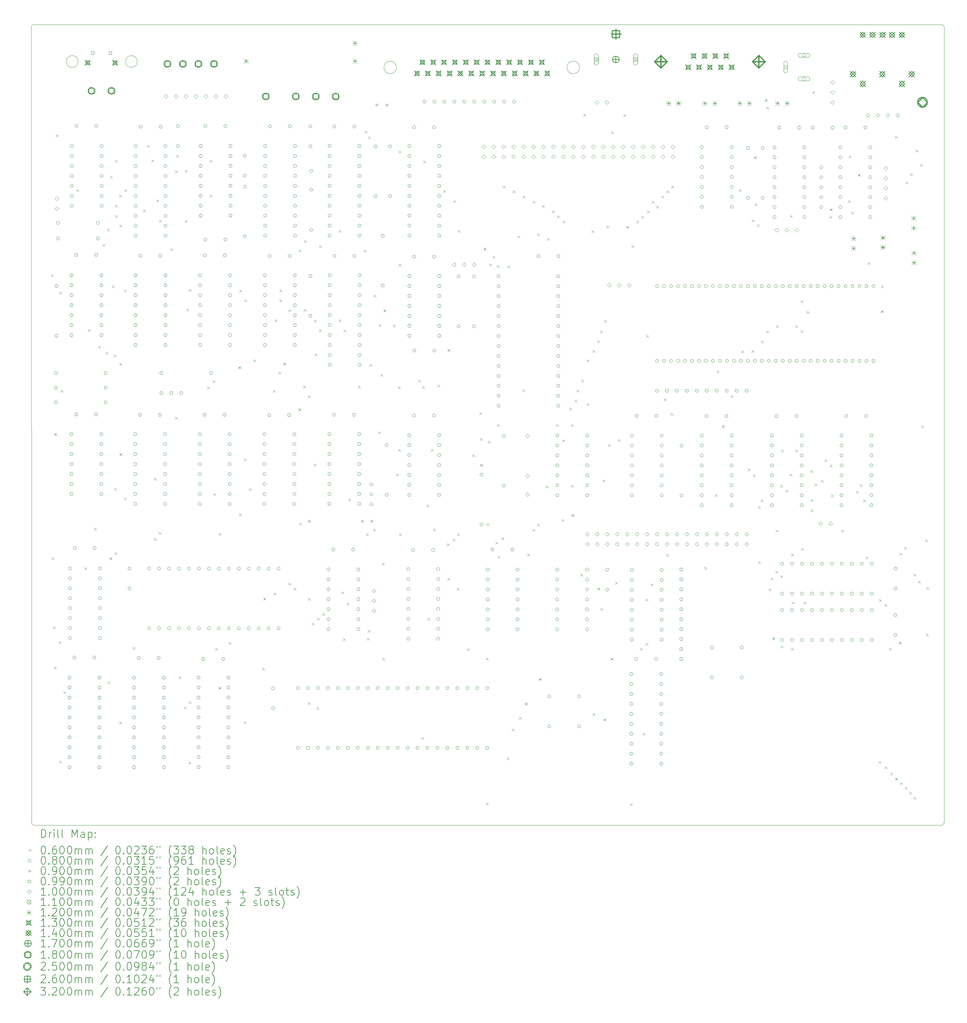
<source format=gbr>
%TF.GenerationSoftware,KiCad,Pcbnew,8.0.5*%
%TF.CreationDate,2024-10-27T21:26:21+00:00*%
%TF.ProjectId,TIM-011B,54494d2d-3031-4314-922e-6b696361645f,rev?*%
%TF.SameCoordinates,Original*%
%TF.FileFunction,Drillmap*%
%TF.FilePolarity,Positive*%
%FSLAX45Y45*%
G04 Gerber Fmt 4.5, Leading zero omitted, Abs format (unit mm)*
G04 Created by KiCad (PCBNEW 8.0.5) date 2024-10-27 21:26:21*
%MOMM*%
%LPD*%
G01*
G04 APERTURE LIST*
%ADD10C,0.050000*%
%ADD11C,0.200000*%
%ADD12C,0.100000*%
%ADD13C,0.110000*%
%ADD14C,0.120000*%
%ADD15C,0.130000*%
%ADD16C,0.140000*%
%ADD17C,0.170000*%
%ADD18C,0.180000*%
%ADD19C,0.250000*%
%ADD20C,0.260000*%
%ADD21C,0.320000*%
G04 APERTURE END LIST*
D10*
X32442000Y-3389000D02*
X32442000Y-23683000D01*
X9163000Y-3389000D02*
G75*
G02*
X9227000Y-3325000I64000J0D01*
G01*
X32378000Y-23747000D02*
X9227255Y-23746745D01*
X9227000Y-3325000D02*
X32378000Y-3325000D01*
X32442000Y-23683000D02*
G75*
G02*
X32378000Y-23747000I-64000J0D01*
G01*
X32378000Y-3325000D02*
G75*
G02*
X32442000Y-3389000I0J-64000D01*
G01*
X23142508Y-4419000D02*
G75*
G02*
X22822508Y-4419000I-160000J0D01*
G01*
X22822508Y-4419000D02*
G75*
G02*
X23142508Y-4419000I160000J0D01*
G01*
X9227255Y-23746745D02*
G75*
G02*
X9163255Y-23682745I-5J63995D01*
G01*
X9163255Y-23682745D02*
X9163000Y-3389000D01*
X18476508Y-4419000D02*
G75*
G02*
X18156508Y-4419000I-160000J0D01*
G01*
X18156508Y-4419000D02*
G75*
G02*
X18476508Y-4419000I160000J0D01*
G01*
X10356500Y-4269000D02*
G75*
G02*
X10056500Y-4269000I-150000J0D01*
G01*
X10056500Y-4269000D02*
G75*
G02*
X10356500Y-4269000I150000J0D01*
G01*
X11863500Y-4269000D02*
G75*
G02*
X11563500Y-4269000I-150000J0D01*
G01*
X11563500Y-4269000D02*
G75*
G02*
X11863500Y-4269000I150000J0D01*
G01*
D11*
D12*
X9666000Y-9692000D02*
X9726000Y-9752000D01*
X9726000Y-9692000D02*
X9666000Y-9752000D01*
X9678000Y-16914000D02*
X9738000Y-16974000D01*
X9738000Y-16914000D02*
X9678000Y-16974000D01*
X9716000Y-18675000D02*
X9776000Y-18735000D01*
X9776000Y-18675000D02*
X9716000Y-18735000D01*
X9744000Y-19711000D02*
X9804000Y-19771000D01*
X9804000Y-19711000D02*
X9744000Y-19771000D01*
X9747000Y-13747000D02*
X9807000Y-13807000D01*
X9807000Y-13747000D02*
X9747000Y-13807000D01*
X9783000Y-6128000D02*
X9843000Y-6188000D01*
X9843000Y-6128000D02*
X9783000Y-6188000D01*
X9859000Y-19061000D02*
X9919000Y-19121000D01*
X9919000Y-19061000D02*
X9859000Y-19121000D01*
X9879000Y-22106000D02*
X9939000Y-22166000D01*
X9939000Y-22106000D02*
X9879000Y-22166000D01*
X9880000Y-10139000D02*
X9940000Y-10199000D01*
X9940000Y-10139000D02*
X9880000Y-10199000D01*
X9910000Y-12652000D02*
X9970000Y-12712000D01*
X9970000Y-12652000D02*
X9910000Y-12712000D01*
X9979000Y-20336000D02*
X10039000Y-20396000D01*
X10039000Y-20336000D02*
X9979000Y-20396000D01*
X10312100Y-7528000D02*
X10372100Y-7588000D01*
X10372100Y-7528000D02*
X10312100Y-7588000D01*
X10512000Y-17169000D02*
X10572000Y-17229000D01*
X10572000Y-17169000D02*
X10512000Y-17229000D01*
X10610000Y-11095000D02*
X10670000Y-11155000D01*
X10670000Y-11095000D02*
X10610000Y-11155000D01*
X10769000Y-16159000D02*
X10829000Y-16219000D01*
X10829000Y-16159000D02*
X10769000Y-16219000D01*
X10870000Y-11520000D02*
X10930000Y-11580000D01*
X10930000Y-11520000D02*
X10870000Y-11580000D01*
X10976000Y-8922000D02*
X11036000Y-8982000D01*
X11036000Y-8922000D02*
X10976000Y-8982000D01*
X11056000Y-11673000D02*
X11116000Y-11733000D01*
X11116000Y-11673000D02*
X11056000Y-11733000D01*
X11095200Y-8529800D02*
X11155200Y-8589800D01*
X11155200Y-8529800D02*
X11095200Y-8589800D01*
X11117000Y-20082000D02*
X11177000Y-20142000D01*
X11177000Y-20082000D02*
X11117000Y-20142000D01*
X11155000Y-16920000D02*
X11215000Y-16980000D01*
X11215000Y-16920000D02*
X11155000Y-16980000D01*
X11171400Y-7183600D02*
X11231400Y-7243600D01*
X11231400Y-7183600D02*
X11171400Y-7243600D01*
X11215850Y-9983950D02*
X11275850Y-10043950D01*
X11275850Y-9983950D02*
X11215850Y-10043950D01*
X11269000Y-11745000D02*
X11329000Y-11805000D01*
X11329000Y-11745000D02*
X11269000Y-11805000D01*
X11277000Y-15145000D02*
X11337000Y-15205000D01*
X11337000Y-15145000D02*
X11277000Y-15205000D01*
X11282000Y-16788000D02*
X11342000Y-16848000D01*
X11342000Y-16788000D02*
X11282000Y-16848000D01*
X11298400Y-8186900D02*
X11358400Y-8246900D01*
X11358400Y-8186900D02*
X11298400Y-8246900D01*
X11299000Y-6781000D02*
X11359000Y-6841000D01*
X11359000Y-6781000D02*
X11299000Y-6841000D01*
X11302700Y-7921200D02*
X11362700Y-7981200D01*
X11362700Y-7921200D02*
X11302700Y-7981200D01*
X11400000Y-7666200D02*
X11460000Y-7726200D01*
X11460000Y-7666200D02*
X11400000Y-7726200D01*
X11406000Y-21105000D02*
X11466000Y-21165000D01*
X11466000Y-21105000D02*
X11406000Y-21165000D01*
X11410000Y-14261000D02*
X11470000Y-14321000D01*
X11470000Y-14261000D02*
X11410000Y-14321000D01*
X11412700Y-8428200D02*
X11472700Y-8488200D01*
X11472700Y-8428200D02*
X11412700Y-8488200D01*
X11413000Y-11965000D02*
X11473000Y-12025000D01*
X11473000Y-11965000D02*
X11413000Y-12025000D01*
X11531000Y-15394000D02*
X11591000Y-15454000D01*
X11591000Y-15394000D02*
X11531000Y-15454000D01*
X11532500Y-10079200D02*
X11592500Y-10139200D01*
X11592500Y-10079200D02*
X11532500Y-10139200D01*
X11539700Y-7528200D02*
X11599700Y-7588200D01*
X11599700Y-7528200D02*
X11539700Y-7588200D01*
X11750000Y-19201000D02*
X11810000Y-19261000D01*
X11810000Y-19201000D02*
X11750000Y-19261000D01*
X12009600Y-8044000D02*
X12069600Y-8104000D01*
X12069600Y-8044000D02*
X12009600Y-8104000D01*
X12111200Y-6397200D02*
X12171200Y-6457200D01*
X12171200Y-6397200D02*
X12111200Y-6457200D01*
X12225500Y-6774000D02*
X12285500Y-6834000D01*
X12285500Y-6774000D02*
X12225500Y-6834000D01*
X12290000Y-16424000D02*
X12350000Y-16484000D01*
X12350000Y-16424000D02*
X12290000Y-16484000D01*
X12291000Y-14894000D02*
X12351000Y-14954000D01*
X12351000Y-14894000D02*
X12291000Y-14954000D01*
X12350000Y-7788000D02*
X12410000Y-7848000D01*
X12410000Y-7788000D02*
X12350000Y-7848000D01*
X12407000Y-16273000D02*
X12467000Y-16333000D01*
X12467000Y-16273000D02*
X12407000Y-16333000D01*
X12416000Y-8301200D02*
X12476000Y-8361200D01*
X12476000Y-8301200D02*
X12416000Y-8361200D01*
X12708100Y-9033500D02*
X12768100Y-9093500D01*
X12768100Y-9033500D02*
X12708100Y-9093500D01*
X12824000Y-7043900D02*
X12884000Y-7103900D01*
X12884000Y-7043900D02*
X12824000Y-7103900D01*
X12826000Y-13337000D02*
X12886000Y-13397000D01*
X12886000Y-13337000D02*
X12826000Y-13397000D01*
X12858568Y-6653132D02*
X12918568Y-6713132D01*
X12918568Y-6653132D02*
X12858568Y-6713132D01*
X12919000Y-19956000D02*
X12979000Y-20016000D01*
X12979000Y-19956000D02*
X12919000Y-20016000D01*
X13053000Y-20724000D02*
X13113000Y-20784000D01*
X13113000Y-20724000D02*
X13053000Y-20784000D01*
X13075000Y-8311000D02*
X13135000Y-8371000D01*
X13135000Y-8311000D02*
X13075000Y-8371000D01*
X13079000Y-7033000D02*
X13139000Y-7093000D01*
X13139000Y-7033000D02*
X13079000Y-7093000D01*
X13110000Y-10576000D02*
X13170000Y-10636000D01*
X13170000Y-10576000D02*
X13110000Y-10636000D01*
X13169000Y-22128000D02*
X13229000Y-22188000D01*
X13229000Y-22128000D02*
X13169000Y-22188000D01*
X13179000Y-20592000D02*
X13239000Y-20652000D01*
X13239000Y-20592000D02*
X13179000Y-20652000D01*
X13183000Y-10076000D02*
X13243000Y-10136000D01*
X13243000Y-10076000D02*
X13183000Y-10136000D01*
X13645000Y-12553000D02*
X13705000Y-12613000D01*
X13705000Y-12553000D02*
X13645000Y-12613000D01*
X13711400Y-6777200D02*
X13771400Y-6837200D01*
X13771400Y-6777200D02*
X13711400Y-6837200D01*
X13711400Y-7666200D02*
X13771400Y-7726200D01*
X13771400Y-7666200D02*
X13711400Y-7726200D01*
X13792000Y-12405000D02*
X13852000Y-12465000D01*
X13852000Y-12405000D02*
X13792000Y-12465000D01*
X13810000Y-15283000D02*
X13870000Y-15343000D01*
X13870000Y-15283000D02*
X13810000Y-15343000D01*
X13850000Y-19224000D02*
X13910000Y-19284000D01*
X13910000Y-19224000D02*
X13850000Y-19284000D01*
X13936000Y-20222000D02*
X13996000Y-20282000D01*
X13996000Y-20222000D02*
X13936000Y-20282000D01*
X13939000Y-16300000D02*
X13999000Y-16360000D01*
X13999000Y-16300000D02*
X13939000Y-16360000D01*
X14193000Y-19074000D02*
X14253000Y-19134000D01*
X14253000Y-19074000D02*
X14193000Y-19134000D01*
X14446000Y-12045000D02*
X14506000Y-12105000D01*
X14506000Y-12045000D02*
X14446000Y-12105000D01*
X14457000Y-15798000D02*
X14517000Y-15858000D01*
X14517000Y-15798000D02*
X14457000Y-15858000D01*
X14465000Y-10091000D02*
X14525000Y-10151000D01*
X14525000Y-10091000D02*
X14465000Y-10151000D01*
X14574000Y-21100000D02*
X14634000Y-21160000D01*
X14634000Y-21100000D02*
X14574000Y-21160000D01*
X14585000Y-14396000D02*
X14645000Y-14456000D01*
X14645000Y-14396000D02*
X14585000Y-14456000D01*
X14598000Y-10338000D02*
X14658000Y-10398000D01*
X14658000Y-10338000D02*
X14598000Y-10398000D01*
X14713000Y-15156000D02*
X14773000Y-15216000D01*
X14773000Y-15156000D02*
X14713000Y-15216000D01*
X14820000Y-11872000D02*
X14880000Y-11932000D01*
X14880000Y-11872000D02*
X14820000Y-11932000D01*
X15052000Y-19732000D02*
X15112000Y-19792000D01*
X15112000Y-19732000D02*
X15052000Y-19792000D01*
X15076000Y-17944218D02*
X15136000Y-18004218D01*
X15136000Y-17944218D02*
X15076000Y-18004218D01*
X15323000Y-12648000D02*
X15383000Y-12708000D01*
X15383000Y-12648000D02*
X15323000Y-12708000D01*
X15338000Y-17815000D02*
X15398000Y-17875000D01*
X15398000Y-17815000D02*
X15338000Y-17875000D01*
X15361000Y-10847000D02*
X15421000Y-10907000D01*
X15421000Y-10847000D02*
X15361000Y-10907000D01*
X15470000Y-12182000D02*
X15530000Y-12242000D01*
X15530000Y-12182000D02*
X15470000Y-12242000D01*
X15489000Y-10339000D02*
X15549000Y-10399000D01*
X15549000Y-10339000D02*
X15489000Y-10399000D01*
X15492000Y-10084000D02*
X15552000Y-10144000D01*
X15552000Y-10084000D02*
X15492000Y-10144000D01*
X15589000Y-11952000D02*
X15649000Y-12012000D01*
X15649000Y-11952000D02*
X15589000Y-12012000D01*
X15722000Y-10589000D02*
X15782000Y-10649000D01*
X15782000Y-10589000D02*
X15722000Y-10649000D01*
X15722000Y-17568000D02*
X15782000Y-17628000D01*
X15782000Y-17568000D02*
X15722000Y-17628000D01*
X15857000Y-17698000D02*
X15917000Y-17758000D01*
X15917000Y-17698000D02*
X15857000Y-17758000D01*
X15971000Y-13118000D02*
X16031000Y-13178000D01*
X16031000Y-13118000D02*
X15971000Y-13178000D01*
X15982000Y-9064000D02*
X16042000Y-9124000D01*
X16042000Y-9064000D02*
X15982000Y-9124000D01*
X15997400Y-16035500D02*
X16057400Y-16095500D01*
X16057400Y-16035500D02*
X15997400Y-16095500D01*
X16090000Y-12537000D02*
X16150000Y-12597000D01*
X16150000Y-12537000D02*
X16090000Y-12597000D01*
X16106000Y-10579000D02*
X16166000Y-10639000D01*
X16166000Y-10579000D02*
X16106000Y-10639000D01*
X16119000Y-8833000D02*
X16179000Y-8893000D01*
X16179000Y-8833000D02*
X16119000Y-8893000D01*
X16218000Y-15963000D02*
X16278000Y-16023000D01*
X16278000Y-15963000D02*
X16218000Y-16023000D01*
X16218000Y-17953200D02*
X16278000Y-18013200D01*
X16278000Y-17953200D02*
X16218000Y-18013200D01*
X16220000Y-12780000D02*
X16280000Y-12840000D01*
X16280000Y-12780000D02*
X16220000Y-12840000D01*
X16222000Y-20613000D02*
X16282000Y-20673000D01*
X16282000Y-20613000D02*
X16222000Y-20673000D01*
X16312000Y-18582000D02*
X16372000Y-18642000D01*
X16372000Y-18582000D02*
X16312000Y-18642000D01*
X16361000Y-14524000D02*
X16421000Y-14584000D01*
X16421000Y-14524000D02*
X16361000Y-14584000D01*
X16373000Y-10850000D02*
X16433000Y-10910000D01*
X16433000Y-10850000D02*
X16373000Y-10910000D01*
X16390000Y-11720000D02*
X16450000Y-11780000D01*
X16450000Y-11720000D02*
X16390000Y-11780000D01*
X16436000Y-20738000D02*
X16496000Y-20798000D01*
X16496000Y-20738000D02*
X16436000Y-20798000D01*
X16447000Y-18457000D02*
X16507000Y-18517000D01*
X16507000Y-18457000D02*
X16447000Y-18517000D01*
X16496000Y-8954000D02*
X16556000Y-9014000D01*
X16556000Y-8954000D02*
X16496000Y-9014000D01*
X16496000Y-11101000D02*
X16556000Y-11161000D01*
X16556000Y-11101000D02*
X16496000Y-11161000D01*
X16584000Y-18334000D02*
X16644000Y-18394000D01*
X16644000Y-18334000D02*
X16584000Y-18394000D01*
X17000000Y-8564000D02*
X17060000Y-8624000D01*
X17060000Y-8564000D02*
X17000000Y-8624000D01*
X17003000Y-10849000D02*
X17063000Y-10909000D01*
X17063000Y-10849000D02*
X17003000Y-10909000D01*
X17075000Y-17784000D02*
X17135000Y-17844000D01*
X17135000Y-17784000D02*
X17075000Y-17844000D01*
X17107000Y-18980000D02*
X17167000Y-19040000D01*
X17167000Y-18980000D02*
X17107000Y-19040000D01*
X17122000Y-11107000D02*
X17182000Y-11167000D01*
X17182000Y-11107000D02*
X17122000Y-11167000D01*
X17214000Y-18076000D02*
X17274000Y-18136000D01*
X17274000Y-18076000D02*
X17214000Y-18136000D01*
X17247000Y-15416000D02*
X17307000Y-15476000D01*
X17307000Y-15416000D02*
X17247000Y-15476000D01*
X17496000Y-12537000D02*
X17556000Y-12597000D01*
X17556000Y-12537000D02*
X17496000Y-12597000D01*
X17572200Y-15963000D02*
X17632200Y-16023000D01*
X17632200Y-15963000D02*
X17572200Y-16023000D01*
X17643000Y-9076000D02*
X17703000Y-9136000D01*
X17703000Y-9076000D02*
X17643000Y-9136000D01*
X17666000Y-6033000D02*
X17726000Y-6093000D01*
X17726000Y-6033000D02*
X17666000Y-6093000D01*
X17700000Y-16307000D02*
X17760000Y-16367000D01*
X17760000Y-16307000D02*
X17700000Y-16367000D01*
X17717000Y-18973000D02*
X17777000Y-19033000D01*
X17777000Y-18973000D02*
X17717000Y-19033000D01*
X17745000Y-18770000D02*
X17805000Y-18830000D01*
X17805000Y-18770000D02*
X17745000Y-18830000D01*
X17751097Y-6180168D02*
X17811097Y-6240168D01*
X17811097Y-6180168D02*
X17751097Y-6240168D01*
X17787000Y-11988000D02*
X17847000Y-12048000D01*
X17847000Y-11988000D02*
X17787000Y-12048000D01*
X17813500Y-15963000D02*
X17873500Y-16023000D01*
X17873500Y-15963000D02*
X17813500Y-16023000D01*
X17883000Y-16186000D02*
X17943000Y-16246000D01*
X17943000Y-16186000D02*
X17883000Y-16246000D01*
X17893000Y-10218000D02*
X17953000Y-10278000D01*
X17953000Y-10218000D02*
X17893000Y-10278000D01*
X18010000Y-13708000D02*
X18070000Y-13768000D01*
X18070000Y-13708000D02*
X18010000Y-13768000D01*
X18025000Y-10972000D02*
X18085000Y-11032000D01*
X18085000Y-10972000D02*
X18025000Y-11032000D01*
X18062000Y-12243000D02*
X18122000Y-12303000D01*
X18122000Y-12243000D02*
X18062000Y-12303000D01*
X18111000Y-17057000D02*
X18171000Y-17117000D01*
X18171000Y-17057000D02*
X18111000Y-17117000D01*
X18113000Y-19483000D02*
X18173000Y-19543000D01*
X18173000Y-19483000D02*
X18113000Y-19543000D01*
X18141000Y-10595000D02*
X18201000Y-10655000D01*
X18201000Y-10595000D02*
X18141000Y-10655000D01*
X18385000Y-10984000D02*
X18445000Y-11044000D01*
X18445000Y-10984000D02*
X18385000Y-11044000D01*
X18473900Y-14778200D02*
X18533900Y-14838200D01*
X18533900Y-14778200D02*
X18473900Y-14838200D01*
X18515000Y-12555000D02*
X18575000Y-12615000D01*
X18575000Y-12555000D02*
X18515000Y-12615000D01*
X18524000Y-14155900D02*
X18584000Y-14215900D01*
X18584000Y-14155900D02*
X18524000Y-14215900D01*
X18527827Y-9432827D02*
X18587827Y-9492827D01*
X18587827Y-9432827D02*
X18527827Y-9492827D01*
X18533000Y-6546000D02*
X18593000Y-6606000D01*
X18593000Y-6546000D02*
X18533000Y-6606000D01*
X18537400Y-16307000D02*
X18597400Y-16367000D01*
X18597400Y-16307000D02*
X18537400Y-16367000D01*
X19029000Y-12383000D02*
X19089000Y-12443000D01*
X19089000Y-12383000D02*
X19029000Y-12443000D01*
X19112000Y-21504000D02*
X19172000Y-21564000D01*
X19172000Y-21504000D02*
X19112000Y-21564000D01*
X19135000Y-12550000D02*
X19195000Y-12610000D01*
X19195000Y-12550000D02*
X19135000Y-12610000D01*
X19159000Y-6796000D02*
X19219000Y-6856000D01*
X19219000Y-6796000D02*
X19159000Y-6856000D01*
X19245000Y-15565600D02*
X19305000Y-15625600D01*
X19305000Y-15565600D02*
X19245000Y-15625600D01*
X19266000Y-18466000D02*
X19326000Y-18526000D01*
X19326000Y-18466000D02*
X19266000Y-18526000D01*
X19355000Y-14155900D02*
X19415000Y-14215900D01*
X19415000Y-14155900D02*
X19355000Y-14215900D01*
X19408000Y-16175200D02*
X19468000Y-16235200D01*
X19468000Y-16175200D02*
X19408000Y-16235200D01*
X19519000Y-12511000D02*
X19579000Y-12571000D01*
X19579000Y-12511000D02*
X19519000Y-12571000D01*
X19668513Y-7548695D02*
X19728513Y-7608695D01*
X19728513Y-7548695D02*
X19668513Y-7608695D01*
X19758000Y-16562000D02*
X19818000Y-16622000D01*
X19818000Y-16562000D02*
X19758000Y-16622000D01*
X19776000Y-17444000D02*
X19836000Y-17504000D01*
X19836000Y-17444000D02*
X19776000Y-17504000D01*
X19780000Y-11607500D02*
X19840000Y-11667500D01*
X19840000Y-11607500D02*
X19780000Y-11667500D01*
X19910000Y-16444000D02*
X19970000Y-16504000D01*
X19970000Y-16444000D02*
X19910000Y-16504000D01*
X19927000Y-7805000D02*
X19987000Y-7865000D01*
X19987000Y-7805000D02*
X19927000Y-7865000D01*
X20016000Y-17697000D02*
X20076000Y-17757000D01*
X20076000Y-17697000D02*
X20016000Y-17757000D01*
X20021000Y-16307000D02*
X20081000Y-16367000D01*
X20081000Y-16307000D02*
X20021000Y-16367000D01*
X20042000Y-8569000D02*
X20102000Y-8629000D01*
X20102000Y-8569000D02*
X20042000Y-8629000D01*
X20279000Y-19237000D02*
X20339000Y-19297000D01*
X20339000Y-19237000D02*
X20279000Y-19297000D01*
X20412500Y-14290000D02*
X20472500Y-14350000D01*
X20472500Y-14290000D02*
X20412500Y-14350000D01*
X20591000Y-13219000D02*
X20651000Y-13279000D01*
X20651000Y-13219000D02*
X20591000Y-13279000D01*
X20604000Y-13875000D02*
X20664000Y-13935000D01*
X20664000Y-13875000D02*
X20604000Y-13935000D01*
X20610000Y-14540000D02*
X20670000Y-14600000D01*
X20670000Y-14540000D02*
X20610000Y-14600000D01*
X20695000Y-9020000D02*
X20755000Y-9080000D01*
X20755000Y-9020000D02*
X20695000Y-9080000D01*
X20759000Y-19484000D02*
X20819000Y-19544000D01*
X20819000Y-19484000D02*
X20759000Y-19544000D01*
X20761000Y-23174000D02*
X20821000Y-23234000D01*
X20821000Y-23174000D02*
X20761000Y-23234000D01*
X20774000Y-16045000D02*
X20834000Y-16105000D01*
X20834000Y-16045000D02*
X20774000Y-16105000D01*
X20810000Y-13940000D02*
X20870000Y-14000000D01*
X20870000Y-13940000D02*
X20810000Y-14000000D01*
X20845000Y-9420000D02*
X20905000Y-9480000D01*
X20905000Y-9420000D02*
X20845000Y-9480000D01*
X20924000Y-9226000D02*
X20984000Y-9286000D01*
X20984000Y-9226000D02*
X20924000Y-9286000D01*
X21000000Y-16520000D02*
X21060000Y-16580000D01*
X21060000Y-16520000D02*
X21000000Y-16580000D01*
X21041000Y-9466000D02*
X21101000Y-9526000D01*
X21101000Y-9466000D02*
X21041000Y-9526000D01*
X21049000Y-13524000D02*
X21109000Y-13584000D01*
X21109000Y-13524000D02*
X21049000Y-13584000D01*
X21055073Y-16880491D02*
X21115073Y-16940491D01*
X21115073Y-16880491D02*
X21055073Y-16940491D01*
X21156000Y-16410595D02*
X21216000Y-16470595D01*
X21216000Y-16410595D02*
X21156000Y-16470595D01*
X21189000Y-7439000D02*
X21249000Y-7499000D01*
X21249000Y-7439000D02*
X21189000Y-7499000D01*
X21290000Y-22023000D02*
X21350000Y-22083000D01*
X21350000Y-22023000D02*
X21290000Y-22083000D01*
X21305000Y-9474000D02*
X21365000Y-9534000D01*
X21365000Y-9474000D02*
X21305000Y-9534000D01*
X21422000Y-21288000D02*
X21482000Y-21348000D01*
X21482000Y-21288000D02*
X21422000Y-21348000D01*
X21447000Y-7563000D02*
X21507000Y-7623000D01*
X21507000Y-7563000D02*
X21447000Y-7623000D01*
X21565000Y-8710000D02*
X21625000Y-8770000D01*
X21625000Y-8710000D02*
X21565000Y-8770000D01*
X21595000Y-20990000D02*
X21655000Y-21050000D01*
X21655000Y-20990000D02*
X21595000Y-21050000D01*
X21677000Y-12632000D02*
X21737000Y-12692000D01*
X21737000Y-12632000D02*
X21677000Y-12692000D01*
X21696000Y-7692000D02*
X21756000Y-7752000D01*
X21756000Y-7692000D02*
X21696000Y-7752000D01*
X21753000Y-20625000D02*
X21813000Y-20685000D01*
X21813000Y-20625000D02*
X21753000Y-20685000D01*
X21811000Y-16821000D02*
X21871000Y-16881000D01*
X21871000Y-16821000D02*
X21811000Y-16881000D01*
X21940000Y-16192000D02*
X22000000Y-16252000D01*
X22000000Y-16192000D02*
X21940000Y-16252000D01*
X21955000Y-7821000D02*
X22015000Y-7881000D01*
X22015000Y-7821000D02*
X21955000Y-7881000D01*
X22064000Y-16060000D02*
X22124000Y-16120000D01*
X22124000Y-16060000D02*
X22064000Y-16120000D01*
X22065000Y-8655000D02*
X22125000Y-8715000D01*
X22125000Y-8655000D02*
X22065000Y-8715000D01*
X22108000Y-19994000D02*
X22168000Y-20054000D01*
X22168000Y-19994000D02*
X22108000Y-20054000D01*
X22190000Y-7935000D02*
X22250000Y-7995000D01*
X22250000Y-7935000D02*
X22190000Y-7995000D01*
X22283900Y-15083000D02*
X22343900Y-15143000D01*
X22343900Y-15083000D02*
X22283900Y-15143000D01*
X22313000Y-8770000D02*
X22373000Y-8830000D01*
X22373000Y-8770000D02*
X22313000Y-8830000D01*
X22439000Y-8070000D02*
X22499000Y-8130000D01*
X22499000Y-8070000D02*
X22439000Y-8130000D01*
X22547500Y-13524000D02*
X22607500Y-13584000D01*
X22607500Y-13524000D02*
X22547500Y-13584000D01*
X22569000Y-8192000D02*
X22629000Y-8252000D01*
X22629000Y-8192000D02*
X22569000Y-8252000D01*
X22690000Y-15939000D02*
X22750000Y-15999000D01*
X22750000Y-15939000D02*
X22690000Y-15999000D01*
X22705349Y-13912725D02*
X22765349Y-13972725D01*
X22765349Y-13912725D02*
X22705349Y-13972725D01*
X22711000Y-8329000D02*
X22771000Y-8389000D01*
X22771000Y-8329000D02*
X22711000Y-8389000D01*
X22880000Y-13098000D02*
X22940000Y-13158000D01*
X22940000Y-13098000D02*
X22880000Y-13158000D01*
X22936000Y-13524000D02*
X22996000Y-13584000D01*
X22996000Y-13524000D02*
X22936000Y-13584000D01*
X22936000Y-15068000D02*
X22996000Y-15128000D01*
X22996000Y-15068000D02*
X22936000Y-15128000D01*
X22938000Y-15816000D02*
X22998000Y-15876000D01*
X22998000Y-15816000D02*
X22938000Y-15876000D01*
X23020000Y-12893000D02*
X23080000Y-12953000D01*
X23080000Y-12893000D02*
X23020000Y-12953000D01*
X23068000Y-12637000D02*
X23128000Y-12697000D01*
X23128000Y-12637000D02*
X23068000Y-12697000D01*
X23174366Y-17336685D02*
X23234366Y-17396685D01*
X23234366Y-17336685D02*
X23174366Y-17396685D01*
X23189000Y-12388000D02*
X23249000Y-12448000D01*
X23249000Y-12388000D02*
X23189000Y-12448000D01*
X23241000Y-5606000D02*
X23301000Y-5666000D01*
X23301000Y-5606000D02*
X23241000Y-5666000D01*
X23323000Y-11869900D02*
X23383000Y-11929900D01*
X23383000Y-11869900D02*
X23323000Y-11929900D01*
X23325000Y-12986000D02*
X23385000Y-13046000D01*
X23385000Y-12986000D02*
X23325000Y-13046000D01*
X23450000Y-8576000D02*
X23510000Y-8636000D01*
X23510000Y-8576000D02*
X23450000Y-8636000D01*
X23472000Y-11634000D02*
X23532000Y-11694000D01*
X23532000Y-11634000D02*
X23472000Y-11694000D01*
X23479000Y-20892000D02*
X23539000Y-20952000D01*
X23539000Y-20892000D02*
X23479000Y-20952000D01*
X23592000Y-11376000D02*
X23652000Y-11436000D01*
X23652000Y-11376000D02*
X23592000Y-11436000D01*
X23600000Y-17690000D02*
X23660000Y-17750000D01*
X23660000Y-17690000D02*
X23600000Y-17750000D01*
X23670000Y-11129000D02*
X23730000Y-11189000D01*
X23730000Y-11129000D02*
X23670000Y-11189000D01*
X23676000Y-18211000D02*
X23736000Y-18271000D01*
X23736000Y-18211000D02*
X23676000Y-18271000D01*
X23730000Y-14934000D02*
X23790000Y-14994000D01*
X23790000Y-14934000D02*
X23730000Y-14994000D01*
X23759000Y-21032000D02*
X23819000Y-21092000D01*
X23819000Y-21032000D02*
X23759000Y-21092000D01*
X23770000Y-10860000D02*
X23830000Y-10920000D01*
X23830000Y-10860000D02*
X23770000Y-10920000D01*
X23830000Y-8455000D02*
X23890000Y-8515000D01*
X23890000Y-8455000D02*
X23830000Y-8515000D01*
X23870000Y-14028000D02*
X23930000Y-14088000D01*
X23930000Y-14028000D02*
X23870000Y-14088000D01*
X23937000Y-19479000D02*
X23997000Y-19539000D01*
X23997000Y-19479000D02*
X23937000Y-19539000D01*
X23952500Y-6052500D02*
X24012500Y-6112500D01*
X24012500Y-6052500D02*
X23952500Y-6112500D01*
X24051471Y-17545000D02*
X24111471Y-17605000D01*
X24111471Y-17545000D02*
X24051471Y-17605000D01*
X24120000Y-13899000D02*
X24180000Y-13959000D01*
X24180000Y-13899000D02*
X24120000Y-13959000D01*
X24262000Y-5616000D02*
X24322000Y-5676000D01*
X24322000Y-5616000D02*
X24262000Y-5676000D01*
X24335000Y-8464000D02*
X24395000Y-8524000D01*
X24395000Y-8464000D02*
X24335000Y-8524000D01*
X24435000Y-23186000D02*
X24495000Y-23246000D01*
X24495000Y-23186000D02*
X24435000Y-23246000D01*
X24468000Y-8957000D02*
X24528000Y-9017000D01*
X24528000Y-8957000D02*
X24468000Y-9017000D01*
X24596000Y-8332000D02*
X24656000Y-8392000D01*
X24656000Y-8332000D02*
X24596000Y-8392000D01*
X24687000Y-19224000D02*
X24747000Y-19284000D01*
X24747000Y-19224000D02*
X24687000Y-19284000D01*
X24723000Y-8203000D02*
X24783000Y-8263000D01*
X24783000Y-8203000D02*
X24723000Y-8263000D01*
X24753000Y-21398000D02*
X24813000Y-21458000D01*
X24813000Y-21398000D02*
X24753000Y-21458000D01*
X24833000Y-17977000D02*
X24893000Y-18037000D01*
X24893000Y-17977000D02*
X24833000Y-18037000D01*
X24834000Y-19100000D02*
X24894000Y-19160000D01*
X24894000Y-19100000D02*
X24834000Y-19160000D01*
X24847000Y-11240000D02*
X24907000Y-11300000D01*
X24907000Y-11240000D02*
X24847000Y-11300000D01*
X24867000Y-8078000D02*
X24927000Y-8138000D01*
X24927000Y-8078000D02*
X24867000Y-8138000D01*
X24959000Y-17585000D02*
X25019000Y-17645000D01*
X25019000Y-17585000D02*
X24959000Y-17645000D01*
X24990000Y-7821000D02*
X25050000Y-7881000D01*
X25050000Y-7821000D02*
X24990000Y-7881000D01*
X25102000Y-7951000D02*
X25162000Y-8011000D01*
X25162000Y-7951000D02*
X25102000Y-8011000D01*
X25238000Y-7699000D02*
X25298000Y-7759000D01*
X25298000Y-7699000D02*
X25238000Y-7759000D01*
X25293000Y-12863000D02*
X25353000Y-12923000D01*
X25353000Y-12863000D02*
X25293000Y-12923000D01*
X25356000Y-16832000D02*
X25416000Y-16892000D01*
X25416000Y-16832000D02*
X25356000Y-16892000D01*
X25365000Y-7562000D02*
X25425000Y-7622000D01*
X25425000Y-7562000D02*
X25365000Y-7622000D01*
X25469000Y-13232000D02*
X25529000Y-13292000D01*
X25529000Y-13232000D02*
X25469000Y-13292000D01*
X25485000Y-7436000D02*
X25545000Y-7496000D01*
X25545000Y-7436000D02*
X25485000Y-7496000D01*
X26330000Y-17164000D02*
X26390000Y-17224000D01*
X26390000Y-17164000D02*
X26330000Y-17224000D01*
X26600000Y-15304000D02*
X26660000Y-15364000D01*
X26660000Y-15304000D02*
X26600000Y-15364000D01*
X26641000Y-12150000D02*
X26701000Y-12210000D01*
X26701000Y-12150000D02*
X26641000Y-12210000D01*
X26780000Y-13550000D02*
X26840000Y-13610000D01*
X26840000Y-13550000D02*
X26780000Y-13610000D01*
X26996000Y-12787000D02*
X27056000Y-12847000D01*
X27056000Y-12787000D02*
X26996000Y-12847000D01*
X27206000Y-7525000D02*
X27266000Y-7585000D01*
X27266000Y-7525000D02*
X27206000Y-7585000D01*
X27266000Y-11640000D02*
X27326000Y-11700000D01*
X27326000Y-11640000D02*
X27266000Y-11700000D01*
X27440000Y-14656000D02*
X27500000Y-14716000D01*
X27500000Y-14656000D02*
X27440000Y-14716000D01*
X27529000Y-11636000D02*
X27589000Y-11696000D01*
X27589000Y-11636000D02*
X27529000Y-11696000D01*
X27540000Y-8295000D02*
X27600000Y-8355000D01*
X27600000Y-8295000D02*
X27540000Y-8355000D01*
X27570000Y-14795000D02*
X27630000Y-14855000D01*
X27630000Y-14795000D02*
X27570000Y-14855000D01*
X27595000Y-6685000D02*
X27655000Y-6745000D01*
X27655000Y-6685000D02*
X27595000Y-6745000D01*
X27615000Y-7890000D02*
X27675000Y-7950000D01*
X27675000Y-7890000D02*
X27615000Y-7950000D01*
X27676000Y-8420000D02*
X27736000Y-8480000D01*
X27736000Y-8420000D02*
X27676000Y-8480000D01*
X27699327Y-15609327D02*
X27759327Y-15669327D01*
X27759327Y-15609327D02*
X27699327Y-15669327D01*
X27700000Y-17015000D02*
X27760000Y-17075000D01*
X27760000Y-17015000D02*
X27700000Y-17075000D01*
X27765000Y-15440000D02*
X27825000Y-15500000D01*
X27825000Y-15440000D02*
X27765000Y-15500000D01*
X27774000Y-11389000D02*
X27834000Y-11449000D01*
X27834000Y-11389000D02*
X27774000Y-11449000D01*
X27872818Y-5227254D02*
X27932818Y-5287254D01*
X27932818Y-5227254D02*
X27872818Y-5287254D01*
X27910000Y-11131000D02*
X27970000Y-11191000D01*
X27970000Y-11131000D02*
X27910000Y-11191000D01*
X27915000Y-5425000D02*
X27975000Y-5485000D01*
X27975000Y-5425000D02*
X27915000Y-5485000D01*
X27974718Y-17714718D02*
X28034718Y-17774718D01*
X28034718Y-17714718D02*
X27974718Y-17774718D01*
X28020000Y-17435000D02*
X28080000Y-17495000D01*
X28080000Y-17435000D02*
X28020000Y-17495000D01*
X28065000Y-18960000D02*
X28125000Y-19020000D01*
X28125000Y-18960000D02*
X28065000Y-19020000D01*
X28141280Y-17264093D02*
X28201280Y-17324093D01*
X28201280Y-17264093D02*
X28141280Y-17324093D01*
X28149000Y-16213000D02*
X28209000Y-16273000D01*
X28209000Y-16213000D02*
X28149000Y-16273000D01*
X28155000Y-11001000D02*
X28215000Y-11061000D01*
X28215000Y-11001000D02*
X28155000Y-11061000D01*
X28262000Y-15067000D02*
X28322000Y-15127000D01*
X28322000Y-15067000D02*
X28262000Y-15127000D01*
X28270827Y-17374173D02*
X28330827Y-17434173D01*
X28330827Y-17374173D02*
X28270827Y-17434173D01*
X28280000Y-19165000D02*
X28340000Y-19225000D01*
X28340000Y-19165000D02*
X28280000Y-19225000D01*
X28281000Y-14174000D02*
X28341000Y-14234000D01*
X28341000Y-14174000D02*
X28281000Y-14234000D01*
X28404000Y-15194000D02*
X28464000Y-15254000D01*
X28464000Y-15194000D02*
X28404000Y-15254000D01*
X28505000Y-14780000D02*
X28565000Y-14840000D01*
X28565000Y-14780000D02*
X28505000Y-14840000D01*
X28515000Y-8190000D02*
X28575000Y-8250000D01*
X28575000Y-8190000D02*
X28515000Y-8250000D01*
X28535000Y-16820000D02*
X28595000Y-16880000D01*
X28595000Y-16820000D02*
X28535000Y-16880000D01*
X28536250Y-19230000D02*
X28596250Y-19290000D01*
X28596250Y-19230000D02*
X28536250Y-19290000D01*
X28555000Y-18045000D02*
X28615000Y-18105000D01*
X28615000Y-18045000D02*
X28555000Y-18105000D01*
X28645981Y-14174465D02*
X28705981Y-14234465D01*
X28705981Y-14174465D02*
X28645981Y-14234465D01*
X28647000Y-11000000D02*
X28707000Y-11060000D01*
X28707000Y-11000000D02*
X28647000Y-11060000D01*
X28782000Y-11126000D02*
X28842000Y-11186000D01*
X28842000Y-11126000D02*
X28782000Y-11186000D01*
X28787000Y-10366000D02*
X28847000Y-10426000D01*
X28847000Y-10366000D02*
X28787000Y-10426000D01*
X28795000Y-16675000D02*
X28855000Y-16735000D01*
X28855000Y-16675000D02*
X28795000Y-16735000D01*
X28862782Y-18050000D02*
X28922782Y-18110000D01*
X28922782Y-18050000D02*
X28862782Y-18110000D01*
X28933000Y-10635000D02*
X28993000Y-10695000D01*
X28993000Y-10635000D02*
X28933000Y-10695000D01*
X29030000Y-14694000D02*
X29090000Y-14754000D01*
X29090000Y-14694000D02*
X29030000Y-14754000D01*
X29035000Y-15435000D02*
X29095000Y-15495000D01*
X29095000Y-15435000D02*
X29035000Y-15495000D01*
X29035000Y-15700000D02*
X29095000Y-15760000D01*
X29095000Y-15700000D02*
X29035000Y-15760000D01*
X29080000Y-5025000D02*
X29140000Y-5085000D01*
X29140000Y-5025000D02*
X29080000Y-5085000D01*
X29140000Y-15036000D02*
X29200000Y-15096000D01*
X29200000Y-15036000D02*
X29140000Y-15096000D01*
X29304000Y-14941000D02*
X29364000Y-15001000D01*
X29364000Y-14941000D02*
X29304000Y-15001000D01*
X29391000Y-14421000D02*
X29451000Y-14481000D01*
X29451000Y-14421000D02*
X29391000Y-14481000D01*
X29520000Y-8210000D02*
X29580000Y-8270000D01*
X29580000Y-8210000D02*
X29520000Y-8270000D01*
X29525000Y-8015000D02*
X29585000Y-8075000D01*
X29585000Y-8015000D02*
X29525000Y-8075000D01*
X29532000Y-14550000D02*
X29592000Y-14610000D01*
X29592000Y-14550000D02*
X29532000Y-14610000D01*
X29552000Y-15312000D02*
X29612000Y-15372000D01*
X29612000Y-15312000D02*
X29552000Y-15372000D01*
X29816000Y-16211000D02*
X29876000Y-16271000D01*
X29876000Y-16211000D02*
X29816000Y-16271000D01*
X29995000Y-7805000D02*
X30055000Y-7865000D01*
X30055000Y-7805000D02*
X29995000Y-7865000D01*
X30015000Y-6670000D02*
X30075000Y-6730000D01*
X30075000Y-6670000D02*
X30015000Y-6730000D01*
X30075000Y-8102218D02*
X30135000Y-8162218D01*
X30135000Y-8102218D02*
X30075000Y-8162218D01*
X30195000Y-15220000D02*
X30255000Y-15280000D01*
X30255000Y-15220000D02*
X30195000Y-15280000D01*
X30245000Y-7140000D02*
X30305000Y-7200000D01*
X30305000Y-7140000D02*
X30245000Y-7200000D01*
X30289000Y-15055000D02*
X30349000Y-15115000D01*
X30349000Y-15055000D02*
X30289000Y-15115000D01*
X30375000Y-15440000D02*
X30435000Y-15500000D01*
X30435000Y-15440000D02*
X30375000Y-15500000D01*
X30445000Y-16900000D02*
X30505000Y-16960000D01*
X30505000Y-16900000D02*
X30445000Y-16960000D01*
X30495000Y-9385000D02*
X30555000Y-9445000D01*
X30555000Y-9385000D02*
X30495000Y-9445000D01*
X30775000Y-22115000D02*
X30835000Y-22175000D01*
X30835000Y-22115000D02*
X30775000Y-22175000D01*
X30780000Y-17980000D02*
X30840000Y-18040000D01*
X30840000Y-17980000D02*
X30780000Y-18040000D01*
X30829000Y-10616000D02*
X30889000Y-10676000D01*
X30889000Y-10616000D02*
X30829000Y-10676000D01*
X30831000Y-9985000D02*
X30891000Y-10045000D01*
X30891000Y-9985000D02*
X30831000Y-10045000D01*
X30925000Y-18110000D02*
X30985000Y-18170000D01*
X30985000Y-18110000D02*
X30925000Y-18170000D01*
X30925000Y-22250000D02*
X30985000Y-22310000D01*
X30985000Y-22250000D02*
X30925000Y-22310000D01*
X31040000Y-19230000D02*
X31100000Y-19290000D01*
X31100000Y-19230000D02*
X31040000Y-19290000D01*
X31069945Y-22412000D02*
X31129945Y-22472000D01*
X31129945Y-22412000D02*
X31069945Y-22472000D01*
X31191000Y-6171000D02*
X31251000Y-6231000D01*
X31251000Y-6171000D02*
X31191000Y-6231000D01*
X31193047Y-22538000D02*
X31253047Y-22598000D01*
X31253047Y-22538000D02*
X31193047Y-22598000D01*
X31291000Y-19070000D02*
X31351000Y-19130000D01*
X31351000Y-19070000D02*
X31291000Y-19130000D01*
X31304000Y-16795000D02*
X31364000Y-16855000D01*
X31364000Y-16795000D02*
X31304000Y-16855000D01*
X31319699Y-22657278D02*
X31379699Y-22717278D01*
X31379699Y-22657278D02*
X31319699Y-22717278D01*
X31429000Y-16655000D02*
X31489000Y-16715000D01*
X31489000Y-16655000D02*
X31429000Y-16715000D01*
X31442062Y-22775293D02*
X31502062Y-22835293D01*
X31502062Y-22775293D02*
X31442062Y-22835293D01*
X31460000Y-7335000D02*
X31520000Y-7395000D01*
X31520000Y-7335000D02*
X31460000Y-7395000D01*
X31553712Y-22903489D02*
X31613712Y-22963489D01*
X31613712Y-22903489D02*
X31553712Y-22963489D01*
X31575000Y-7120000D02*
X31635000Y-7180000D01*
X31635000Y-7120000D02*
X31575000Y-7180000D01*
X31664000Y-17338000D02*
X31724000Y-17398000D01*
X31724000Y-17338000D02*
X31664000Y-17398000D01*
X31665000Y-23032000D02*
X31725000Y-23092000D01*
X31725000Y-23032000D02*
X31665000Y-23092000D01*
X31715000Y-6517000D02*
X31775000Y-6577000D01*
X31775000Y-6517000D02*
X31715000Y-6577000D01*
X31783500Y-17516000D02*
X31843500Y-17576000D01*
X31843500Y-17516000D02*
X31783500Y-17576000D01*
X31830000Y-6880000D02*
X31890000Y-6940000D01*
X31890000Y-6880000D02*
X31830000Y-6940000D01*
X31860000Y-13555000D02*
X31920000Y-13615000D01*
X31920000Y-13555000D02*
X31860000Y-13615000D01*
X31960000Y-16459000D02*
X32020000Y-16519000D01*
X32020000Y-16459000D02*
X31960000Y-16519000D01*
X31985000Y-18860000D02*
X32045000Y-18920000D01*
X32045000Y-18860000D02*
X31985000Y-18920000D01*
X31995000Y-17675000D02*
X32055000Y-17735000D01*
X32055000Y-17675000D02*
X31995000Y-17735000D01*
X9827000Y-12216000D02*
G75*
G02*
X9747000Y-12216000I-40000J0D01*
G01*
X9747000Y-12216000D02*
G75*
G02*
X9827000Y-12216000I40000J0D01*
G01*
X9827000Y-12590000D02*
G75*
G02*
X9747000Y-12590000I-40000J0D01*
G01*
X9747000Y-12590000D02*
G75*
G02*
X9827000Y-12590000I40000J0D01*
G01*
X9827000Y-12963000D02*
G75*
G02*
X9747000Y-12963000I-40000J0D01*
G01*
X9747000Y-12963000D02*
G75*
G02*
X9827000Y-12963000I40000J0D01*
G01*
X9844000Y-9994000D02*
G75*
G02*
X9764000Y-9994000I-40000J0D01*
G01*
X9764000Y-9994000D02*
G75*
G02*
X9844000Y-9994000I40000J0D01*
G01*
X9844000Y-11264000D02*
G75*
G02*
X9764000Y-11264000I-40000J0D01*
G01*
X9764000Y-11264000D02*
G75*
G02*
X9844000Y-11264000I40000J0D01*
G01*
X9883000Y-8384000D02*
G75*
G02*
X9803000Y-8384000I-40000J0D01*
G01*
X9803000Y-8384000D02*
G75*
G02*
X9883000Y-8384000I40000J0D01*
G01*
X9883000Y-8783000D02*
G75*
G02*
X9803000Y-8783000I-40000J0D01*
G01*
X9803000Y-8783000D02*
G75*
G02*
X9883000Y-8783000I40000J0D01*
G01*
X10178000Y-19985000D02*
G75*
G02*
X10098000Y-19985000I-40000J0D01*
G01*
X10098000Y-19985000D02*
G75*
G02*
X10178000Y-19985000I40000J0D01*
G01*
X10178000Y-20239000D02*
G75*
G02*
X10098000Y-20239000I-40000J0D01*
G01*
X10098000Y-20239000D02*
G75*
G02*
X10178000Y-20239000I40000J0D01*
G01*
X10178000Y-20493000D02*
G75*
G02*
X10098000Y-20493000I-40000J0D01*
G01*
X10098000Y-20493000D02*
G75*
G02*
X10178000Y-20493000I40000J0D01*
G01*
X10178000Y-20747000D02*
G75*
G02*
X10098000Y-20747000I-40000J0D01*
G01*
X10098000Y-20747000D02*
G75*
G02*
X10178000Y-20747000I40000J0D01*
G01*
X10178000Y-21001000D02*
G75*
G02*
X10098000Y-21001000I-40000J0D01*
G01*
X10098000Y-21001000D02*
G75*
G02*
X10178000Y-21001000I40000J0D01*
G01*
X10178000Y-21255000D02*
G75*
G02*
X10098000Y-21255000I-40000J0D01*
G01*
X10098000Y-21255000D02*
G75*
G02*
X10178000Y-21255000I40000J0D01*
G01*
X10178000Y-21509000D02*
G75*
G02*
X10098000Y-21509000I-40000J0D01*
G01*
X10098000Y-21509000D02*
G75*
G02*
X10178000Y-21509000I40000J0D01*
G01*
X10178000Y-21763000D02*
G75*
G02*
X10098000Y-21763000I-40000J0D01*
G01*
X10098000Y-21763000D02*
G75*
G02*
X10178000Y-21763000I40000J0D01*
G01*
X10178000Y-22017000D02*
G75*
G02*
X10098000Y-22017000I-40000J0D01*
G01*
X10098000Y-22017000D02*
G75*
G02*
X10178000Y-22017000I40000J0D01*
G01*
X10178000Y-22271000D02*
G75*
G02*
X10098000Y-22271000I-40000J0D01*
G01*
X10098000Y-22271000D02*
G75*
G02*
X10178000Y-22271000I40000J0D01*
G01*
X10188000Y-17197000D02*
G75*
G02*
X10108000Y-17197000I-40000J0D01*
G01*
X10108000Y-17197000D02*
G75*
G02*
X10188000Y-17197000I40000J0D01*
G01*
X10188000Y-17451000D02*
G75*
G02*
X10108000Y-17451000I-40000J0D01*
G01*
X10108000Y-17451000D02*
G75*
G02*
X10188000Y-17451000I40000J0D01*
G01*
X10188000Y-17705000D02*
G75*
G02*
X10108000Y-17705000I-40000J0D01*
G01*
X10108000Y-17705000D02*
G75*
G02*
X10188000Y-17705000I40000J0D01*
G01*
X10188000Y-17959000D02*
G75*
G02*
X10108000Y-17959000I-40000J0D01*
G01*
X10108000Y-17959000D02*
G75*
G02*
X10188000Y-17959000I40000J0D01*
G01*
X10188000Y-18213000D02*
G75*
G02*
X10108000Y-18213000I-40000J0D01*
G01*
X10108000Y-18213000D02*
G75*
G02*
X10188000Y-18213000I40000J0D01*
G01*
X10188000Y-18467000D02*
G75*
G02*
X10108000Y-18467000I-40000J0D01*
G01*
X10108000Y-18467000D02*
G75*
G02*
X10188000Y-18467000I40000J0D01*
G01*
X10188000Y-18721000D02*
G75*
G02*
X10108000Y-18721000I-40000J0D01*
G01*
X10108000Y-18721000D02*
G75*
G02*
X10188000Y-18721000I40000J0D01*
G01*
X10188000Y-18975000D02*
G75*
G02*
X10108000Y-18975000I-40000J0D01*
G01*
X10108000Y-18975000D02*
G75*
G02*
X10188000Y-18975000I40000J0D01*
G01*
X10225000Y-13776000D02*
G75*
G02*
X10145000Y-13776000I-40000J0D01*
G01*
X10145000Y-13776000D02*
G75*
G02*
X10225000Y-13776000I40000J0D01*
G01*
X10225000Y-14030000D02*
G75*
G02*
X10145000Y-14030000I-40000J0D01*
G01*
X10145000Y-14030000D02*
G75*
G02*
X10225000Y-14030000I40000J0D01*
G01*
X10225000Y-14284000D02*
G75*
G02*
X10145000Y-14284000I-40000J0D01*
G01*
X10145000Y-14284000D02*
G75*
G02*
X10225000Y-14284000I40000J0D01*
G01*
X10225000Y-14538000D02*
G75*
G02*
X10145000Y-14538000I-40000J0D01*
G01*
X10145000Y-14538000D02*
G75*
G02*
X10225000Y-14538000I40000J0D01*
G01*
X10225000Y-14792000D02*
G75*
G02*
X10145000Y-14792000I-40000J0D01*
G01*
X10145000Y-14792000D02*
G75*
G02*
X10225000Y-14792000I40000J0D01*
G01*
X10225000Y-15046000D02*
G75*
G02*
X10145000Y-15046000I-40000J0D01*
G01*
X10145000Y-15046000D02*
G75*
G02*
X10225000Y-15046000I40000J0D01*
G01*
X10225000Y-15300000D02*
G75*
G02*
X10145000Y-15300000I-40000J0D01*
G01*
X10145000Y-15300000D02*
G75*
G02*
X10225000Y-15300000I40000J0D01*
G01*
X10227000Y-9724000D02*
G75*
G02*
X10147000Y-9724000I-40000J0D01*
G01*
X10147000Y-9724000D02*
G75*
G02*
X10227000Y-9724000I40000J0D01*
G01*
X10227000Y-9978000D02*
G75*
G02*
X10147000Y-9978000I-40000J0D01*
G01*
X10147000Y-9978000D02*
G75*
G02*
X10227000Y-9978000I40000J0D01*
G01*
X10227000Y-10232000D02*
G75*
G02*
X10147000Y-10232000I-40000J0D01*
G01*
X10147000Y-10232000D02*
G75*
G02*
X10227000Y-10232000I40000J0D01*
G01*
X10227000Y-10486000D02*
G75*
G02*
X10147000Y-10486000I-40000J0D01*
G01*
X10147000Y-10486000D02*
G75*
G02*
X10227000Y-10486000I40000J0D01*
G01*
X10227000Y-10740000D02*
G75*
G02*
X10147000Y-10740000I-40000J0D01*
G01*
X10147000Y-10740000D02*
G75*
G02*
X10227000Y-10740000I40000J0D01*
G01*
X10227000Y-10994000D02*
G75*
G02*
X10147000Y-10994000I-40000J0D01*
G01*
X10147000Y-10994000D02*
G75*
G02*
X10227000Y-10994000I40000J0D01*
G01*
X10227000Y-11248000D02*
G75*
G02*
X10147000Y-11248000I-40000J0D01*
G01*
X10147000Y-11248000D02*
G75*
G02*
X10227000Y-11248000I40000J0D01*
G01*
X10232000Y-6424000D02*
G75*
G02*
X10152000Y-6424000I-40000J0D01*
G01*
X10152000Y-6424000D02*
G75*
G02*
X10232000Y-6424000I40000J0D01*
G01*
X10232000Y-6678000D02*
G75*
G02*
X10152000Y-6678000I-40000J0D01*
G01*
X10152000Y-6678000D02*
G75*
G02*
X10232000Y-6678000I40000J0D01*
G01*
X10232000Y-6932000D02*
G75*
G02*
X10152000Y-6932000I-40000J0D01*
G01*
X10152000Y-6932000D02*
G75*
G02*
X10232000Y-6932000I40000J0D01*
G01*
X10232000Y-7186000D02*
G75*
G02*
X10152000Y-7186000I-40000J0D01*
G01*
X10152000Y-7186000D02*
G75*
G02*
X10232000Y-7186000I40000J0D01*
G01*
X10232000Y-7440000D02*
G75*
G02*
X10152000Y-7440000I-40000J0D01*
G01*
X10152000Y-7440000D02*
G75*
G02*
X10232000Y-7440000I40000J0D01*
G01*
X10232000Y-7694000D02*
G75*
G02*
X10152000Y-7694000I-40000J0D01*
G01*
X10152000Y-7694000D02*
G75*
G02*
X10232000Y-7694000I40000J0D01*
G01*
X10232000Y-7948000D02*
G75*
G02*
X10152000Y-7948000I-40000J0D01*
G01*
X10152000Y-7948000D02*
G75*
G02*
X10232000Y-7948000I40000J0D01*
G01*
X10300000Y-19469000D02*
G75*
G02*
X10220000Y-19469000I-40000J0D01*
G01*
X10220000Y-19469000D02*
G75*
G02*
X10300000Y-19469000I40000J0D01*
G01*
X10310000Y-16680000D02*
G75*
G02*
X10230000Y-16680000I-40000J0D01*
G01*
X10230000Y-16680000D02*
G75*
G02*
X10310000Y-16680000I40000J0D01*
G01*
X10347000Y-13271000D02*
G75*
G02*
X10267000Y-13271000I-40000J0D01*
G01*
X10267000Y-13271000D02*
G75*
G02*
X10347000Y-13271000I40000J0D01*
G01*
X10349000Y-9202000D02*
G75*
G02*
X10269000Y-9202000I-40000J0D01*
G01*
X10269000Y-9202000D02*
G75*
G02*
X10349000Y-9202000I40000J0D01*
G01*
X10354000Y-5909000D02*
G75*
G02*
X10274000Y-5909000I-40000J0D01*
G01*
X10274000Y-5909000D02*
G75*
G02*
X10354000Y-5909000I40000J0D01*
G01*
X10808000Y-19469000D02*
G75*
G02*
X10728000Y-19469000I-40000J0D01*
G01*
X10728000Y-19469000D02*
G75*
G02*
X10808000Y-19469000I40000J0D01*
G01*
X10818000Y-16680000D02*
G75*
G02*
X10738000Y-16680000I-40000J0D01*
G01*
X10738000Y-16680000D02*
G75*
G02*
X10818000Y-16680000I40000J0D01*
G01*
X10855000Y-13271000D02*
G75*
G02*
X10775000Y-13271000I-40000J0D01*
G01*
X10775000Y-13271000D02*
G75*
G02*
X10855000Y-13271000I40000J0D01*
G01*
X10857000Y-9202000D02*
G75*
G02*
X10777000Y-9202000I-40000J0D01*
G01*
X10777000Y-9202000D02*
G75*
G02*
X10857000Y-9202000I40000J0D01*
G01*
X10862000Y-5909000D02*
G75*
G02*
X10782000Y-5909000I-40000J0D01*
G01*
X10782000Y-5909000D02*
G75*
G02*
X10862000Y-5909000I40000J0D01*
G01*
X10899000Y-8384000D02*
G75*
G02*
X10819000Y-8384000I-40000J0D01*
G01*
X10819000Y-8384000D02*
G75*
G02*
X10899000Y-8384000I40000J0D01*
G01*
X10899000Y-8783000D02*
G75*
G02*
X10819000Y-8783000I-40000J0D01*
G01*
X10819000Y-8783000D02*
G75*
G02*
X10899000Y-8783000I40000J0D01*
G01*
X10940000Y-19985000D02*
G75*
G02*
X10860000Y-19985000I-40000J0D01*
G01*
X10860000Y-19985000D02*
G75*
G02*
X10940000Y-19985000I40000J0D01*
G01*
X10940000Y-20239000D02*
G75*
G02*
X10860000Y-20239000I-40000J0D01*
G01*
X10860000Y-20239000D02*
G75*
G02*
X10940000Y-20239000I40000J0D01*
G01*
X10940000Y-20493000D02*
G75*
G02*
X10860000Y-20493000I-40000J0D01*
G01*
X10860000Y-20493000D02*
G75*
G02*
X10940000Y-20493000I40000J0D01*
G01*
X10940000Y-20747000D02*
G75*
G02*
X10860000Y-20747000I-40000J0D01*
G01*
X10860000Y-20747000D02*
G75*
G02*
X10940000Y-20747000I40000J0D01*
G01*
X10940000Y-21001000D02*
G75*
G02*
X10860000Y-21001000I-40000J0D01*
G01*
X10860000Y-21001000D02*
G75*
G02*
X10940000Y-21001000I40000J0D01*
G01*
X10940000Y-21255000D02*
G75*
G02*
X10860000Y-21255000I-40000J0D01*
G01*
X10860000Y-21255000D02*
G75*
G02*
X10940000Y-21255000I40000J0D01*
G01*
X10940000Y-21509000D02*
G75*
G02*
X10860000Y-21509000I-40000J0D01*
G01*
X10860000Y-21509000D02*
G75*
G02*
X10940000Y-21509000I40000J0D01*
G01*
X10940000Y-21763000D02*
G75*
G02*
X10860000Y-21763000I-40000J0D01*
G01*
X10860000Y-21763000D02*
G75*
G02*
X10940000Y-21763000I40000J0D01*
G01*
X10940000Y-22017000D02*
G75*
G02*
X10860000Y-22017000I-40000J0D01*
G01*
X10860000Y-22017000D02*
G75*
G02*
X10940000Y-22017000I40000J0D01*
G01*
X10940000Y-22271000D02*
G75*
G02*
X10860000Y-22271000I-40000J0D01*
G01*
X10860000Y-22271000D02*
G75*
G02*
X10940000Y-22271000I40000J0D01*
G01*
X10950000Y-17197000D02*
G75*
G02*
X10870000Y-17197000I-40000J0D01*
G01*
X10870000Y-17197000D02*
G75*
G02*
X10950000Y-17197000I40000J0D01*
G01*
X10950000Y-17451000D02*
G75*
G02*
X10870000Y-17451000I-40000J0D01*
G01*
X10870000Y-17451000D02*
G75*
G02*
X10950000Y-17451000I40000J0D01*
G01*
X10950000Y-17705000D02*
G75*
G02*
X10870000Y-17705000I-40000J0D01*
G01*
X10870000Y-17705000D02*
G75*
G02*
X10950000Y-17705000I40000J0D01*
G01*
X10950000Y-17959000D02*
G75*
G02*
X10870000Y-17959000I-40000J0D01*
G01*
X10870000Y-17959000D02*
G75*
G02*
X10950000Y-17959000I40000J0D01*
G01*
X10950000Y-18213000D02*
G75*
G02*
X10870000Y-18213000I-40000J0D01*
G01*
X10870000Y-18213000D02*
G75*
G02*
X10950000Y-18213000I40000J0D01*
G01*
X10950000Y-18467000D02*
G75*
G02*
X10870000Y-18467000I-40000J0D01*
G01*
X10870000Y-18467000D02*
G75*
G02*
X10950000Y-18467000I40000J0D01*
G01*
X10950000Y-18721000D02*
G75*
G02*
X10870000Y-18721000I-40000J0D01*
G01*
X10870000Y-18721000D02*
G75*
G02*
X10950000Y-18721000I40000J0D01*
G01*
X10950000Y-18975000D02*
G75*
G02*
X10870000Y-18975000I-40000J0D01*
G01*
X10870000Y-18975000D02*
G75*
G02*
X10950000Y-18975000I40000J0D01*
G01*
X10987000Y-13776000D02*
G75*
G02*
X10907000Y-13776000I-40000J0D01*
G01*
X10907000Y-13776000D02*
G75*
G02*
X10987000Y-13776000I40000J0D01*
G01*
X10987000Y-14030000D02*
G75*
G02*
X10907000Y-14030000I-40000J0D01*
G01*
X10907000Y-14030000D02*
G75*
G02*
X10987000Y-14030000I40000J0D01*
G01*
X10987000Y-14284000D02*
G75*
G02*
X10907000Y-14284000I-40000J0D01*
G01*
X10907000Y-14284000D02*
G75*
G02*
X10987000Y-14284000I40000J0D01*
G01*
X10987000Y-14538000D02*
G75*
G02*
X10907000Y-14538000I-40000J0D01*
G01*
X10907000Y-14538000D02*
G75*
G02*
X10987000Y-14538000I40000J0D01*
G01*
X10987000Y-14792000D02*
G75*
G02*
X10907000Y-14792000I-40000J0D01*
G01*
X10907000Y-14792000D02*
G75*
G02*
X10987000Y-14792000I40000J0D01*
G01*
X10987000Y-15046000D02*
G75*
G02*
X10907000Y-15046000I-40000J0D01*
G01*
X10907000Y-15046000D02*
G75*
G02*
X10987000Y-15046000I40000J0D01*
G01*
X10987000Y-15300000D02*
G75*
G02*
X10907000Y-15300000I-40000J0D01*
G01*
X10907000Y-15300000D02*
G75*
G02*
X10987000Y-15300000I40000J0D01*
G01*
X10989000Y-9724000D02*
G75*
G02*
X10909000Y-9724000I-40000J0D01*
G01*
X10909000Y-9724000D02*
G75*
G02*
X10989000Y-9724000I40000J0D01*
G01*
X10989000Y-9978000D02*
G75*
G02*
X10909000Y-9978000I-40000J0D01*
G01*
X10909000Y-9978000D02*
G75*
G02*
X10989000Y-9978000I40000J0D01*
G01*
X10989000Y-10232000D02*
G75*
G02*
X10909000Y-10232000I-40000J0D01*
G01*
X10909000Y-10232000D02*
G75*
G02*
X10989000Y-10232000I40000J0D01*
G01*
X10989000Y-10486000D02*
G75*
G02*
X10909000Y-10486000I-40000J0D01*
G01*
X10909000Y-10486000D02*
G75*
G02*
X10989000Y-10486000I40000J0D01*
G01*
X10989000Y-10740000D02*
G75*
G02*
X10909000Y-10740000I-40000J0D01*
G01*
X10909000Y-10740000D02*
G75*
G02*
X10989000Y-10740000I40000J0D01*
G01*
X10989000Y-10994000D02*
G75*
G02*
X10909000Y-10994000I-40000J0D01*
G01*
X10909000Y-10994000D02*
G75*
G02*
X10989000Y-10994000I40000J0D01*
G01*
X10989000Y-11248000D02*
G75*
G02*
X10909000Y-11248000I-40000J0D01*
G01*
X10909000Y-11248000D02*
G75*
G02*
X10989000Y-11248000I40000J0D01*
G01*
X10994000Y-6424000D02*
G75*
G02*
X10914000Y-6424000I-40000J0D01*
G01*
X10914000Y-6424000D02*
G75*
G02*
X10994000Y-6424000I40000J0D01*
G01*
X10994000Y-6678000D02*
G75*
G02*
X10914000Y-6678000I-40000J0D01*
G01*
X10914000Y-6678000D02*
G75*
G02*
X10994000Y-6678000I40000J0D01*
G01*
X10994000Y-6932000D02*
G75*
G02*
X10914000Y-6932000I-40000J0D01*
G01*
X10914000Y-6932000D02*
G75*
G02*
X10994000Y-6932000I40000J0D01*
G01*
X10994000Y-7186000D02*
G75*
G02*
X10914000Y-7186000I-40000J0D01*
G01*
X10914000Y-7186000D02*
G75*
G02*
X10994000Y-7186000I40000J0D01*
G01*
X10994000Y-7440000D02*
G75*
G02*
X10914000Y-7440000I-40000J0D01*
G01*
X10914000Y-7440000D02*
G75*
G02*
X10994000Y-7440000I40000J0D01*
G01*
X10994000Y-7694000D02*
G75*
G02*
X10914000Y-7694000I-40000J0D01*
G01*
X10914000Y-7694000D02*
G75*
G02*
X10994000Y-7694000I40000J0D01*
G01*
X10994000Y-7948000D02*
G75*
G02*
X10914000Y-7948000I-40000J0D01*
G01*
X10914000Y-7948000D02*
G75*
G02*
X10994000Y-7948000I40000J0D01*
G01*
X11097000Y-12216000D02*
G75*
G02*
X11017000Y-12216000I-40000J0D01*
G01*
X11017000Y-12216000D02*
G75*
G02*
X11097000Y-12216000I40000J0D01*
G01*
X11097000Y-12590000D02*
G75*
G02*
X11017000Y-12590000I-40000J0D01*
G01*
X11017000Y-12590000D02*
G75*
G02*
X11097000Y-12590000I40000J0D01*
G01*
X11097000Y-12963000D02*
G75*
G02*
X11017000Y-12963000I-40000J0D01*
G01*
X11017000Y-12963000D02*
G75*
G02*
X11097000Y-12963000I40000J0D01*
G01*
X11707000Y-17202000D02*
G75*
G02*
X11627000Y-17202000I-40000J0D01*
G01*
X11627000Y-17202000D02*
G75*
G02*
X11707000Y-17202000I40000J0D01*
G01*
X11707000Y-17710000D02*
G75*
G02*
X11627000Y-17710000I-40000J0D01*
G01*
X11627000Y-17710000D02*
G75*
G02*
X11707000Y-17710000I40000J0D01*
G01*
X11821000Y-19985000D02*
G75*
G02*
X11741000Y-19985000I-40000J0D01*
G01*
X11741000Y-19985000D02*
G75*
G02*
X11821000Y-19985000I40000J0D01*
G01*
X11821000Y-20239000D02*
G75*
G02*
X11741000Y-20239000I-40000J0D01*
G01*
X11741000Y-20239000D02*
G75*
G02*
X11821000Y-20239000I40000J0D01*
G01*
X11821000Y-20493000D02*
G75*
G02*
X11741000Y-20493000I-40000J0D01*
G01*
X11741000Y-20493000D02*
G75*
G02*
X11821000Y-20493000I40000J0D01*
G01*
X11821000Y-20747000D02*
G75*
G02*
X11741000Y-20747000I-40000J0D01*
G01*
X11741000Y-20747000D02*
G75*
G02*
X11821000Y-20747000I40000J0D01*
G01*
X11821000Y-21001000D02*
G75*
G02*
X11741000Y-21001000I-40000J0D01*
G01*
X11741000Y-21001000D02*
G75*
G02*
X11821000Y-21001000I40000J0D01*
G01*
X11821000Y-21255000D02*
G75*
G02*
X11741000Y-21255000I-40000J0D01*
G01*
X11741000Y-21255000D02*
G75*
G02*
X11821000Y-21255000I40000J0D01*
G01*
X11821000Y-21509000D02*
G75*
G02*
X11741000Y-21509000I-40000J0D01*
G01*
X11741000Y-21509000D02*
G75*
G02*
X11821000Y-21509000I40000J0D01*
G01*
X11821000Y-21763000D02*
G75*
G02*
X11741000Y-21763000I-40000J0D01*
G01*
X11741000Y-21763000D02*
G75*
G02*
X11821000Y-21763000I40000J0D01*
G01*
X11821000Y-22017000D02*
G75*
G02*
X11741000Y-22017000I-40000J0D01*
G01*
X11741000Y-22017000D02*
G75*
G02*
X11821000Y-22017000I40000J0D01*
G01*
X11821000Y-22271000D02*
G75*
G02*
X11741000Y-22271000I-40000J0D01*
G01*
X11741000Y-22271000D02*
G75*
G02*
X11821000Y-22271000I40000J0D01*
G01*
X11850000Y-13775000D02*
G75*
G02*
X11770000Y-13775000I-40000J0D01*
G01*
X11770000Y-13775000D02*
G75*
G02*
X11850000Y-13775000I40000J0D01*
G01*
X11850000Y-14029000D02*
G75*
G02*
X11770000Y-14029000I-40000J0D01*
G01*
X11770000Y-14029000D02*
G75*
G02*
X11850000Y-14029000I40000J0D01*
G01*
X11850000Y-14283000D02*
G75*
G02*
X11770000Y-14283000I-40000J0D01*
G01*
X11770000Y-14283000D02*
G75*
G02*
X11850000Y-14283000I40000J0D01*
G01*
X11850000Y-14537000D02*
G75*
G02*
X11770000Y-14537000I-40000J0D01*
G01*
X11770000Y-14537000D02*
G75*
G02*
X11850000Y-14537000I40000J0D01*
G01*
X11850000Y-14791000D02*
G75*
G02*
X11770000Y-14791000I-40000J0D01*
G01*
X11770000Y-14791000D02*
G75*
G02*
X11850000Y-14791000I40000J0D01*
G01*
X11850000Y-15045000D02*
G75*
G02*
X11770000Y-15045000I-40000J0D01*
G01*
X11770000Y-15045000D02*
G75*
G02*
X11850000Y-15045000I40000J0D01*
G01*
X11850000Y-15299000D02*
G75*
G02*
X11770000Y-15299000I-40000J0D01*
G01*
X11770000Y-15299000D02*
G75*
G02*
X11850000Y-15299000I40000J0D01*
G01*
X11850000Y-15553000D02*
G75*
G02*
X11770000Y-15553000I-40000J0D01*
G01*
X11770000Y-15553000D02*
G75*
G02*
X11850000Y-15553000I40000J0D01*
G01*
X11861000Y-9723000D02*
G75*
G02*
X11781000Y-9723000I-40000J0D01*
G01*
X11781000Y-9723000D02*
G75*
G02*
X11861000Y-9723000I40000J0D01*
G01*
X11861000Y-9977000D02*
G75*
G02*
X11781000Y-9977000I-40000J0D01*
G01*
X11781000Y-9977000D02*
G75*
G02*
X11861000Y-9977000I40000J0D01*
G01*
X11861000Y-10231000D02*
G75*
G02*
X11781000Y-10231000I-40000J0D01*
G01*
X11781000Y-10231000D02*
G75*
G02*
X11861000Y-10231000I40000J0D01*
G01*
X11861000Y-10485000D02*
G75*
G02*
X11781000Y-10485000I-40000J0D01*
G01*
X11781000Y-10485000D02*
G75*
G02*
X11861000Y-10485000I40000J0D01*
G01*
X11861000Y-10739000D02*
G75*
G02*
X11781000Y-10739000I-40000J0D01*
G01*
X11781000Y-10739000D02*
G75*
G02*
X11861000Y-10739000I40000J0D01*
G01*
X11861000Y-10993000D02*
G75*
G02*
X11781000Y-10993000I-40000J0D01*
G01*
X11781000Y-10993000D02*
G75*
G02*
X11861000Y-10993000I40000J0D01*
G01*
X11861000Y-11247000D02*
G75*
G02*
X11781000Y-11247000I-40000J0D01*
G01*
X11781000Y-11247000D02*
G75*
G02*
X11861000Y-11247000I40000J0D01*
G01*
X11861000Y-11501000D02*
G75*
G02*
X11781000Y-11501000I-40000J0D01*
G01*
X11781000Y-11501000D02*
G75*
G02*
X11861000Y-11501000I40000J0D01*
G01*
X11861700Y-6427200D02*
G75*
G02*
X11781700Y-6427200I-40000J0D01*
G01*
X11781700Y-6427200D02*
G75*
G02*
X11861700Y-6427200I40000J0D01*
G01*
X11861700Y-6681200D02*
G75*
G02*
X11781700Y-6681200I-40000J0D01*
G01*
X11781700Y-6681200D02*
G75*
G02*
X11861700Y-6681200I40000J0D01*
G01*
X11861700Y-6935200D02*
G75*
G02*
X11781700Y-6935200I-40000J0D01*
G01*
X11781700Y-6935200D02*
G75*
G02*
X11861700Y-6935200I40000J0D01*
G01*
X11861700Y-7189200D02*
G75*
G02*
X11781700Y-7189200I-40000J0D01*
G01*
X11781700Y-7189200D02*
G75*
G02*
X11861700Y-7189200I40000J0D01*
G01*
X11861700Y-7443200D02*
G75*
G02*
X11781700Y-7443200I-40000J0D01*
G01*
X11781700Y-7443200D02*
G75*
G02*
X11861700Y-7443200I40000J0D01*
G01*
X11861700Y-7697200D02*
G75*
G02*
X11781700Y-7697200I-40000J0D01*
G01*
X11781700Y-7697200D02*
G75*
G02*
X11861700Y-7697200I40000J0D01*
G01*
X11861700Y-7951200D02*
G75*
G02*
X11781700Y-7951200I-40000J0D01*
G01*
X11781700Y-7951200D02*
G75*
G02*
X11861700Y-7951200I40000J0D01*
G01*
X11861700Y-8205200D02*
G75*
G02*
X11781700Y-8205200I-40000J0D01*
G01*
X11781700Y-8205200D02*
G75*
G02*
X11861700Y-8205200I40000J0D01*
G01*
X11861700Y-8459200D02*
G75*
G02*
X11781700Y-8459200I-40000J0D01*
G01*
X11781700Y-8459200D02*
G75*
G02*
X11861700Y-8459200I40000J0D01*
G01*
X11861700Y-8713200D02*
G75*
G02*
X11781700Y-8713200I-40000J0D01*
G01*
X11781700Y-8713200D02*
G75*
G02*
X11861700Y-8713200I40000J0D01*
G01*
X11943000Y-19478000D02*
G75*
G02*
X11863000Y-19478000I-40000J0D01*
G01*
X11863000Y-19478000D02*
G75*
G02*
X11943000Y-19478000I40000J0D01*
G01*
X11972000Y-13279000D02*
G75*
G02*
X11892000Y-13279000I-40000J0D01*
G01*
X11892000Y-13279000D02*
G75*
G02*
X11972000Y-13279000I40000J0D01*
G01*
X11983000Y-9223000D02*
G75*
G02*
X11903000Y-9223000I-40000J0D01*
G01*
X11903000Y-9223000D02*
G75*
G02*
X11983000Y-9223000I40000J0D01*
G01*
X11993000Y-5931000D02*
G75*
G02*
X11913000Y-5931000I-40000J0D01*
G01*
X11913000Y-5931000D02*
G75*
G02*
X11993000Y-5931000I40000J0D01*
G01*
X12208000Y-17202000D02*
G75*
G02*
X12128000Y-17202000I-40000J0D01*
G01*
X12128000Y-17202000D02*
G75*
G02*
X12208000Y-17202000I40000J0D01*
G01*
X12208000Y-18726000D02*
G75*
G02*
X12128000Y-18726000I-40000J0D01*
G01*
X12128000Y-18726000D02*
G75*
G02*
X12208000Y-18726000I40000J0D01*
G01*
X12451000Y-19478000D02*
G75*
G02*
X12371000Y-19478000I-40000J0D01*
G01*
X12371000Y-19478000D02*
G75*
G02*
X12451000Y-19478000I40000J0D01*
G01*
X12462000Y-17202000D02*
G75*
G02*
X12382000Y-17202000I-40000J0D01*
G01*
X12382000Y-17202000D02*
G75*
G02*
X12462000Y-17202000I40000J0D01*
G01*
X12462000Y-18726000D02*
G75*
G02*
X12382000Y-18726000I-40000J0D01*
G01*
X12382000Y-18726000D02*
G75*
G02*
X12462000Y-18726000I40000J0D01*
G01*
X12480000Y-13279000D02*
G75*
G02*
X12400000Y-13279000I-40000J0D01*
G01*
X12400000Y-13279000D02*
G75*
G02*
X12480000Y-13279000I40000J0D01*
G01*
X12491000Y-9223000D02*
G75*
G02*
X12411000Y-9223000I-40000J0D01*
G01*
X12411000Y-9223000D02*
G75*
G02*
X12491000Y-9223000I40000J0D01*
G01*
X12501000Y-5931000D02*
G75*
G02*
X12421000Y-5931000I-40000J0D01*
G01*
X12421000Y-5931000D02*
G75*
G02*
X12501000Y-5931000I40000J0D01*
G01*
X12517000Y-12216000D02*
G75*
G02*
X12437000Y-12216000I-40000J0D01*
G01*
X12437000Y-12216000D02*
G75*
G02*
X12517000Y-12216000I40000J0D01*
G01*
X12519000Y-12726000D02*
G75*
G02*
X12439000Y-12726000I-40000J0D01*
G01*
X12439000Y-12726000D02*
G75*
G02*
X12519000Y-12726000I40000J0D01*
G01*
X12583000Y-19985000D02*
G75*
G02*
X12503000Y-19985000I-40000J0D01*
G01*
X12503000Y-19985000D02*
G75*
G02*
X12583000Y-19985000I40000J0D01*
G01*
X12583000Y-20239000D02*
G75*
G02*
X12503000Y-20239000I-40000J0D01*
G01*
X12503000Y-20239000D02*
G75*
G02*
X12583000Y-20239000I40000J0D01*
G01*
X12583000Y-20493000D02*
G75*
G02*
X12503000Y-20493000I-40000J0D01*
G01*
X12503000Y-20493000D02*
G75*
G02*
X12583000Y-20493000I40000J0D01*
G01*
X12583000Y-20747000D02*
G75*
G02*
X12503000Y-20747000I-40000J0D01*
G01*
X12503000Y-20747000D02*
G75*
G02*
X12583000Y-20747000I40000J0D01*
G01*
X12583000Y-21001000D02*
G75*
G02*
X12503000Y-21001000I-40000J0D01*
G01*
X12503000Y-21001000D02*
G75*
G02*
X12583000Y-21001000I40000J0D01*
G01*
X12583000Y-21255000D02*
G75*
G02*
X12503000Y-21255000I-40000J0D01*
G01*
X12503000Y-21255000D02*
G75*
G02*
X12583000Y-21255000I40000J0D01*
G01*
X12583000Y-21509000D02*
G75*
G02*
X12503000Y-21509000I-40000J0D01*
G01*
X12503000Y-21509000D02*
G75*
G02*
X12583000Y-21509000I40000J0D01*
G01*
X12583000Y-21763000D02*
G75*
G02*
X12503000Y-21763000I-40000J0D01*
G01*
X12503000Y-21763000D02*
G75*
G02*
X12583000Y-21763000I40000J0D01*
G01*
X12583000Y-22017000D02*
G75*
G02*
X12503000Y-22017000I-40000J0D01*
G01*
X12503000Y-22017000D02*
G75*
G02*
X12583000Y-22017000I40000J0D01*
G01*
X12583000Y-22271000D02*
G75*
G02*
X12503000Y-22271000I-40000J0D01*
G01*
X12503000Y-22271000D02*
G75*
G02*
X12583000Y-22271000I40000J0D01*
G01*
X12612000Y-13775000D02*
G75*
G02*
X12532000Y-13775000I-40000J0D01*
G01*
X12532000Y-13775000D02*
G75*
G02*
X12612000Y-13775000I40000J0D01*
G01*
X12612000Y-14029000D02*
G75*
G02*
X12532000Y-14029000I-40000J0D01*
G01*
X12532000Y-14029000D02*
G75*
G02*
X12612000Y-14029000I40000J0D01*
G01*
X12612000Y-14283000D02*
G75*
G02*
X12532000Y-14283000I-40000J0D01*
G01*
X12532000Y-14283000D02*
G75*
G02*
X12612000Y-14283000I40000J0D01*
G01*
X12612000Y-14537000D02*
G75*
G02*
X12532000Y-14537000I-40000J0D01*
G01*
X12532000Y-14537000D02*
G75*
G02*
X12612000Y-14537000I40000J0D01*
G01*
X12612000Y-14791000D02*
G75*
G02*
X12532000Y-14791000I-40000J0D01*
G01*
X12532000Y-14791000D02*
G75*
G02*
X12612000Y-14791000I40000J0D01*
G01*
X12612000Y-15045000D02*
G75*
G02*
X12532000Y-15045000I-40000J0D01*
G01*
X12532000Y-15045000D02*
G75*
G02*
X12612000Y-15045000I40000J0D01*
G01*
X12612000Y-15299000D02*
G75*
G02*
X12532000Y-15299000I-40000J0D01*
G01*
X12532000Y-15299000D02*
G75*
G02*
X12612000Y-15299000I40000J0D01*
G01*
X12612000Y-15553000D02*
G75*
G02*
X12532000Y-15553000I-40000J0D01*
G01*
X12532000Y-15553000D02*
G75*
G02*
X12612000Y-15553000I40000J0D01*
G01*
X12623000Y-9723000D02*
G75*
G02*
X12543000Y-9723000I-40000J0D01*
G01*
X12543000Y-9723000D02*
G75*
G02*
X12623000Y-9723000I40000J0D01*
G01*
X12623000Y-9977000D02*
G75*
G02*
X12543000Y-9977000I-40000J0D01*
G01*
X12543000Y-9977000D02*
G75*
G02*
X12623000Y-9977000I40000J0D01*
G01*
X12623000Y-10231000D02*
G75*
G02*
X12543000Y-10231000I-40000J0D01*
G01*
X12543000Y-10231000D02*
G75*
G02*
X12623000Y-10231000I40000J0D01*
G01*
X12623000Y-10485000D02*
G75*
G02*
X12543000Y-10485000I-40000J0D01*
G01*
X12543000Y-10485000D02*
G75*
G02*
X12623000Y-10485000I40000J0D01*
G01*
X12623000Y-10739000D02*
G75*
G02*
X12543000Y-10739000I-40000J0D01*
G01*
X12543000Y-10739000D02*
G75*
G02*
X12623000Y-10739000I40000J0D01*
G01*
X12623000Y-10993000D02*
G75*
G02*
X12543000Y-10993000I-40000J0D01*
G01*
X12543000Y-10993000D02*
G75*
G02*
X12623000Y-10993000I40000J0D01*
G01*
X12623000Y-11247000D02*
G75*
G02*
X12543000Y-11247000I-40000J0D01*
G01*
X12543000Y-11247000D02*
G75*
G02*
X12623000Y-11247000I40000J0D01*
G01*
X12623000Y-11501000D02*
G75*
G02*
X12543000Y-11501000I-40000J0D01*
G01*
X12543000Y-11501000D02*
G75*
G02*
X12623000Y-11501000I40000J0D01*
G01*
X12623700Y-6427200D02*
G75*
G02*
X12543700Y-6427200I-40000J0D01*
G01*
X12543700Y-6427200D02*
G75*
G02*
X12623700Y-6427200I40000J0D01*
G01*
X12623700Y-6681200D02*
G75*
G02*
X12543700Y-6681200I-40000J0D01*
G01*
X12543700Y-6681200D02*
G75*
G02*
X12623700Y-6681200I40000J0D01*
G01*
X12623700Y-6935200D02*
G75*
G02*
X12543700Y-6935200I-40000J0D01*
G01*
X12543700Y-6935200D02*
G75*
G02*
X12623700Y-6935200I40000J0D01*
G01*
X12623700Y-7189200D02*
G75*
G02*
X12543700Y-7189200I-40000J0D01*
G01*
X12543700Y-7189200D02*
G75*
G02*
X12623700Y-7189200I40000J0D01*
G01*
X12623700Y-7443200D02*
G75*
G02*
X12543700Y-7443200I-40000J0D01*
G01*
X12543700Y-7443200D02*
G75*
G02*
X12623700Y-7443200I40000J0D01*
G01*
X12623700Y-7697200D02*
G75*
G02*
X12543700Y-7697200I-40000J0D01*
G01*
X12543700Y-7697200D02*
G75*
G02*
X12623700Y-7697200I40000J0D01*
G01*
X12623700Y-7951200D02*
G75*
G02*
X12543700Y-7951200I-40000J0D01*
G01*
X12543700Y-7951200D02*
G75*
G02*
X12623700Y-7951200I40000J0D01*
G01*
X12623700Y-8205200D02*
G75*
G02*
X12543700Y-8205200I-40000J0D01*
G01*
X12543700Y-8205200D02*
G75*
G02*
X12623700Y-8205200I40000J0D01*
G01*
X12623700Y-8459200D02*
G75*
G02*
X12543700Y-8459200I-40000J0D01*
G01*
X12543700Y-8459200D02*
G75*
G02*
X12623700Y-8459200I40000J0D01*
G01*
X12623700Y-8713200D02*
G75*
G02*
X12543700Y-8713200I-40000J0D01*
G01*
X12543700Y-8713200D02*
G75*
G02*
X12623700Y-8713200I40000J0D01*
G01*
X12716000Y-17202000D02*
G75*
G02*
X12636000Y-17202000I-40000J0D01*
G01*
X12636000Y-17202000D02*
G75*
G02*
X12716000Y-17202000I40000J0D01*
G01*
X12716000Y-18726000D02*
G75*
G02*
X12636000Y-18726000I-40000J0D01*
G01*
X12636000Y-18726000D02*
G75*
G02*
X12716000Y-18726000I40000J0D01*
G01*
X12773000Y-12726000D02*
G75*
G02*
X12693000Y-12726000I-40000J0D01*
G01*
X12693000Y-12726000D02*
G75*
G02*
X12773000Y-12726000I40000J0D01*
G01*
X12943200Y-5918200D02*
G75*
G02*
X12863200Y-5918200I-40000J0D01*
G01*
X12863200Y-5918200D02*
G75*
G02*
X12943200Y-5918200I40000J0D01*
G01*
X12943200Y-6426200D02*
G75*
G02*
X12863200Y-6426200I-40000J0D01*
G01*
X12863200Y-6426200D02*
G75*
G02*
X12943200Y-6426200I40000J0D01*
G01*
X12970000Y-17202000D02*
G75*
G02*
X12890000Y-17202000I-40000J0D01*
G01*
X12890000Y-17202000D02*
G75*
G02*
X12970000Y-17202000I40000J0D01*
G01*
X12970000Y-18726000D02*
G75*
G02*
X12890000Y-18726000I-40000J0D01*
G01*
X12890000Y-18726000D02*
G75*
G02*
X12970000Y-18726000I40000J0D01*
G01*
X13027000Y-12726000D02*
G75*
G02*
X12947000Y-12726000I-40000J0D01*
G01*
X12947000Y-12726000D02*
G75*
G02*
X13027000Y-12726000I40000J0D01*
G01*
X13224000Y-17202000D02*
G75*
G02*
X13144000Y-17202000I-40000J0D01*
G01*
X13144000Y-17202000D02*
G75*
G02*
X13224000Y-17202000I40000J0D01*
G01*
X13224000Y-18726000D02*
G75*
G02*
X13144000Y-18726000I-40000J0D01*
G01*
X13144000Y-18726000D02*
G75*
G02*
X13224000Y-18726000I40000J0D01*
G01*
X13467000Y-19984000D02*
G75*
G02*
X13387000Y-19984000I-40000J0D01*
G01*
X13387000Y-19984000D02*
G75*
G02*
X13467000Y-19984000I40000J0D01*
G01*
X13467000Y-20238000D02*
G75*
G02*
X13387000Y-20238000I-40000J0D01*
G01*
X13387000Y-20238000D02*
G75*
G02*
X13467000Y-20238000I40000J0D01*
G01*
X13467000Y-20492000D02*
G75*
G02*
X13387000Y-20492000I-40000J0D01*
G01*
X13387000Y-20492000D02*
G75*
G02*
X13467000Y-20492000I40000J0D01*
G01*
X13467000Y-20746000D02*
G75*
G02*
X13387000Y-20746000I-40000J0D01*
G01*
X13387000Y-20746000D02*
G75*
G02*
X13467000Y-20746000I40000J0D01*
G01*
X13467000Y-21000000D02*
G75*
G02*
X13387000Y-21000000I-40000J0D01*
G01*
X13387000Y-21000000D02*
G75*
G02*
X13467000Y-21000000I40000J0D01*
G01*
X13467000Y-21254000D02*
G75*
G02*
X13387000Y-21254000I-40000J0D01*
G01*
X13387000Y-21254000D02*
G75*
G02*
X13467000Y-21254000I40000J0D01*
G01*
X13467000Y-21508000D02*
G75*
G02*
X13387000Y-21508000I-40000J0D01*
G01*
X13387000Y-21508000D02*
G75*
G02*
X13467000Y-21508000I40000J0D01*
G01*
X13467000Y-21762000D02*
G75*
G02*
X13387000Y-21762000I-40000J0D01*
G01*
X13387000Y-21762000D02*
G75*
G02*
X13467000Y-21762000I40000J0D01*
G01*
X13467000Y-22016000D02*
G75*
G02*
X13387000Y-22016000I-40000J0D01*
G01*
X13387000Y-22016000D02*
G75*
G02*
X13467000Y-22016000I40000J0D01*
G01*
X13467000Y-22270000D02*
G75*
G02*
X13387000Y-22270000I-40000J0D01*
G01*
X13387000Y-22270000D02*
G75*
G02*
X13467000Y-22270000I40000J0D01*
G01*
X13478000Y-17202000D02*
G75*
G02*
X13398000Y-17202000I-40000J0D01*
G01*
X13398000Y-17202000D02*
G75*
G02*
X13478000Y-17202000I40000J0D01*
G01*
X13478000Y-18726000D02*
G75*
G02*
X13398000Y-18726000I-40000J0D01*
G01*
X13398000Y-18726000D02*
G75*
G02*
X13478000Y-18726000I40000J0D01*
G01*
X13498000Y-13775000D02*
G75*
G02*
X13418000Y-13775000I-40000J0D01*
G01*
X13418000Y-13775000D02*
G75*
G02*
X13498000Y-13775000I40000J0D01*
G01*
X13498000Y-14029000D02*
G75*
G02*
X13418000Y-14029000I-40000J0D01*
G01*
X13418000Y-14029000D02*
G75*
G02*
X13498000Y-14029000I40000J0D01*
G01*
X13498000Y-14283000D02*
G75*
G02*
X13418000Y-14283000I-40000J0D01*
G01*
X13418000Y-14283000D02*
G75*
G02*
X13498000Y-14283000I40000J0D01*
G01*
X13498000Y-14537000D02*
G75*
G02*
X13418000Y-14537000I-40000J0D01*
G01*
X13418000Y-14537000D02*
G75*
G02*
X13498000Y-14537000I40000J0D01*
G01*
X13498000Y-14791000D02*
G75*
G02*
X13418000Y-14791000I-40000J0D01*
G01*
X13418000Y-14791000D02*
G75*
G02*
X13498000Y-14791000I40000J0D01*
G01*
X13498000Y-15045000D02*
G75*
G02*
X13418000Y-15045000I-40000J0D01*
G01*
X13418000Y-15045000D02*
G75*
G02*
X13498000Y-15045000I40000J0D01*
G01*
X13498000Y-15299000D02*
G75*
G02*
X13418000Y-15299000I-40000J0D01*
G01*
X13418000Y-15299000D02*
G75*
G02*
X13498000Y-15299000I40000J0D01*
G01*
X13498000Y-15553000D02*
G75*
G02*
X13418000Y-15553000I-40000J0D01*
G01*
X13418000Y-15553000D02*
G75*
G02*
X13498000Y-15553000I40000J0D01*
G01*
X13507000Y-9723000D02*
G75*
G02*
X13427000Y-9723000I-40000J0D01*
G01*
X13427000Y-9723000D02*
G75*
G02*
X13507000Y-9723000I40000J0D01*
G01*
X13507000Y-9977000D02*
G75*
G02*
X13427000Y-9977000I-40000J0D01*
G01*
X13427000Y-9977000D02*
G75*
G02*
X13507000Y-9977000I40000J0D01*
G01*
X13507000Y-10231000D02*
G75*
G02*
X13427000Y-10231000I-40000J0D01*
G01*
X13427000Y-10231000D02*
G75*
G02*
X13507000Y-10231000I40000J0D01*
G01*
X13507000Y-10485000D02*
G75*
G02*
X13427000Y-10485000I-40000J0D01*
G01*
X13427000Y-10485000D02*
G75*
G02*
X13507000Y-10485000I40000J0D01*
G01*
X13507000Y-10739000D02*
G75*
G02*
X13427000Y-10739000I-40000J0D01*
G01*
X13427000Y-10739000D02*
G75*
G02*
X13507000Y-10739000I40000J0D01*
G01*
X13507000Y-10993000D02*
G75*
G02*
X13427000Y-10993000I-40000J0D01*
G01*
X13427000Y-10993000D02*
G75*
G02*
X13507000Y-10993000I40000J0D01*
G01*
X13507000Y-11247000D02*
G75*
G02*
X13427000Y-11247000I-40000J0D01*
G01*
X13427000Y-11247000D02*
G75*
G02*
X13507000Y-11247000I40000J0D01*
G01*
X13507000Y-11501000D02*
G75*
G02*
X13427000Y-11501000I-40000J0D01*
G01*
X13427000Y-11501000D02*
G75*
G02*
X13507000Y-11501000I40000J0D01*
G01*
X13521000Y-6422000D02*
G75*
G02*
X13441000Y-6422000I-40000J0D01*
G01*
X13441000Y-6422000D02*
G75*
G02*
X13521000Y-6422000I40000J0D01*
G01*
X13521000Y-6676000D02*
G75*
G02*
X13441000Y-6676000I-40000J0D01*
G01*
X13441000Y-6676000D02*
G75*
G02*
X13521000Y-6676000I40000J0D01*
G01*
X13521000Y-6930000D02*
G75*
G02*
X13441000Y-6930000I-40000J0D01*
G01*
X13441000Y-6930000D02*
G75*
G02*
X13521000Y-6930000I40000J0D01*
G01*
X13521000Y-7184000D02*
G75*
G02*
X13441000Y-7184000I-40000J0D01*
G01*
X13441000Y-7184000D02*
G75*
G02*
X13521000Y-7184000I40000J0D01*
G01*
X13521000Y-7438000D02*
G75*
G02*
X13441000Y-7438000I-40000J0D01*
G01*
X13441000Y-7438000D02*
G75*
G02*
X13521000Y-7438000I40000J0D01*
G01*
X13521000Y-7692000D02*
G75*
G02*
X13441000Y-7692000I-40000J0D01*
G01*
X13441000Y-7692000D02*
G75*
G02*
X13521000Y-7692000I40000J0D01*
G01*
X13521000Y-7946000D02*
G75*
G02*
X13441000Y-7946000I-40000J0D01*
G01*
X13441000Y-7946000D02*
G75*
G02*
X13521000Y-7946000I40000J0D01*
G01*
X13521000Y-8200000D02*
G75*
G02*
X13441000Y-8200000I-40000J0D01*
G01*
X13441000Y-8200000D02*
G75*
G02*
X13521000Y-8200000I40000J0D01*
G01*
X13589000Y-19511000D02*
G75*
G02*
X13509000Y-19511000I-40000J0D01*
G01*
X13509000Y-19511000D02*
G75*
G02*
X13589000Y-19511000I40000J0D01*
G01*
X13620000Y-13279000D02*
G75*
G02*
X13540000Y-13279000I-40000J0D01*
G01*
X13540000Y-13279000D02*
G75*
G02*
X13620000Y-13279000I40000J0D01*
G01*
X13629000Y-9213000D02*
G75*
G02*
X13549000Y-9213000I-40000J0D01*
G01*
X13549000Y-9213000D02*
G75*
G02*
X13629000Y-9213000I40000J0D01*
G01*
X13642000Y-8810000D02*
G75*
G02*
X13562000Y-8810000I-40000J0D01*
G01*
X13562000Y-8810000D02*
G75*
G02*
X13642000Y-8810000I40000J0D01*
G01*
X13643000Y-5911000D02*
G75*
G02*
X13563000Y-5911000I-40000J0D01*
G01*
X13563000Y-5911000D02*
G75*
G02*
X13643000Y-5911000I40000J0D01*
G01*
X13732000Y-17202000D02*
G75*
G02*
X13652000Y-17202000I-40000J0D01*
G01*
X13652000Y-17202000D02*
G75*
G02*
X13732000Y-17202000I40000J0D01*
G01*
X13732000Y-18726000D02*
G75*
G02*
X13652000Y-18726000I-40000J0D01*
G01*
X13652000Y-18726000D02*
G75*
G02*
X13732000Y-18726000I40000J0D01*
G01*
X13787000Y-12216000D02*
G75*
G02*
X13707000Y-12216000I-40000J0D01*
G01*
X13707000Y-12216000D02*
G75*
G02*
X13787000Y-12216000I40000J0D01*
G01*
X13986000Y-17202000D02*
G75*
G02*
X13906000Y-17202000I-40000J0D01*
G01*
X13906000Y-17202000D02*
G75*
G02*
X13986000Y-17202000I40000J0D01*
G01*
X13986000Y-18726000D02*
G75*
G02*
X13906000Y-18726000I-40000J0D01*
G01*
X13906000Y-18726000D02*
G75*
G02*
X13986000Y-18726000I40000J0D01*
G01*
X14097000Y-19511000D02*
G75*
G02*
X14017000Y-19511000I-40000J0D01*
G01*
X14017000Y-19511000D02*
G75*
G02*
X14097000Y-19511000I40000J0D01*
G01*
X14128000Y-13279000D02*
G75*
G02*
X14048000Y-13279000I-40000J0D01*
G01*
X14048000Y-13279000D02*
G75*
G02*
X14128000Y-13279000I40000J0D01*
G01*
X14137000Y-9213000D02*
G75*
G02*
X14057000Y-9213000I-40000J0D01*
G01*
X14057000Y-9213000D02*
G75*
G02*
X14137000Y-9213000I40000J0D01*
G01*
X14150000Y-8810000D02*
G75*
G02*
X14070000Y-8810000I-40000J0D01*
G01*
X14070000Y-8810000D02*
G75*
G02*
X14150000Y-8810000I40000J0D01*
G01*
X14151000Y-5911000D02*
G75*
G02*
X14071000Y-5911000I-40000J0D01*
G01*
X14071000Y-5911000D02*
G75*
G02*
X14151000Y-5911000I40000J0D01*
G01*
X14229000Y-19984000D02*
G75*
G02*
X14149000Y-19984000I-40000J0D01*
G01*
X14149000Y-19984000D02*
G75*
G02*
X14229000Y-19984000I40000J0D01*
G01*
X14229000Y-20238000D02*
G75*
G02*
X14149000Y-20238000I-40000J0D01*
G01*
X14149000Y-20238000D02*
G75*
G02*
X14229000Y-20238000I40000J0D01*
G01*
X14229000Y-20492000D02*
G75*
G02*
X14149000Y-20492000I-40000J0D01*
G01*
X14149000Y-20492000D02*
G75*
G02*
X14229000Y-20492000I40000J0D01*
G01*
X14229000Y-20746000D02*
G75*
G02*
X14149000Y-20746000I-40000J0D01*
G01*
X14149000Y-20746000D02*
G75*
G02*
X14229000Y-20746000I40000J0D01*
G01*
X14229000Y-21000000D02*
G75*
G02*
X14149000Y-21000000I-40000J0D01*
G01*
X14149000Y-21000000D02*
G75*
G02*
X14229000Y-21000000I40000J0D01*
G01*
X14229000Y-21254000D02*
G75*
G02*
X14149000Y-21254000I-40000J0D01*
G01*
X14149000Y-21254000D02*
G75*
G02*
X14229000Y-21254000I40000J0D01*
G01*
X14229000Y-21508000D02*
G75*
G02*
X14149000Y-21508000I-40000J0D01*
G01*
X14149000Y-21508000D02*
G75*
G02*
X14229000Y-21508000I40000J0D01*
G01*
X14229000Y-21762000D02*
G75*
G02*
X14149000Y-21762000I-40000J0D01*
G01*
X14149000Y-21762000D02*
G75*
G02*
X14229000Y-21762000I40000J0D01*
G01*
X14229000Y-22016000D02*
G75*
G02*
X14149000Y-22016000I-40000J0D01*
G01*
X14149000Y-22016000D02*
G75*
G02*
X14229000Y-22016000I40000J0D01*
G01*
X14229000Y-22270000D02*
G75*
G02*
X14149000Y-22270000I-40000J0D01*
G01*
X14149000Y-22270000D02*
G75*
G02*
X14229000Y-22270000I40000J0D01*
G01*
X14240000Y-17202000D02*
G75*
G02*
X14160000Y-17202000I-40000J0D01*
G01*
X14160000Y-17202000D02*
G75*
G02*
X14240000Y-17202000I40000J0D01*
G01*
X14240000Y-18726000D02*
G75*
G02*
X14160000Y-18726000I-40000J0D01*
G01*
X14160000Y-18726000D02*
G75*
G02*
X14240000Y-18726000I40000J0D01*
G01*
X14260000Y-13775000D02*
G75*
G02*
X14180000Y-13775000I-40000J0D01*
G01*
X14180000Y-13775000D02*
G75*
G02*
X14260000Y-13775000I40000J0D01*
G01*
X14260000Y-14029000D02*
G75*
G02*
X14180000Y-14029000I-40000J0D01*
G01*
X14180000Y-14029000D02*
G75*
G02*
X14260000Y-14029000I40000J0D01*
G01*
X14260000Y-14283000D02*
G75*
G02*
X14180000Y-14283000I-40000J0D01*
G01*
X14180000Y-14283000D02*
G75*
G02*
X14260000Y-14283000I40000J0D01*
G01*
X14260000Y-14537000D02*
G75*
G02*
X14180000Y-14537000I-40000J0D01*
G01*
X14180000Y-14537000D02*
G75*
G02*
X14260000Y-14537000I40000J0D01*
G01*
X14260000Y-14791000D02*
G75*
G02*
X14180000Y-14791000I-40000J0D01*
G01*
X14180000Y-14791000D02*
G75*
G02*
X14260000Y-14791000I40000J0D01*
G01*
X14260000Y-15045000D02*
G75*
G02*
X14180000Y-15045000I-40000J0D01*
G01*
X14180000Y-15045000D02*
G75*
G02*
X14260000Y-15045000I40000J0D01*
G01*
X14260000Y-15299000D02*
G75*
G02*
X14180000Y-15299000I-40000J0D01*
G01*
X14180000Y-15299000D02*
G75*
G02*
X14260000Y-15299000I40000J0D01*
G01*
X14260000Y-15553000D02*
G75*
G02*
X14180000Y-15553000I-40000J0D01*
G01*
X14180000Y-15553000D02*
G75*
G02*
X14260000Y-15553000I40000J0D01*
G01*
X14269000Y-9723000D02*
G75*
G02*
X14189000Y-9723000I-40000J0D01*
G01*
X14189000Y-9723000D02*
G75*
G02*
X14269000Y-9723000I40000J0D01*
G01*
X14269000Y-9977000D02*
G75*
G02*
X14189000Y-9977000I-40000J0D01*
G01*
X14189000Y-9977000D02*
G75*
G02*
X14269000Y-9977000I40000J0D01*
G01*
X14269000Y-10231000D02*
G75*
G02*
X14189000Y-10231000I-40000J0D01*
G01*
X14189000Y-10231000D02*
G75*
G02*
X14269000Y-10231000I40000J0D01*
G01*
X14269000Y-10485000D02*
G75*
G02*
X14189000Y-10485000I-40000J0D01*
G01*
X14189000Y-10485000D02*
G75*
G02*
X14269000Y-10485000I40000J0D01*
G01*
X14269000Y-10739000D02*
G75*
G02*
X14189000Y-10739000I-40000J0D01*
G01*
X14189000Y-10739000D02*
G75*
G02*
X14269000Y-10739000I40000J0D01*
G01*
X14269000Y-10993000D02*
G75*
G02*
X14189000Y-10993000I-40000J0D01*
G01*
X14189000Y-10993000D02*
G75*
G02*
X14269000Y-10993000I40000J0D01*
G01*
X14269000Y-11247000D02*
G75*
G02*
X14189000Y-11247000I-40000J0D01*
G01*
X14189000Y-11247000D02*
G75*
G02*
X14269000Y-11247000I40000J0D01*
G01*
X14269000Y-11501000D02*
G75*
G02*
X14189000Y-11501000I-40000J0D01*
G01*
X14189000Y-11501000D02*
G75*
G02*
X14269000Y-11501000I40000J0D01*
G01*
X14283000Y-6422000D02*
G75*
G02*
X14203000Y-6422000I-40000J0D01*
G01*
X14203000Y-6422000D02*
G75*
G02*
X14283000Y-6422000I40000J0D01*
G01*
X14283000Y-6676000D02*
G75*
G02*
X14203000Y-6676000I-40000J0D01*
G01*
X14203000Y-6676000D02*
G75*
G02*
X14283000Y-6676000I40000J0D01*
G01*
X14283000Y-6930000D02*
G75*
G02*
X14203000Y-6930000I-40000J0D01*
G01*
X14203000Y-6930000D02*
G75*
G02*
X14283000Y-6930000I40000J0D01*
G01*
X14283000Y-7184000D02*
G75*
G02*
X14203000Y-7184000I-40000J0D01*
G01*
X14203000Y-7184000D02*
G75*
G02*
X14283000Y-7184000I40000J0D01*
G01*
X14283000Y-7438000D02*
G75*
G02*
X14203000Y-7438000I-40000J0D01*
G01*
X14203000Y-7438000D02*
G75*
G02*
X14283000Y-7438000I40000J0D01*
G01*
X14283000Y-7692000D02*
G75*
G02*
X14203000Y-7692000I-40000J0D01*
G01*
X14203000Y-7692000D02*
G75*
G02*
X14283000Y-7692000I40000J0D01*
G01*
X14283000Y-7946000D02*
G75*
G02*
X14203000Y-7946000I-40000J0D01*
G01*
X14203000Y-7946000D02*
G75*
G02*
X14283000Y-7946000I40000J0D01*
G01*
X14283000Y-8200000D02*
G75*
G02*
X14203000Y-8200000I-40000J0D01*
G01*
X14203000Y-8200000D02*
G75*
G02*
X14283000Y-8200000I40000J0D01*
G01*
X14494000Y-17202000D02*
G75*
G02*
X14414000Y-17202000I-40000J0D01*
G01*
X14414000Y-17202000D02*
G75*
G02*
X14494000Y-17202000I40000J0D01*
G01*
X14494000Y-18726000D02*
G75*
G02*
X14414000Y-18726000I-40000J0D01*
G01*
X14414000Y-18726000D02*
G75*
G02*
X14494000Y-18726000I40000J0D01*
G01*
X14645000Y-6672000D02*
G75*
G02*
X14565000Y-6672000I-40000J0D01*
G01*
X14565000Y-6672000D02*
G75*
G02*
X14645000Y-6672000I40000J0D01*
G01*
X14645000Y-7180000D02*
G75*
G02*
X14565000Y-7180000I-40000J0D01*
G01*
X14565000Y-7180000D02*
G75*
G02*
X14645000Y-7180000I40000J0D01*
G01*
X14652000Y-7462000D02*
G75*
G02*
X14572000Y-7462000I-40000J0D01*
G01*
X14572000Y-7462000D02*
G75*
G02*
X14652000Y-7462000I40000J0D01*
G01*
X14652000Y-8732000D02*
G75*
G02*
X14572000Y-8732000I-40000J0D01*
G01*
X14572000Y-8732000D02*
G75*
G02*
X14652000Y-8732000I40000J0D01*
G01*
X14748000Y-17202000D02*
G75*
G02*
X14668000Y-17202000I-40000J0D01*
G01*
X14668000Y-17202000D02*
G75*
G02*
X14748000Y-17202000I40000J0D01*
G01*
X14748000Y-18726000D02*
G75*
G02*
X14668000Y-18726000I-40000J0D01*
G01*
X14668000Y-18726000D02*
G75*
G02*
X14748000Y-18726000I40000J0D01*
G01*
X15002000Y-17202000D02*
G75*
G02*
X14922000Y-17202000I-40000J0D01*
G01*
X14922000Y-17202000D02*
G75*
G02*
X15002000Y-17202000I40000J0D01*
G01*
X15002000Y-18726000D02*
G75*
G02*
X14922000Y-18726000I-40000J0D01*
G01*
X14922000Y-18726000D02*
G75*
G02*
X15002000Y-18726000I40000J0D01*
G01*
X15148000Y-13775000D02*
G75*
G02*
X15068000Y-13775000I-40000J0D01*
G01*
X15068000Y-13775000D02*
G75*
G02*
X15148000Y-13775000I40000J0D01*
G01*
X15148000Y-14029000D02*
G75*
G02*
X15068000Y-14029000I-40000J0D01*
G01*
X15068000Y-14029000D02*
G75*
G02*
X15148000Y-14029000I40000J0D01*
G01*
X15148000Y-14283000D02*
G75*
G02*
X15068000Y-14283000I-40000J0D01*
G01*
X15068000Y-14283000D02*
G75*
G02*
X15148000Y-14283000I40000J0D01*
G01*
X15148000Y-14537000D02*
G75*
G02*
X15068000Y-14537000I-40000J0D01*
G01*
X15068000Y-14537000D02*
G75*
G02*
X15148000Y-14537000I40000J0D01*
G01*
X15148000Y-14791000D02*
G75*
G02*
X15068000Y-14791000I-40000J0D01*
G01*
X15068000Y-14791000D02*
G75*
G02*
X15148000Y-14791000I40000J0D01*
G01*
X15148000Y-15045000D02*
G75*
G02*
X15068000Y-15045000I-40000J0D01*
G01*
X15068000Y-15045000D02*
G75*
G02*
X15148000Y-15045000I40000J0D01*
G01*
X15148000Y-15299000D02*
G75*
G02*
X15068000Y-15299000I-40000J0D01*
G01*
X15068000Y-15299000D02*
G75*
G02*
X15148000Y-15299000I40000J0D01*
G01*
X15148000Y-15553000D02*
G75*
G02*
X15068000Y-15553000I-40000J0D01*
G01*
X15068000Y-15553000D02*
G75*
G02*
X15148000Y-15553000I40000J0D01*
G01*
X15160000Y-9723000D02*
G75*
G02*
X15080000Y-9723000I-40000J0D01*
G01*
X15080000Y-9723000D02*
G75*
G02*
X15160000Y-9723000I40000J0D01*
G01*
X15160000Y-9977000D02*
G75*
G02*
X15080000Y-9977000I-40000J0D01*
G01*
X15080000Y-9977000D02*
G75*
G02*
X15160000Y-9977000I40000J0D01*
G01*
X15160000Y-10231000D02*
G75*
G02*
X15080000Y-10231000I-40000J0D01*
G01*
X15080000Y-10231000D02*
G75*
G02*
X15160000Y-10231000I40000J0D01*
G01*
X15160000Y-10485000D02*
G75*
G02*
X15080000Y-10485000I-40000J0D01*
G01*
X15080000Y-10485000D02*
G75*
G02*
X15160000Y-10485000I40000J0D01*
G01*
X15160000Y-10739000D02*
G75*
G02*
X15080000Y-10739000I-40000J0D01*
G01*
X15080000Y-10739000D02*
G75*
G02*
X15160000Y-10739000I40000J0D01*
G01*
X15160000Y-10993000D02*
G75*
G02*
X15080000Y-10993000I-40000J0D01*
G01*
X15080000Y-10993000D02*
G75*
G02*
X15160000Y-10993000I40000J0D01*
G01*
X15160000Y-11247000D02*
G75*
G02*
X15080000Y-11247000I-40000J0D01*
G01*
X15080000Y-11247000D02*
G75*
G02*
X15160000Y-11247000I40000J0D01*
G01*
X15160000Y-11501000D02*
G75*
G02*
X15080000Y-11501000I-40000J0D01*
G01*
X15080000Y-11501000D02*
G75*
G02*
X15160000Y-11501000I40000J0D01*
G01*
X15166000Y-6423000D02*
G75*
G02*
X15086000Y-6423000I-40000J0D01*
G01*
X15086000Y-6423000D02*
G75*
G02*
X15166000Y-6423000I40000J0D01*
G01*
X15166000Y-6677000D02*
G75*
G02*
X15086000Y-6677000I-40000J0D01*
G01*
X15086000Y-6677000D02*
G75*
G02*
X15166000Y-6677000I40000J0D01*
G01*
X15166000Y-6931000D02*
G75*
G02*
X15086000Y-6931000I-40000J0D01*
G01*
X15086000Y-6931000D02*
G75*
G02*
X15166000Y-6931000I40000J0D01*
G01*
X15166000Y-7185000D02*
G75*
G02*
X15086000Y-7185000I-40000J0D01*
G01*
X15086000Y-7185000D02*
G75*
G02*
X15166000Y-7185000I40000J0D01*
G01*
X15166000Y-7439000D02*
G75*
G02*
X15086000Y-7439000I-40000J0D01*
G01*
X15086000Y-7439000D02*
G75*
G02*
X15166000Y-7439000I40000J0D01*
G01*
X15166000Y-7693000D02*
G75*
G02*
X15086000Y-7693000I-40000J0D01*
G01*
X15086000Y-7693000D02*
G75*
G02*
X15166000Y-7693000I40000J0D01*
G01*
X15166000Y-7947000D02*
G75*
G02*
X15086000Y-7947000I-40000J0D01*
G01*
X15086000Y-7947000D02*
G75*
G02*
X15166000Y-7947000I40000J0D01*
G01*
X15166000Y-8201000D02*
G75*
G02*
X15086000Y-8201000I-40000J0D01*
G01*
X15086000Y-8201000D02*
G75*
G02*
X15166000Y-8201000I40000J0D01*
G01*
X15166000Y-8455000D02*
G75*
G02*
X15086000Y-8455000I-40000J0D01*
G01*
X15086000Y-8455000D02*
G75*
G02*
X15166000Y-8455000I40000J0D01*
G01*
X15166000Y-8709000D02*
G75*
G02*
X15086000Y-8709000I-40000J0D01*
G01*
X15086000Y-8709000D02*
G75*
G02*
X15166000Y-8709000I40000J0D01*
G01*
X15256000Y-17202000D02*
G75*
G02*
X15176000Y-17202000I-40000J0D01*
G01*
X15176000Y-17202000D02*
G75*
G02*
X15256000Y-17202000I40000J0D01*
G01*
X15256000Y-18726000D02*
G75*
G02*
X15176000Y-18726000I-40000J0D01*
G01*
X15176000Y-18726000D02*
G75*
G02*
X15256000Y-18726000I40000J0D01*
G01*
X15270000Y-13289000D02*
G75*
G02*
X15190000Y-13289000I-40000J0D01*
G01*
X15190000Y-13289000D02*
G75*
G02*
X15270000Y-13289000I40000J0D01*
G01*
X15282000Y-9229000D02*
G75*
G02*
X15202000Y-9229000I-40000J0D01*
G01*
X15202000Y-9229000D02*
G75*
G02*
X15282000Y-9229000I40000J0D01*
G01*
X15288000Y-5921000D02*
G75*
G02*
X15208000Y-5921000I-40000J0D01*
G01*
X15208000Y-5921000D02*
G75*
G02*
X15288000Y-5921000I40000J0D01*
G01*
X15368000Y-20260000D02*
G75*
G02*
X15288000Y-20260000I-40000J0D01*
G01*
X15288000Y-20260000D02*
G75*
G02*
X15368000Y-20260000I40000J0D01*
G01*
X15368000Y-20768000D02*
G75*
G02*
X15288000Y-20768000I-40000J0D01*
G01*
X15288000Y-20768000D02*
G75*
G02*
X15368000Y-20768000I40000J0D01*
G01*
X15510000Y-17202000D02*
G75*
G02*
X15430000Y-17202000I-40000J0D01*
G01*
X15430000Y-17202000D02*
G75*
G02*
X15510000Y-17202000I40000J0D01*
G01*
X15510000Y-18726000D02*
G75*
G02*
X15430000Y-18726000I-40000J0D01*
G01*
X15430000Y-18726000D02*
G75*
G02*
X15510000Y-18726000I40000J0D01*
G01*
X15778000Y-13289000D02*
G75*
G02*
X15698000Y-13289000I-40000J0D01*
G01*
X15698000Y-13289000D02*
G75*
G02*
X15778000Y-13289000I40000J0D01*
G01*
X15790000Y-9229000D02*
G75*
G02*
X15710000Y-9229000I-40000J0D01*
G01*
X15710000Y-9229000D02*
G75*
G02*
X15790000Y-9229000I40000J0D01*
G01*
X15796000Y-5921000D02*
G75*
G02*
X15716000Y-5921000I-40000J0D01*
G01*
X15716000Y-5921000D02*
G75*
G02*
X15796000Y-5921000I40000J0D01*
G01*
X15910000Y-13775000D02*
G75*
G02*
X15830000Y-13775000I-40000J0D01*
G01*
X15830000Y-13775000D02*
G75*
G02*
X15910000Y-13775000I40000J0D01*
G01*
X15910000Y-14029000D02*
G75*
G02*
X15830000Y-14029000I-40000J0D01*
G01*
X15830000Y-14029000D02*
G75*
G02*
X15910000Y-14029000I40000J0D01*
G01*
X15910000Y-14283000D02*
G75*
G02*
X15830000Y-14283000I-40000J0D01*
G01*
X15830000Y-14283000D02*
G75*
G02*
X15910000Y-14283000I40000J0D01*
G01*
X15910000Y-14537000D02*
G75*
G02*
X15830000Y-14537000I-40000J0D01*
G01*
X15830000Y-14537000D02*
G75*
G02*
X15910000Y-14537000I40000J0D01*
G01*
X15910000Y-14791000D02*
G75*
G02*
X15830000Y-14791000I-40000J0D01*
G01*
X15830000Y-14791000D02*
G75*
G02*
X15910000Y-14791000I40000J0D01*
G01*
X15910000Y-15045000D02*
G75*
G02*
X15830000Y-15045000I-40000J0D01*
G01*
X15830000Y-15045000D02*
G75*
G02*
X15910000Y-15045000I40000J0D01*
G01*
X15910000Y-15299000D02*
G75*
G02*
X15830000Y-15299000I-40000J0D01*
G01*
X15830000Y-15299000D02*
G75*
G02*
X15910000Y-15299000I40000J0D01*
G01*
X15910000Y-15553000D02*
G75*
G02*
X15830000Y-15553000I-40000J0D01*
G01*
X15830000Y-15553000D02*
G75*
G02*
X15910000Y-15553000I40000J0D01*
G01*
X15922000Y-9723000D02*
G75*
G02*
X15842000Y-9723000I-40000J0D01*
G01*
X15842000Y-9723000D02*
G75*
G02*
X15922000Y-9723000I40000J0D01*
G01*
X15922000Y-9977000D02*
G75*
G02*
X15842000Y-9977000I-40000J0D01*
G01*
X15842000Y-9977000D02*
G75*
G02*
X15922000Y-9977000I40000J0D01*
G01*
X15922000Y-10231000D02*
G75*
G02*
X15842000Y-10231000I-40000J0D01*
G01*
X15842000Y-10231000D02*
G75*
G02*
X15922000Y-10231000I40000J0D01*
G01*
X15922000Y-10485000D02*
G75*
G02*
X15842000Y-10485000I-40000J0D01*
G01*
X15842000Y-10485000D02*
G75*
G02*
X15922000Y-10485000I40000J0D01*
G01*
X15922000Y-10739000D02*
G75*
G02*
X15842000Y-10739000I-40000J0D01*
G01*
X15842000Y-10739000D02*
G75*
G02*
X15922000Y-10739000I40000J0D01*
G01*
X15922000Y-10993000D02*
G75*
G02*
X15842000Y-10993000I-40000J0D01*
G01*
X15842000Y-10993000D02*
G75*
G02*
X15922000Y-10993000I40000J0D01*
G01*
X15922000Y-11247000D02*
G75*
G02*
X15842000Y-11247000I-40000J0D01*
G01*
X15842000Y-11247000D02*
G75*
G02*
X15922000Y-11247000I40000J0D01*
G01*
X15922000Y-11501000D02*
G75*
G02*
X15842000Y-11501000I-40000J0D01*
G01*
X15842000Y-11501000D02*
G75*
G02*
X15922000Y-11501000I40000J0D01*
G01*
X15928000Y-6423000D02*
G75*
G02*
X15848000Y-6423000I-40000J0D01*
G01*
X15848000Y-6423000D02*
G75*
G02*
X15928000Y-6423000I40000J0D01*
G01*
X15928000Y-6677000D02*
G75*
G02*
X15848000Y-6677000I-40000J0D01*
G01*
X15848000Y-6677000D02*
G75*
G02*
X15928000Y-6677000I40000J0D01*
G01*
X15928000Y-6931000D02*
G75*
G02*
X15848000Y-6931000I-40000J0D01*
G01*
X15848000Y-6931000D02*
G75*
G02*
X15928000Y-6931000I40000J0D01*
G01*
X15928000Y-7185000D02*
G75*
G02*
X15848000Y-7185000I-40000J0D01*
G01*
X15848000Y-7185000D02*
G75*
G02*
X15928000Y-7185000I40000J0D01*
G01*
X15928000Y-7439000D02*
G75*
G02*
X15848000Y-7439000I-40000J0D01*
G01*
X15848000Y-7439000D02*
G75*
G02*
X15928000Y-7439000I40000J0D01*
G01*
X15928000Y-7693000D02*
G75*
G02*
X15848000Y-7693000I-40000J0D01*
G01*
X15848000Y-7693000D02*
G75*
G02*
X15928000Y-7693000I40000J0D01*
G01*
X15928000Y-7947000D02*
G75*
G02*
X15848000Y-7947000I-40000J0D01*
G01*
X15848000Y-7947000D02*
G75*
G02*
X15928000Y-7947000I40000J0D01*
G01*
X15928000Y-8201000D02*
G75*
G02*
X15848000Y-8201000I-40000J0D01*
G01*
X15848000Y-8201000D02*
G75*
G02*
X15928000Y-8201000I40000J0D01*
G01*
X15928000Y-8455000D02*
G75*
G02*
X15848000Y-8455000I-40000J0D01*
G01*
X15848000Y-8455000D02*
G75*
G02*
X15928000Y-8455000I40000J0D01*
G01*
X15928000Y-8709000D02*
G75*
G02*
X15848000Y-8709000I-40000J0D01*
G01*
X15848000Y-8709000D02*
G75*
G02*
X15928000Y-8709000I40000J0D01*
G01*
X16004000Y-20251000D02*
G75*
G02*
X15924000Y-20251000I-40000J0D01*
G01*
X15924000Y-20251000D02*
G75*
G02*
X16004000Y-20251000I40000J0D01*
G01*
X16004000Y-21775000D02*
G75*
G02*
X15924000Y-21775000I-40000J0D01*
G01*
X15924000Y-21775000D02*
G75*
G02*
X16004000Y-21775000I40000J0D01*
G01*
X16258000Y-20251000D02*
G75*
G02*
X16178000Y-20251000I-40000J0D01*
G01*
X16178000Y-20251000D02*
G75*
G02*
X16258000Y-20251000I40000J0D01*
G01*
X16258000Y-21775000D02*
G75*
G02*
X16178000Y-21775000I-40000J0D01*
G01*
X16178000Y-21775000D02*
G75*
G02*
X16258000Y-21775000I40000J0D01*
G01*
X16320000Y-5922000D02*
G75*
G02*
X16240000Y-5922000I-40000J0D01*
G01*
X16240000Y-5922000D02*
G75*
G02*
X16320000Y-5922000I40000J0D01*
G01*
X16320000Y-6430000D02*
G75*
G02*
X16240000Y-6430000I-40000J0D01*
G01*
X16240000Y-6430000D02*
G75*
G02*
X16320000Y-6430000I40000J0D01*
G01*
X16320000Y-9739000D02*
G75*
G02*
X16240000Y-9739000I-40000J0D01*
G01*
X16240000Y-9739000D02*
G75*
G02*
X16320000Y-9739000I40000J0D01*
G01*
X16320000Y-10755000D02*
G75*
G02*
X16240000Y-10755000I-40000J0D01*
G01*
X16240000Y-10755000D02*
G75*
G02*
X16320000Y-10755000I40000J0D01*
G01*
X16512000Y-20251000D02*
G75*
G02*
X16432000Y-20251000I-40000J0D01*
G01*
X16432000Y-20251000D02*
G75*
G02*
X16512000Y-20251000I40000J0D01*
G01*
X16512000Y-21775000D02*
G75*
G02*
X16432000Y-21775000I-40000J0D01*
G01*
X16432000Y-21775000D02*
G75*
G02*
X16512000Y-21775000I40000J0D01*
G01*
X16766000Y-20251000D02*
G75*
G02*
X16686000Y-20251000I-40000J0D01*
G01*
X16686000Y-20251000D02*
G75*
G02*
X16766000Y-20251000I40000J0D01*
G01*
X16766000Y-21775000D02*
G75*
G02*
X16686000Y-21775000I-40000J0D01*
G01*
X16686000Y-21775000D02*
G75*
G02*
X16766000Y-21775000I40000J0D01*
G01*
X16779000Y-17224000D02*
G75*
G02*
X16699000Y-17224000I-40000J0D01*
G01*
X16699000Y-17224000D02*
G75*
G02*
X16779000Y-17224000I40000J0D01*
G01*
X16779000Y-17478000D02*
G75*
G02*
X16699000Y-17478000I-40000J0D01*
G01*
X16699000Y-17478000D02*
G75*
G02*
X16779000Y-17478000I40000J0D01*
G01*
X16779000Y-17732000D02*
G75*
G02*
X16699000Y-17732000I-40000J0D01*
G01*
X16699000Y-17732000D02*
G75*
G02*
X16779000Y-17732000I40000J0D01*
G01*
X16779000Y-17986000D02*
G75*
G02*
X16699000Y-17986000I-40000J0D01*
G01*
X16699000Y-17986000D02*
G75*
G02*
X16779000Y-17986000I40000J0D01*
G01*
X16779000Y-18240000D02*
G75*
G02*
X16699000Y-18240000I-40000J0D01*
G01*
X16699000Y-18240000D02*
G75*
G02*
X16779000Y-18240000I40000J0D01*
G01*
X16779000Y-18494000D02*
G75*
G02*
X16699000Y-18494000I-40000J0D01*
G01*
X16699000Y-18494000D02*
G75*
G02*
X16779000Y-18494000I40000J0D01*
G01*
X16779000Y-18748000D02*
G75*
G02*
X16699000Y-18748000I-40000J0D01*
G01*
X16699000Y-18748000D02*
G75*
G02*
X16779000Y-18748000I40000J0D01*
G01*
X16804000Y-13775000D02*
G75*
G02*
X16724000Y-13775000I-40000J0D01*
G01*
X16724000Y-13775000D02*
G75*
G02*
X16804000Y-13775000I40000J0D01*
G01*
X16804000Y-14029000D02*
G75*
G02*
X16724000Y-14029000I-40000J0D01*
G01*
X16724000Y-14029000D02*
G75*
G02*
X16804000Y-14029000I40000J0D01*
G01*
X16804000Y-14283000D02*
G75*
G02*
X16724000Y-14283000I-40000J0D01*
G01*
X16724000Y-14283000D02*
G75*
G02*
X16804000Y-14283000I40000J0D01*
G01*
X16804000Y-14537000D02*
G75*
G02*
X16724000Y-14537000I-40000J0D01*
G01*
X16724000Y-14537000D02*
G75*
G02*
X16804000Y-14537000I40000J0D01*
G01*
X16804000Y-14791000D02*
G75*
G02*
X16724000Y-14791000I-40000J0D01*
G01*
X16724000Y-14791000D02*
G75*
G02*
X16804000Y-14791000I40000J0D01*
G01*
X16804000Y-15045000D02*
G75*
G02*
X16724000Y-15045000I-40000J0D01*
G01*
X16724000Y-15045000D02*
G75*
G02*
X16804000Y-15045000I40000J0D01*
G01*
X16804000Y-15299000D02*
G75*
G02*
X16724000Y-15299000I-40000J0D01*
G01*
X16724000Y-15299000D02*
G75*
G02*
X16804000Y-15299000I40000J0D01*
G01*
X16804000Y-15553000D02*
G75*
G02*
X16724000Y-15553000I-40000J0D01*
G01*
X16724000Y-15553000D02*
G75*
G02*
X16804000Y-15553000I40000J0D01*
G01*
X16809000Y-6423000D02*
G75*
G02*
X16729000Y-6423000I-40000J0D01*
G01*
X16729000Y-6423000D02*
G75*
G02*
X16809000Y-6423000I40000J0D01*
G01*
X16809000Y-6677000D02*
G75*
G02*
X16729000Y-6677000I-40000J0D01*
G01*
X16729000Y-6677000D02*
G75*
G02*
X16809000Y-6677000I40000J0D01*
G01*
X16809000Y-6931000D02*
G75*
G02*
X16729000Y-6931000I-40000J0D01*
G01*
X16729000Y-6931000D02*
G75*
G02*
X16809000Y-6931000I40000J0D01*
G01*
X16809000Y-7185000D02*
G75*
G02*
X16729000Y-7185000I-40000J0D01*
G01*
X16729000Y-7185000D02*
G75*
G02*
X16809000Y-7185000I40000J0D01*
G01*
X16809000Y-7439000D02*
G75*
G02*
X16729000Y-7439000I-40000J0D01*
G01*
X16729000Y-7439000D02*
G75*
G02*
X16809000Y-7439000I40000J0D01*
G01*
X16809000Y-7693000D02*
G75*
G02*
X16729000Y-7693000I-40000J0D01*
G01*
X16729000Y-7693000D02*
G75*
G02*
X16809000Y-7693000I40000J0D01*
G01*
X16809000Y-7947000D02*
G75*
G02*
X16729000Y-7947000I-40000J0D01*
G01*
X16729000Y-7947000D02*
G75*
G02*
X16809000Y-7947000I40000J0D01*
G01*
X16809000Y-8201000D02*
G75*
G02*
X16729000Y-8201000I-40000J0D01*
G01*
X16729000Y-8201000D02*
G75*
G02*
X16809000Y-8201000I40000J0D01*
G01*
X16809000Y-8455000D02*
G75*
G02*
X16729000Y-8455000I-40000J0D01*
G01*
X16729000Y-8455000D02*
G75*
G02*
X16809000Y-8455000I40000J0D01*
G01*
X16809000Y-8709000D02*
G75*
G02*
X16729000Y-8709000I-40000J0D01*
G01*
X16729000Y-8709000D02*
G75*
G02*
X16809000Y-8709000I40000J0D01*
G01*
X16812000Y-9722000D02*
G75*
G02*
X16732000Y-9722000I-40000J0D01*
G01*
X16732000Y-9722000D02*
G75*
G02*
X16812000Y-9722000I40000J0D01*
G01*
X16812000Y-9976000D02*
G75*
G02*
X16732000Y-9976000I-40000J0D01*
G01*
X16732000Y-9976000D02*
G75*
G02*
X16812000Y-9976000I40000J0D01*
G01*
X16812000Y-10230000D02*
G75*
G02*
X16732000Y-10230000I-40000J0D01*
G01*
X16732000Y-10230000D02*
G75*
G02*
X16812000Y-10230000I40000J0D01*
G01*
X16812000Y-10484000D02*
G75*
G02*
X16732000Y-10484000I-40000J0D01*
G01*
X16732000Y-10484000D02*
G75*
G02*
X16812000Y-10484000I40000J0D01*
G01*
X16812000Y-10738000D02*
G75*
G02*
X16732000Y-10738000I-40000J0D01*
G01*
X16732000Y-10738000D02*
G75*
G02*
X16812000Y-10738000I40000J0D01*
G01*
X16812000Y-10992000D02*
G75*
G02*
X16732000Y-10992000I-40000J0D01*
G01*
X16732000Y-10992000D02*
G75*
G02*
X16812000Y-10992000I40000J0D01*
G01*
X16812000Y-11246000D02*
G75*
G02*
X16732000Y-11246000I-40000J0D01*
G01*
X16732000Y-11246000D02*
G75*
G02*
X16812000Y-11246000I40000J0D01*
G01*
X16812000Y-11500000D02*
G75*
G02*
X16732000Y-11500000I-40000J0D01*
G01*
X16732000Y-11500000D02*
G75*
G02*
X16812000Y-11500000I40000J0D01*
G01*
X16812000Y-11754000D02*
G75*
G02*
X16732000Y-11754000I-40000J0D01*
G01*
X16732000Y-11754000D02*
G75*
G02*
X16812000Y-11754000I40000J0D01*
G01*
X16812000Y-12008000D02*
G75*
G02*
X16732000Y-12008000I-40000J0D01*
G01*
X16732000Y-12008000D02*
G75*
G02*
X16812000Y-12008000I40000J0D01*
G01*
X16901000Y-16718000D02*
G75*
G02*
X16821000Y-16718000I-40000J0D01*
G01*
X16821000Y-16718000D02*
G75*
G02*
X16901000Y-16718000I40000J0D01*
G01*
X16926000Y-13278000D02*
G75*
G02*
X16846000Y-13278000I-40000J0D01*
G01*
X16846000Y-13278000D02*
G75*
G02*
X16926000Y-13278000I40000J0D01*
G01*
X16931000Y-5927000D02*
G75*
G02*
X16851000Y-5927000I-40000J0D01*
G01*
X16851000Y-5927000D02*
G75*
G02*
X16931000Y-5927000I40000J0D01*
G01*
X16934000Y-9226000D02*
G75*
G02*
X16854000Y-9226000I-40000J0D01*
G01*
X16854000Y-9226000D02*
G75*
G02*
X16934000Y-9226000I40000J0D01*
G01*
X17020000Y-20251000D02*
G75*
G02*
X16940000Y-20251000I-40000J0D01*
G01*
X16940000Y-20251000D02*
G75*
G02*
X17020000Y-20251000I40000J0D01*
G01*
X17020000Y-21775000D02*
G75*
G02*
X16940000Y-21775000I-40000J0D01*
G01*
X16940000Y-21775000D02*
G75*
G02*
X17020000Y-21775000I40000J0D01*
G01*
X17274000Y-20251000D02*
G75*
G02*
X17194000Y-20251000I-40000J0D01*
G01*
X17194000Y-20251000D02*
G75*
G02*
X17274000Y-20251000I40000J0D01*
G01*
X17274000Y-21775000D02*
G75*
G02*
X17194000Y-21775000I-40000J0D01*
G01*
X17194000Y-21775000D02*
G75*
G02*
X17274000Y-21775000I40000J0D01*
G01*
X17409000Y-16718000D02*
G75*
G02*
X17329000Y-16718000I-40000J0D01*
G01*
X17329000Y-16718000D02*
G75*
G02*
X17409000Y-16718000I40000J0D01*
G01*
X17434000Y-13278000D02*
G75*
G02*
X17354000Y-13278000I-40000J0D01*
G01*
X17354000Y-13278000D02*
G75*
G02*
X17434000Y-13278000I40000J0D01*
G01*
X17439000Y-5927000D02*
G75*
G02*
X17359000Y-5927000I-40000J0D01*
G01*
X17359000Y-5927000D02*
G75*
G02*
X17439000Y-5927000I40000J0D01*
G01*
X17442000Y-9226000D02*
G75*
G02*
X17362000Y-9226000I-40000J0D01*
G01*
X17362000Y-9226000D02*
G75*
G02*
X17442000Y-9226000I40000J0D01*
G01*
X17528000Y-20251000D02*
G75*
G02*
X17448000Y-20251000I-40000J0D01*
G01*
X17448000Y-20251000D02*
G75*
G02*
X17528000Y-20251000I40000J0D01*
G01*
X17528000Y-21775000D02*
G75*
G02*
X17448000Y-21775000I-40000J0D01*
G01*
X17448000Y-21775000D02*
G75*
G02*
X17528000Y-21775000I40000J0D01*
G01*
X17541000Y-17224000D02*
G75*
G02*
X17461000Y-17224000I-40000J0D01*
G01*
X17461000Y-17224000D02*
G75*
G02*
X17541000Y-17224000I40000J0D01*
G01*
X17541000Y-17478000D02*
G75*
G02*
X17461000Y-17478000I-40000J0D01*
G01*
X17461000Y-17478000D02*
G75*
G02*
X17541000Y-17478000I40000J0D01*
G01*
X17541000Y-17732000D02*
G75*
G02*
X17461000Y-17732000I-40000J0D01*
G01*
X17461000Y-17732000D02*
G75*
G02*
X17541000Y-17732000I40000J0D01*
G01*
X17541000Y-17986000D02*
G75*
G02*
X17461000Y-17986000I-40000J0D01*
G01*
X17461000Y-17986000D02*
G75*
G02*
X17541000Y-17986000I40000J0D01*
G01*
X17541000Y-18240000D02*
G75*
G02*
X17461000Y-18240000I-40000J0D01*
G01*
X17461000Y-18240000D02*
G75*
G02*
X17541000Y-18240000I40000J0D01*
G01*
X17541000Y-18494000D02*
G75*
G02*
X17461000Y-18494000I-40000J0D01*
G01*
X17461000Y-18494000D02*
G75*
G02*
X17541000Y-18494000I40000J0D01*
G01*
X17541000Y-18748000D02*
G75*
G02*
X17461000Y-18748000I-40000J0D01*
G01*
X17461000Y-18748000D02*
G75*
G02*
X17541000Y-18748000I40000J0D01*
G01*
X17566000Y-13775000D02*
G75*
G02*
X17486000Y-13775000I-40000J0D01*
G01*
X17486000Y-13775000D02*
G75*
G02*
X17566000Y-13775000I40000J0D01*
G01*
X17566000Y-14029000D02*
G75*
G02*
X17486000Y-14029000I-40000J0D01*
G01*
X17486000Y-14029000D02*
G75*
G02*
X17566000Y-14029000I40000J0D01*
G01*
X17566000Y-14283000D02*
G75*
G02*
X17486000Y-14283000I-40000J0D01*
G01*
X17486000Y-14283000D02*
G75*
G02*
X17566000Y-14283000I40000J0D01*
G01*
X17566000Y-14537000D02*
G75*
G02*
X17486000Y-14537000I-40000J0D01*
G01*
X17486000Y-14537000D02*
G75*
G02*
X17566000Y-14537000I40000J0D01*
G01*
X17566000Y-14791000D02*
G75*
G02*
X17486000Y-14791000I-40000J0D01*
G01*
X17486000Y-14791000D02*
G75*
G02*
X17566000Y-14791000I40000J0D01*
G01*
X17566000Y-15045000D02*
G75*
G02*
X17486000Y-15045000I-40000J0D01*
G01*
X17486000Y-15045000D02*
G75*
G02*
X17566000Y-15045000I40000J0D01*
G01*
X17566000Y-15299000D02*
G75*
G02*
X17486000Y-15299000I-40000J0D01*
G01*
X17486000Y-15299000D02*
G75*
G02*
X17566000Y-15299000I40000J0D01*
G01*
X17566000Y-15553000D02*
G75*
G02*
X17486000Y-15553000I-40000J0D01*
G01*
X17486000Y-15553000D02*
G75*
G02*
X17566000Y-15553000I40000J0D01*
G01*
X17571000Y-6423000D02*
G75*
G02*
X17491000Y-6423000I-40000J0D01*
G01*
X17491000Y-6423000D02*
G75*
G02*
X17571000Y-6423000I40000J0D01*
G01*
X17571000Y-6677000D02*
G75*
G02*
X17491000Y-6677000I-40000J0D01*
G01*
X17491000Y-6677000D02*
G75*
G02*
X17571000Y-6677000I40000J0D01*
G01*
X17571000Y-6931000D02*
G75*
G02*
X17491000Y-6931000I-40000J0D01*
G01*
X17491000Y-6931000D02*
G75*
G02*
X17571000Y-6931000I40000J0D01*
G01*
X17571000Y-7185000D02*
G75*
G02*
X17491000Y-7185000I-40000J0D01*
G01*
X17491000Y-7185000D02*
G75*
G02*
X17571000Y-7185000I40000J0D01*
G01*
X17571000Y-7439000D02*
G75*
G02*
X17491000Y-7439000I-40000J0D01*
G01*
X17491000Y-7439000D02*
G75*
G02*
X17571000Y-7439000I40000J0D01*
G01*
X17571000Y-7693000D02*
G75*
G02*
X17491000Y-7693000I-40000J0D01*
G01*
X17491000Y-7693000D02*
G75*
G02*
X17571000Y-7693000I40000J0D01*
G01*
X17571000Y-7947000D02*
G75*
G02*
X17491000Y-7947000I-40000J0D01*
G01*
X17491000Y-7947000D02*
G75*
G02*
X17571000Y-7947000I40000J0D01*
G01*
X17571000Y-8201000D02*
G75*
G02*
X17491000Y-8201000I-40000J0D01*
G01*
X17491000Y-8201000D02*
G75*
G02*
X17571000Y-8201000I40000J0D01*
G01*
X17571000Y-8455000D02*
G75*
G02*
X17491000Y-8455000I-40000J0D01*
G01*
X17491000Y-8455000D02*
G75*
G02*
X17571000Y-8455000I40000J0D01*
G01*
X17571000Y-8709000D02*
G75*
G02*
X17491000Y-8709000I-40000J0D01*
G01*
X17491000Y-8709000D02*
G75*
G02*
X17571000Y-8709000I40000J0D01*
G01*
X17574000Y-9722000D02*
G75*
G02*
X17494000Y-9722000I-40000J0D01*
G01*
X17494000Y-9722000D02*
G75*
G02*
X17574000Y-9722000I40000J0D01*
G01*
X17574000Y-9976000D02*
G75*
G02*
X17494000Y-9976000I-40000J0D01*
G01*
X17494000Y-9976000D02*
G75*
G02*
X17574000Y-9976000I40000J0D01*
G01*
X17574000Y-10230000D02*
G75*
G02*
X17494000Y-10230000I-40000J0D01*
G01*
X17494000Y-10230000D02*
G75*
G02*
X17574000Y-10230000I40000J0D01*
G01*
X17574000Y-10484000D02*
G75*
G02*
X17494000Y-10484000I-40000J0D01*
G01*
X17494000Y-10484000D02*
G75*
G02*
X17574000Y-10484000I40000J0D01*
G01*
X17574000Y-10738000D02*
G75*
G02*
X17494000Y-10738000I-40000J0D01*
G01*
X17494000Y-10738000D02*
G75*
G02*
X17574000Y-10738000I40000J0D01*
G01*
X17574000Y-10992000D02*
G75*
G02*
X17494000Y-10992000I-40000J0D01*
G01*
X17494000Y-10992000D02*
G75*
G02*
X17574000Y-10992000I40000J0D01*
G01*
X17574000Y-11246000D02*
G75*
G02*
X17494000Y-11246000I-40000J0D01*
G01*
X17494000Y-11246000D02*
G75*
G02*
X17574000Y-11246000I40000J0D01*
G01*
X17574000Y-11500000D02*
G75*
G02*
X17494000Y-11500000I-40000J0D01*
G01*
X17494000Y-11500000D02*
G75*
G02*
X17574000Y-11500000I40000J0D01*
G01*
X17574000Y-11754000D02*
G75*
G02*
X17494000Y-11754000I-40000J0D01*
G01*
X17494000Y-11754000D02*
G75*
G02*
X17574000Y-11754000I40000J0D01*
G01*
X17574000Y-12008000D02*
G75*
G02*
X17494000Y-12008000I-40000J0D01*
G01*
X17494000Y-12008000D02*
G75*
G02*
X17574000Y-12008000I40000J0D01*
G01*
X17782000Y-20251000D02*
G75*
G02*
X17702000Y-20251000I-40000J0D01*
G01*
X17702000Y-20251000D02*
G75*
G02*
X17782000Y-20251000I40000J0D01*
G01*
X17782000Y-21775000D02*
G75*
G02*
X17702000Y-21775000I-40000J0D01*
G01*
X17702000Y-21775000D02*
G75*
G02*
X17782000Y-21775000I40000J0D01*
G01*
X17981000Y-6436000D02*
G75*
G02*
X17901000Y-6436000I-40000J0D01*
G01*
X17901000Y-6436000D02*
G75*
G02*
X17981000Y-6436000I40000J0D01*
G01*
X17981000Y-7706000D02*
G75*
G02*
X17901000Y-7706000I-40000J0D01*
G01*
X17901000Y-7706000D02*
G75*
G02*
X17981000Y-7706000I40000J0D01*
G01*
X18036000Y-20251000D02*
G75*
G02*
X17956000Y-20251000I-40000J0D01*
G01*
X17956000Y-20251000D02*
G75*
G02*
X18036000Y-20251000I40000J0D01*
G01*
X18036000Y-21775000D02*
G75*
G02*
X17956000Y-21775000I-40000J0D01*
G01*
X17956000Y-21775000D02*
G75*
G02*
X18036000Y-21775000I40000J0D01*
G01*
X18165000Y-8715000D02*
G75*
G02*
X18085000Y-8715000I-40000J0D01*
G01*
X18085000Y-8715000D02*
G75*
G02*
X18165000Y-8715000I40000J0D01*
G01*
X18165000Y-9985000D02*
G75*
G02*
X18085000Y-9985000I-40000J0D01*
G01*
X18085000Y-9985000D02*
G75*
G02*
X18165000Y-9985000I40000J0D01*
G01*
X18264500Y-14052000D02*
G75*
G02*
X18184500Y-14052000I-40000J0D01*
G01*
X18184500Y-14052000D02*
G75*
G02*
X18264500Y-14052000I40000J0D01*
G01*
X18264500Y-15322000D02*
G75*
G02*
X18184500Y-15322000I-40000J0D01*
G01*
X18184500Y-15322000D02*
G75*
G02*
X18264500Y-15322000I40000J0D01*
G01*
X18290000Y-20251000D02*
G75*
G02*
X18210000Y-20251000I-40000J0D01*
G01*
X18210000Y-20251000D02*
G75*
G02*
X18290000Y-20251000I40000J0D01*
G01*
X18290000Y-21775000D02*
G75*
G02*
X18210000Y-21775000I-40000J0D01*
G01*
X18210000Y-21775000D02*
G75*
G02*
X18290000Y-21775000I40000J0D01*
G01*
X18352000Y-6437000D02*
G75*
G02*
X18272000Y-6437000I-40000J0D01*
G01*
X18272000Y-6437000D02*
G75*
G02*
X18352000Y-6437000I40000J0D01*
G01*
X18352000Y-7707000D02*
G75*
G02*
X18272000Y-7707000I-40000J0D01*
G01*
X18272000Y-7707000D02*
G75*
G02*
X18352000Y-7707000I40000J0D01*
G01*
X18544000Y-20251000D02*
G75*
G02*
X18464000Y-20251000I-40000J0D01*
G01*
X18464000Y-20251000D02*
G75*
G02*
X18544000Y-20251000I40000J0D01*
G01*
X18544000Y-21775000D02*
G75*
G02*
X18464000Y-21775000I-40000J0D01*
G01*
X18464000Y-21775000D02*
G75*
G02*
X18544000Y-21775000I40000J0D01*
G01*
X18798000Y-20251000D02*
G75*
G02*
X18718000Y-20251000I-40000J0D01*
G01*
X18718000Y-20251000D02*
G75*
G02*
X18798000Y-20251000I40000J0D01*
G01*
X18798000Y-21775000D02*
G75*
G02*
X18718000Y-21775000I-40000J0D01*
G01*
X18718000Y-21775000D02*
G75*
G02*
X18798000Y-21775000I40000J0D01*
G01*
X18817000Y-17216000D02*
G75*
G02*
X18737000Y-17216000I-40000J0D01*
G01*
X18737000Y-17216000D02*
G75*
G02*
X18817000Y-17216000I40000J0D01*
G01*
X18817000Y-17470000D02*
G75*
G02*
X18737000Y-17470000I-40000J0D01*
G01*
X18737000Y-17470000D02*
G75*
G02*
X18817000Y-17470000I40000J0D01*
G01*
X18817000Y-17724000D02*
G75*
G02*
X18737000Y-17724000I-40000J0D01*
G01*
X18737000Y-17724000D02*
G75*
G02*
X18817000Y-17724000I40000J0D01*
G01*
X18817000Y-17978000D02*
G75*
G02*
X18737000Y-17978000I-40000J0D01*
G01*
X18737000Y-17978000D02*
G75*
G02*
X18817000Y-17978000I40000J0D01*
G01*
X18817000Y-18232000D02*
G75*
G02*
X18737000Y-18232000I-40000J0D01*
G01*
X18737000Y-18232000D02*
G75*
G02*
X18817000Y-18232000I40000J0D01*
G01*
X18817000Y-18486000D02*
G75*
G02*
X18737000Y-18486000I-40000J0D01*
G01*
X18737000Y-18486000D02*
G75*
G02*
X18817000Y-18486000I40000J0D01*
G01*
X18817000Y-18740000D02*
G75*
G02*
X18737000Y-18740000I-40000J0D01*
G01*
X18737000Y-18740000D02*
G75*
G02*
X18817000Y-18740000I40000J0D01*
G01*
X18817000Y-18994000D02*
G75*
G02*
X18737000Y-18994000I-40000J0D01*
G01*
X18737000Y-18994000D02*
G75*
G02*
X18817000Y-18994000I40000J0D01*
G01*
X18842000Y-13799000D02*
G75*
G02*
X18762000Y-13799000I-40000J0D01*
G01*
X18762000Y-13799000D02*
G75*
G02*
X18842000Y-13799000I40000J0D01*
G01*
X18842000Y-14053000D02*
G75*
G02*
X18762000Y-14053000I-40000J0D01*
G01*
X18762000Y-14053000D02*
G75*
G02*
X18842000Y-14053000I40000J0D01*
G01*
X18842000Y-14307000D02*
G75*
G02*
X18762000Y-14307000I-40000J0D01*
G01*
X18762000Y-14307000D02*
G75*
G02*
X18842000Y-14307000I40000J0D01*
G01*
X18842000Y-14561000D02*
G75*
G02*
X18762000Y-14561000I-40000J0D01*
G01*
X18762000Y-14561000D02*
G75*
G02*
X18842000Y-14561000I40000J0D01*
G01*
X18842000Y-14815000D02*
G75*
G02*
X18762000Y-14815000I-40000J0D01*
G01*
X18762000Y-14815000D02*
G75*
G02*
X18842000Y-14815000I40000J0D01*
G01*
X18842000Y-15069000D02*
G75*
G02*
X18762000Y-15069000I-40000J0D01*
G01*
X18762000Y-15069000D02*
G75*
G02*
X18842000Y-15069000I40000J0D01*
G01*
X18842000Y-15323000D02*
G75*
G02*
X18762000Y-15323000I-40000J0D01*
G01*
X18762000Y-15323000D02*
G75*
G02*
X18842000Y-15323000I40000J0D01*
G01*
X18844000Y-6423000D02*
G75*
G02*
X18764000Y-6423000I-40000J0D01*
G01*
X18764000Y-6423000D02*
G75*
G02*
X18844000Y-6423000I40000J0D01*
G01*
X18844000Y-6677000D02*
G75*
G02*
X18764000Y-6677000I-40000J0D01*
G01*
X18764000Y-6677000D02*
G75*
G02*
X18844000Y-6677000I40000J0D01*
G01*
X18844000Y-6931000D02*
G75*
G02*
X18764000Y-6931000I-40000J0D01*
G01*
X18764000Y-6931000D02*
G75*
G02*
X18844000Y-6931000I40000J0D01*
G01*
X18844000Y-7185000D02*
G75*
G02*
X18764000Y-7185000I-40000J0D01*
G01*
X18764000Y-7185000D02*
G75*
G02*
X18844000Y-7185000I40000J0D01*
G01*
X18844000Y-7439000D02*
G75*
G02*
X18764000Y-7439000I-40000J0D01*
G01*
X18764000Y-7439000D02*
G75*
G02*
X18844000Y-7439000I40000J0D01*
G01*
X18844000Y-7693000D02*
G75*
G02*
X18764000Y-7693000I-40000J0D01*
G01*
X18764000Y-7693000D02*
G75*
G02*
X18844000Y-7693000I40000J0D01*
G01*
X18844000Y-7947000D02*
G75*
G02*
X18764000Y-7947000I-40000J0D01*
G01*
X18764000Y-7947000D02*
G75*
G02*
X18844000Y-7947000I40000J0D01*
G01*
X18844000Y-8201000D02*
G75*
G02*
X18764000Y-8201000I-40000J0D01*
G01*
X18764000Y-8201000D02*
G75*
G02*
X18844000Y-8201000I40000J0D01*
G01*
X18844000Y-8455000D02*
G75*
G02*
X18764000Y-8455000I-40000J0D01*
G01*
X18764000Y-8455000D02*
G75*
G02*
X18844000Y-8455000I40000J0D01*
G01*
X18844000Y-8709000D02*
G75*
G02*
X18764000Y-8709000I-40000J0D01*
G01*
X18764000Y-8709000D02*
G75*
G02*
X18844000Y-8709000I40000J0D01*
G01*
X18845000Y-9740250D02*
G75*
G02*
X18765000Y-9740250I-40000J0D01*
G01*
X18765000Y-9740250D02*
G75*
G02*
X18845000Y-9740250I40000J0D01*
G01*
X18845000Y-9994250D02*
G75*
G02*
X18765000Y-9994250I-40000J0D01*
G01*
X18765000Y-9994250D02*
G75*
G02*
X18845000Y-9994250I40000J0D01*
G01*
X18845000Y-10248250D02*
G75*
G02*
X18765000Y-10248250I-40000J0D01*
G01*
X18765000Y-10248250D02*
G75*
G02*
X18845000Y-10248250I40000J0D01*
G01*
X18845000Y-10502250D02*
G75*
G02*
X18765000Y-10502250I-40000J0D01*
G01*
X18765000Y-10502250D02*
G75*
G02*
X18845000Y-10502250I40000J0D01*
G01*
X18845000Y-10756250D02*
G75*
G02*
X18765000Y-10756250I-40000J0D01*
G01*
X18765000Y-10756250D02*
G75*
G02*
X18845000Y-10756250I40000J0D01*
G01*
X18845000Y-11010250D02*
G75*
G02*
X18765000Y-11010250I-40000J0D01*
G01*
X18765000Y-11010250D02*
G75*
G02*
X18845000Y-11010250I40000J0D01*
G01*
X18845000Y-11264250D02*
G75*
G02*
X18765000Y-11264250I-40000J0D01*
G01*
X18765000Y-11264250D02*
G75*
G02*
X18845000Y-11264250I40000J0D01*
G01*
X18939000Y-16728000D02*
G75*
G02*
X18859000Y-16728000I-40000J0D01*
G01*
X18859000Y-16728000D02*
G75*
G02*
X18939000Y-16728000I40000J0D01*
G01*
X18964000Y-13300000D02*
G75*
G02*
X18884000Y-13300000I-40000J0D01*
G01*
X18884000Y-13300000D02*
G75*
G02*
X18964000Y-13300000I40000J0D01*
G01*
X18966000Y-5942000D02*
G75*
G02*
X18886000Y-5942000I-40000J0D01*
G01*
X18886000Y-5942000D02*
G75*
G02*
X18966000Y-5942000I40000J0D01*
G01*
X18967000Y-9246000D02*
G75*
G02*
X18887000Y-9246000I-40000J0D01*
G01*
X18887000Y-9246000D02*
G75*
G02*
X18967000Y-9246000I40000J0D01*
G01*
X18972000Y-11642500D02*
G75*
G02*
X18892000Y-11642500I-40000J0D01*
G01*
X18892000Y-11642500D02*
G75*
G02*
X18972000Y-11642500I40000J0D01*
G01*
X19052000Y-20251000D02*
G75*
G02*
X18972000Y-20251000I-40000J0D01*
G01*
X18972000Y-20251000D02*
G75*
G02*
X19052000Y-20251000I40000J0D01*
G01*
X19052000Y-21775000D02*
G75*
G02*
X18972000Y-21775000I-40000J0D01*
G01*
X18972000Y-21775000D02*
G75*
G02*
X19052000Y-21775000I40000J0D01*
G01*
X19229000Y-5293000D02*
G75*
G02*
X19149000Y-5293000I-40000J0D01*
G01*
X19149000Y-5293000D02*
G75*
G02*
X19229000Y-5293000I40000J0D01*
G01*
X19306000Y-20251000D02*
G75*
G02*
X19226000Y-20251000I-40000J0D01*
G01*
X19226000Y-20251000D02*
G75*
G02*
X19306000Y-20251000I40000J0D01*
G01*
X19306000Y-21775000D02*
G75*
G02*
X19226000Y-21775000I-40000J0D01*
G01*
X19226000Y-21775000D02*
G75*
G02*
X19306000Y-21775000I40000J0D01*
G01*
X19447000Y-16728000D02*
G75*
G02*
X19367000Y-16728000I-40000J0D01*
G01*
X19367000Y-16728000D02*
G75*
G02*
X19447000Y-16728000I40000J0D01*
G01*
X19472000Y-13300000D02*
G75*
G02*
X19392000Y-13300000I-40000J0D01*
G01*
X19392000Y-13300000D02*
G75*
G02*
X19472000Y-13300000I40000J0D01*
G01*
X19474000Y-5942000D02*
G75*
G02*
X19394000Y-5942000I-40000J0D01*
G01*
X19394000Y-5942000D02*
G75*
G02*
X19474000Y-5942000I40000J0D01*
G01*
X19475000Y-9246000D02*
G75*
G02*
X19395000Y-9246000I-40000J0D01*
G01*
X19395000Y-9246000D02*
G75*
G02*
X19475000Y-9246000I40000J0D01*
G01*
X19480000Y-11642500D02*
G75*
G02*
X19400000Y-11642500I-40000J0D01*
G01*
X19400000Y-11642500D02*
G75*
G02*
X19480000Y-11642500I40000J0D01*
G01*
X19483000Y-5293000D02*
G75*
G02*
X19403000Y-5293000I-40000J0D01*
G01*
X19403000Y-5293000D02*
G75*
G02*
X19483000Y-5293000I40000J0D01*
G01*
X19560000Y-20251000D02*
G75*
G02*
X19480000Y-20251000I-40000J0D01*
G01*
X19480000Y-20251000D02*
G75*
G02*
X19560000Y-20251000I40000J0D01*
G01*
X19560000Y-21775000D02*
G75*
G02*
X19480000Y-21775000I-40000J0D01*
G01*
X19480000Y-21775000D02*
G75*
G02*
X19560000Y-21775000I40000J0D01*
G01*
X19579000Y-17216000D02*
G75*
G02*
X19499000Y-17216000I-40000J0D01*
G01*
X19499000Y-17216000D02*
G75*
G02*
X19579000Y-17216000I40000J0D01*
G01*
X19579000Y-17470000D02*
G75*
G02*
X19499000Y-17470000I-40000J0D01*
G01*
X19499000Y-17470000D02*
G75*
G02*
X19579000Y-17470000I40000J0D01*
G01*
X19579000Y-17724000D02*
G75*
G02*
X19499000Y-17724000I-40000J0D01*
G01*
X19499000Y-17724000D02*
G75*
G02*
X19579000Y-17724000I40000J0D01*
G01*
X19579000Y-17978000D02*
G75*
G02*
X19499000Y-17978000I-40000J0D01*
G01*
X19499000Y-17978000D02*
G75*
G02*
X19579000Y-17978000I40000J0D01*
G01*
X19579000Y-18232000D02*
G75*
G02*
X19499000Y-18232000I-40000J0D01*
G01*
X19499000Y-18232000D02*
G75*
G02*
X19579000Y-18232000I40000J0D01*
G01*
X19579000Y-18486000D02*
G75*
G02*
X19499000Y-18486000I-40000J0D01*
G01*
X19499000Y-18486000D02*
G75*
G02*
X19579000Y-18486000I40000J0D01*
G01*
X19579000Y-18740000D02*
G75*
G02*
X19499000Y-18740000I-40000J0D01*
G01*
X19499000Y-18740000D02*
G75*
G02*
X19579000Y-18740000I40000J0D01*
G01*
X19579000Y-18994000D02*
G75*
G02*
X19499000Y-18994000I-40000J0D01*
G01*
X19499000Y-18994000D02*
G75*
G02*
X19579000Y-18994000I40000J0D01*
G01*
X19604000Y-13799000D02*
G75*
G02*
X19524000Y-13799000I-40000J0D01*
G01*
X19524000Y-13799000D02*
G75*
G02*
X19604000Y-13799000I40000J0D01*
G01*
X19604000Y-14053000D02*
G75*
G02*
X19524000Y-14053000I-40000J0D01*
G01*
X19524000Y-14053000D02*
G75*
G02*
X19604000Y-14053000I40000J0D01*
G01*
X19604000Y-14307000D02*
G75*
G02*
X19524000Y-14307000I-40000J0D01*
G01*
X19524000Y-14307000D02*
G75*
G02*
X19604000Y-14307000I40000J0D01*
G01*
X19604000Y-14561000D02*
G75*
G02*
X19524000Y-14561000I-40000J0D01*
G01*
X19524000Y-14561000D02*
G75*
G02*
X19604000Y-14561000I40000J0D01*
G01*
X19604000Y-14815000D02*
G75*
G02*
X19524000Y-14815000I-40000J0D01*
G01*
X19524000Y-14815000D02*
G75*
G02*
X19604000Y-14815000I40000J0D01*
G01*
X19604000Y-15069000D02*
G75*
G02*
X19524000Y-15069000I-40000J0D01*
G01*
X19524000Y-15069000D02*
G75*
G02*
X19604000Y-15069000I40000J0D01*
G01*
X19604000Y-15323000D02*
G75*
G02*
X19524000Y-15323000I-40000J0D01*
G01*
X19524000Y-15323000D02*
G75*
G02*
X19604000Y-15323000I40000J0D01*
G01*
X19606000Y-6423000D02*
G75*
G02*
X19526000Y-6423000I-40000J0D01*
G01*
X19526000Y-6423000D02*
G75*
G02*
X19606000Y-6423000I40000J0D01*
G01*
X19606000Y-6677000D02*
G75*
G02*
X19526000Y-6677000I-40000J0D01*
G01*
X19526000Y-6677000D02*
G75*
G02*
X19606000Y-6677000I40000J0D01*
G01*
X19606000Y-6931000D02*
G75*
G02*
X19526000Y-6931000I-40000J0D01*
G01*
X19526000Y-6931000D02*
G75*
G02*
X19606000Y-6931000I40000J0D01*
G01*
X19606000Y-7185000D02*
G75*
G02*
X19526000Y-7185000I-40000J0D01*
G01*
X19526000Y-7185000D02*
G75*
G02*
X19606000Y-7185000I40000J0D01*
G01*
X19606000Y-7439000D02*
G75*
G02*
X19526000Y-7439000I-40000J0D01*
G01*
X19526000Y-7439000D02*
G75*
G02*
X19606000Y-7439000I40000J0D01*
G01*
X19606000Y-7693000D02*
G75*
G02*
X19526000Y-7693000I-40000J0D01*
G01*
X19526000Y-7693000D02*
G75*
G02*
X19606000Y-7693000I40000J0D01*
G01*
X19606000Y-7947000D02*
G75*
G02*
X19526000Y-7947000I-40000J0D01*
G01*
X19526000Y-7947000D02*
G75*
G02*
X19606000Y-7947000I40000J0D01*
G01*
X19606000Y-8201000D02*
G75*
G02*
X19526000Y-8201000I-40000J0D01*
G01*
X19526000Y-8201000D02*
G75*
G02*
X19606000Y-8201000I40000J0D01*
G01*
X19606000Y-8455000D02*
G75*
G02*
X19526000Y-8455000I-40000J0D01*
G01*
X19526000Y-8455000D02*
G75*
G02*
X19606000Y-8455000I40000J0D01*
G01*
X19606000Y-8709000D02*
G75*
G02*
X19526000Y-8709000I-40000J0D01*
G01*
X19526000Y-8709000D02*
G75*
G02*
X19606000Y-8709000I40000J0D01*
G01*
X19607000Y-9740250D02*
G75*
G02*
X19527000Y-9740250I-40000J0D01*
G01*
X19527000Y-9740250D02*
G75*
G02*
X19607000Y-9740250I40000J0D01*
G01*
X19607000Y-9994250D02*
G75*
G02*
X19527000Y-9994250I-40000J0D01*
G01*
X19527000Y-9994250D02*
G75*
G02*
X19607000Y-9994250I40000J0D01*
G01*
X19607000Y-10248250D02*
G75*
G02*
X19527000Y-10248250I-40000J0D01*
G01*
X19527000Y-10248250D02*
G75*
G02*
X19607000Y-10248250I40000J0D01*
G01*
X19607000Y-10502250D02*
G75*
G02*
X19527000Y-10502250I-40000J0D01*
G01*
X19527000Y-10502250D02*
G75*
G02*
X19607000Y-10502250I40000J0D01*
G01*
X19607000Y-10756250D02*
G75*
G02*
X19527000Y-10756250I-40000J0D01*
G01*
X19527000Y-10756250D02*
G75*
G02*
X19607000Y-10756250I40000J0D01*
G01*
X19607000Y-11010250D02*
G75*
G02*
X19527000Y-11010250I-40000J0D01*
G01*
X19527000Y-11010250D02*
G75*
G02*
X19607000Y-11010250I40000J0D01*
G01*
X19607000Y-11264250D02*
G75*
G02*
X19527000Y-11264250I-40000J0D01*
G01*
X19527000Y-11264250D02*
G75*
G02*
X19607000Y-11264250I40000J0D01*
G01*
X19737000Y-5293000D02*
G75*
G02*
X19657000Y-5293000I-40000J0D01*
G01*
X19657000Y-5293000D02*
G75*
G02*
X19737000Y-5293000I40000J0D01*
G01*
X19814000Y-20251000D02*
G75*
G02*
X19734000Y-20251000I-40000J0D01*
G01*
X19734000Y-20251000D02*
G75*
G02*
X19814000Y-20251000I40000J0D01*
G01*
X19814000Y-21775000D02*
G75*
G02*
X19734000Y-21775000I-40000J0D01*
G01*
X19734000Y-21775000D02*
G75*
G02*
X19814000Y-21775000I40000J0D01*
G01*
X19991000Y-5293000D02*
G75*
G02*
X19911000Y-5293000I-40000J0D01*
G01*
X19911000Y-5293000D02*
G75*
G02*
X19991000Y-5293000I40000J0D01*
G01*
X20068000Y-20251000D02*
G75*
G02*
X19988000Y-20251000I-40000J0D01*
G01*
X19988000Y-20251000D02*
G75*
G02*
X20068000Y-20251000I40000J0D01*
G01*
X20068000Y-21775000D02*
G75*
G02*
X19988000Y-21775000I-40000J0D01*
G01*
X19988000Y-21775000D02*
G75*
G02*
X20068000Y-21775000I40000J0D01*
G01*
X20099000Y-9752000D02*
G75*
G02*
X20019000Y-9752000I-40000J0D01*
G01*
X20019000Y-9752000D02*
G75*
G02*
X20099000Y-9752000I40000J0D01*
G01*
X20099000Y-11022000D02*
G75*
G02*
X20019000Y-11022000I-40000J0D01*
G01*
X20019000Y-11022000D02*
G75*
G02*
X20099000Y-11022000I40000J0D01*
G01*
X20245000Y-5293000D02*
G75*
G02*
X20165000Y-5293000I-40000J0D01*
G01*
X20165000Y-5293000D02*
G75*
G02*
X20245000Y-5293000I40000J0D01*
G01*
X20322000Y-20251000D02*
G75*
G02*
X20242000Y-20251000I-40000J0D01*
G01*
X20242000Y-20251000D02*
G75*
G02*
X20322000Y-20251000I40000J0D01*
G01*
X20322000Y-21775000D02*
G75*
G02*
X20242000Y-21775000I-40000J0D01*
G01*
X20242000Y-21775000D02*
G75*
G02*
X20322000Y-21775000I40000J0D01*
G01*
X20489000Y-9752000D02*
G75*
G02*
X20409000Y-9752000I-40000J0D01*
G01*
X20409000Y-9752000D02*
G75*
G02*
X20489000Y-9752000I40000J0D01*
G01*
X20489000Y-11022000D02*
G75*
G02*
X20409000Y-11022000I-40000J0D01*
G01*
X20409000Y-11022000D02*
G75*
G02*
X20489000Y-11022000I40000J0D01*
G01*
X20499000Y-5293000D02*
G75*
G02*
X20419000Y-5293000I-40000J0D01*
G01*
X20419000Y-5293000D02*
G75*
G02*
X20499000Y-5293000I40000J0D01*
G01*
X20576000Y-20251000D02*
G75*
G02*
X20496000Y-20251000I-40000J0D01*
G01*
X20496000Y-20251000D02*
G75*
G02*
X20576000Y-20251000I40000J0D01*
G01*
X20576000Y-21775000D02*
G75*
G02*
X20496000Y-21775000I-40000J0D01*
G01*
X20496000Y-21775000D02*
G75*
G02*
X20576000Y-21775000I40000J0D01*
G01*
X20684000Y-14809000D02*
G75*
G02*
X20604000Y-14809000I-40000J0D01*
G01*
X20604000Y-14809000D02*
G75*
G02*
X20684000Y-14809000I40000J0D01*
G01*
X20684000Y-16079000D02*
G75*
G02*
X20604000Y-16079000I-40000J0D01*
G01*
X20604000Y-16079000D02*
G75*
G02*
X20684000Y-16079000I40000J0D01*
G01*
X20753000Y-5293000D02*
G75*
G02*
X20673000Y-5293000I-40000J0D01*
G01*
X20673000Y-5293000D02*
G75*
G02*
X20753000Y-5293000I40000J0D01*
G01*
X20830000Y-20251000D02*
G75*
G02*
X20750000Y-20251000I-40000J0D01*
G01*
X20750000Y-20251000D02*
G75*
G02*
X20830000Y-20251000I40000J0D01*
G01*
X20830000Y-21775000D02*
G75*
G02*
X20750000Y-21775000I-40000J0D01*
G01*
X20750000Y-21775000D02*
G75*
G02*
X20830000Y-21775000I40000J0D01*
G01*
X20841000Y-17229000D02*
G75*
G02*
X20761000Y-17229000I-40000J0D01*
G01*
X20761000Y-17229000D02*
G75*
G02*
X20841000Y-17229000I40000J0D01*
G01*
X20841000Y-17483000D02*
G75*
G02*
X20761000Y-17483000I-40000J0D01*
G01*
X20761000Y-17483000D02*
G75*
G02*
X20841000Y-17483000I40000J0D01*
G01*
X20841000Y-17737000D02*
G75*
G02*
X20761000Y-17737000I-40000J0D01*
G01*
X20761000Y-17737000D02*
G75*
G02*
X20841000Y-17737000I40000J0D01*
G01*
X20841000Y-17991000D02*
G75*
G02*
X20761000Y-17991000I-40000J0D01*
G01*
X20761000Y-17991000D02*
G75*
G02*
X20841000Y-17991000I40000J0D01*
G01*
X20841000Y-18245000D02*
G75*
G02*
X20761000Y-18245000I-40000J0D01*
G01*
X20761000Y-18245000D02*
G75*
G02*
X20841000Y-18245000I40000J0D01*
G01*
X20841000Y-18499000D02*
G75*
G02*
X20761000Y-18499000I-40000J0D01*
G01*
X20761000Y-18499000D02*
G75*
G02*
X20841000Y-18499000I40000J0D01*
G01*
X20841000Y-18753000D02*
G75*
G02*
X20761000Y-18753000I-40000J0D01*
G01*
X20761000Y-18753000D02*
G75*
G02*
X20841000Y-18753000I40000J0D01*
G01*
X20963000Y-16718000D02*
G75*
G02*
X20883000Y-16718000I-40000J0D01*
G01*
X20883000Y-16718000D02*
G75*
G02*
X20963000Y-16718000I40000J0D01*
G01*
X21007000Y-5293000D02*
G75*
G02*
X20927000Y-5293000I-40000J0D01*
G01*
X20927000Y-5293000D02*
G75*
G02*
X21007000Y-5293000I40000J0D01*
G01*
X21118000Y-9747000D02*
G75*
G02*
X21038000Y-9747000I-40000J0D01*
G01*
X21038000Y-9747000D02*
G75*
G02*
X21118000Y-9747000I40000J0D01*
G01*
X21118000Y-10001000D02*
G75*
G02*
X21038000Y-10001000I-40000J0D01*
G01*
X21038000Y-10001000D02*
G75*
G02*
X21118000Y-10001000I40000J0D01*
G01*
X21118000Y-10255000D02*
G75*
G02*
X21038000Y-10255000I-40000J0D01*
G01*
X21038000Y-10255000D02*
G75*
G02*
X21118000Y-10255000I40000J0D01*
G01*
X21118000Y-10509000D02*
G75*
G02*
X21038000Y-10509000I-40000J0D01*
G01*
X21038000Y-10509000D02*
G75*
G02*
X21118000Y-10509000I40000J0D01*
G01*
X21118000Y-10763000D02*
G75*
G02*
X21038000Y-10763000I-40000J0D01*
G01*
X21038000Y-10763000D02*
G75*
G02*
X21118000Y-10763000I40000J0D01*
G01*
X21118000Y-11017000D02*
G75*
G02*
X21038000Y-11017000I-40000J0D01*
G01*
X21038000Y-11017000D02*
G75*
G02*
X21118000Y-11017000I40000J0D01*
G01*
X21118000Y-11271000D02*
G75*
G02*
X21038000Y-11271000I-40000J0D01*
G01*
X21038000Y-11271000D02*
G75*
G02*
X21118000Y-11271000I40000J0D01*
G01*
X21118000Y-11525000D02*
G75*
G02*
X21038000Y-11525000I-40000J0D01*
G01*
X21038000Y-11525000D02*
G75*
G02*
X21118000Y-11525000I40000J0D01*
G01*
X21118000Y-11779000D02*
G75*
G02*
X21038000Y-11779000I-40000J0D01*
G01*
X21038000Y-11779000D02*
G75*
G02*
X21118000Y-11779000I40000J0D01*
G01*
X21118000Y-12033000D02*
G75*
G02*
X21038000Y-12033000I-40000J0D01*
G01*
X21038000Y-12033000D02*
G75*
G02*
X21118000Y-12033000I40000J0D01*
G01*
X21118000Y-12287000D02*
G75*
G02*
X21038000Y-12287000I-40000J0D01*
G01*
X21038000Y-12287000D02*
G75*
G02*
X21118000Y-12287000I40000J0D01*
G01*
X21118000Y-12541000D02*
G75*
G02*
X21038000Y-12541000I-40000J0D01*
G01*
X21038000Y-12541000D02*
G75*
G02*
X21118000Y-12541000I40000J0D01*
G01*
X21118000Y-12795000D02*
G75*
G02*
X21038000Y-12795000I-40000J0D01*
G01*
X21038000Y-12795000D02*
G75*
G02*
X21118000Y-12795000I40000J0D01*
G01*
X21118000Y-13049000D02*
G75*
G02*
X21038000Y-13049000I-40000J0D01*
G01*
X21038000Y-13049000D02*
G75*
G02*
X21118000Y-13049000I40000J0D01*
G01*
X21250000Y-13818000D02*
G75*
G02*
X21170000Y-13818000I-40000J0D01*
G01*
X21170000Y-13818000D02*
G75*
G02*
X21250000Y-13818000I40000J0D01*
G01*
X21250000Y-15088000D02*
G75*
G02*
X21170000Y-15088000I-40000J0D01*
G01*
X21170000Y-15088000D02*
G75*
G02*
X21250000Y-15088000I40000J0D01*
G01*
X21261000Y-5293000D02*
G75*
G02*
X21181000Y-5293000I-40000J0D01*
G01*
X21181000Y-5293000D02*
G75*
G02*
X21261000Y-5293000I40000J0D01*
G01*
X21471000Y-16718000D02*
G75*
G02*
X21391000Y-16718000I-40000J0D01*
G01*
X21391000Y-16718000D02*
G75*
G02*
X21471000Y-16718000I40000J0D01*
G01*
X21515000Y-5293000D02*
G75*
G02*
X21435000Y-5293000I-40000J0D01*
G01*
X21435000Y-5293000D02*
G75*
G02*
X21515000Y-5293000I40000J0D01*
G01*
X21603000Y-17229000D02*
G75*
G02*
X21523000Y-17229000I-40000J0D01*
G01*
X21523000Y-17229000D02*
G75*
G02*
X21603000Y-17229000I40000J0D01*
G01*
X21603000Y-17483000D02*
G75*
G02*
X21523000Y-17483000I-40000J0D01*
G01*
X21523000Y-17483000D02*
G75*
G02*
X21603000Y-17483000I40000J0D01*
G01*
X21603000Y-17737000D02*
G75*
G02*
X21523000Y-17737000I-40000J0D01*
G01*
X21523000Y-17737000D02*
G75*
G02*
X21603000Y-17737000I40000J0D01*
G01*
X21603000Y-17991000D02*
G75*
G02*
X21523000Y-17991000I-40000J0D01*
G01*
X21523000Y-17991000D02*
G75*
G02*
X21603000Y-17991000I40000J0D01*
G01*
X21603000Y-18245000D02*
G75*
G02*
X21523000Y-18245000I-40000J0D01*
G01*
X21523000Y-18245000D02*
G75*
G02*
X21603000Y-18245000I40000J0D01*
G01*
X21603000Y-18499000D02*
G75*
G02*
X21523000Y-18499000I-40000J0D01*
G01*
X21523000Y-18499000D02*
G75*
G02*
X21603000Y-18499000I40000J0D01*
G01*
X21603000Y-18753000D02*
G75*
G02*
X21523000Y-18753000I-40000J0D01*
G01*
X21523000Y-18753000D02*
G75*
G02*
X21603000Y-18753000I40000J0D01*
G01*
X22136000Y-9234000D02*
G75*
G02*
X22056000Y-9234000I-40000J0D01*
G01*
X22056000Y-9234000D02*
G75*
G02*
X22136000Y-9234000I40000J0D01*
G01*
X22411000Y-20461000D02*
G75*
G02*
X22331000Y-20461000I-40000J0D01*
G01*
X22331000Y-20461000D02*
G75*
G02*
X22411000Y-20461000I40000J0D01*
G01*
X22411000Y-21223000D02*
G75*
G02*
X22331000Y-21223000I-40000J0D01*
G01*
X22331000Y-21223000D02*
G75*
G02*
X22411000Y-21223000I40000J0D01*
G01*
X22614000Y-17228000D02*
G75*
G02*
X22534000Y-17228000I-40000J0D01*
G01*
X22534000Y-17228000D02*
G75*
G02*
X22614000Y-17228000I40000J0D01*
G01*
X22614000Y-17482000D02*
G75*
G02*
X22534000Y-17482000I-40000J0D01*
G01*
X22534000Y-17482000D02*
G75*
G02*
X22614000Y-17482000I40000J0D01*
G01*
X22614000Y-17736000D02*
G75*
G02*
X22534000Y-17736000I-40000J0D01*
G01*
X22534000Y-17736000D02*
G75*
G02*
X22614000Y-17736000I40000J0D01*
G01*
X22614000Y-17990000D02*
G75*
G02*
X22534000Y-17990000I-40000J0D01*
G01*
X22534000Y-17990000D02*
G75*
G02*
X22614000Y-17990000I40000J0D01*
G01*
X22614000Y-18244000D02*
G75*
G02*
X22534000Y-18244000I-40000J0D01*
G01*
X22534000Y-18244000D02*
G75*
G02*
X22614000Y-18244000I40000J0D01*
G01*
X22614000Y-18498000D02*
G75*
G02*
X22534000Y-18498000I-40000J0D01*
G01*
X22534000Y-18498000D02*
G75*
G02*
X22614000Y-18498000I40000J0D01*
G01*
X22614000Y-18752000D02*
G75*
G02*
X22534000Y-18752000I-40000J0D01*
G01*
X22534000Y-18752000D02*
G75*
G02*
X22614000Y-18752000I40000J0D01*
G01*
X22617000Y-13809000D02*
G75*
G02*
X22537000Y-13809000I-40000J0D01*
G01*
X22537000Y-13809000D02*
G75*
G02*
X22617000Y-13809000I40000J0D01*
G01*
X22617000Y-14063000D02*
G75*
G02*
X22537000Y-14063000I-40000J0D01*
G01*
X22537000Y-14063000D02*
G75*
G02*
X22617000Y-14063000I40000J0D01*
G01*
X22617000Y-14317000D02*
G75*
G02*
X22537000Y-14317000I-40000J0D01*
G01*
X22537000Y-14317000D02*
G75*
G02*
X22617000Y-14317000I40000J0D01*
G01*
X22617000Y-14571000D02*
G75*
G02*
X22537000Y-14571000I-40000J0D01*
G01*
X22537000Y-14571000D02*
G75*
G02*
X22617000Y-14571000I40000J0D01*
G01*
X22617000Y-14825000D02*
G75*
G02*
X22537000Y-14825000I-40000J0D01*
G01*
X22537000Y-14825000D02*
G75*
G02*
X22617000Y-14825000I40000J0D01*
G01*
X22617000Y-15079000D02*
G75*
G02*
X22537000Y-15079000I-40000J0D01*
G01*
X22537000Y-15079000D02*
G75*
G02*
X22617000Y-15079000I40000J0D01*
G01*
X22617000Y-15333000D02*
G75*
G02*
X22537000Y-15333000I-40000J0D01*
G01*
X22537000Y-15333000D02*
G75*
G02*
X22617000Y-15333000I40000J0D01*
G01*
X22642000Y-9747000D02*
G75*
G02*
X22562000Y-9747000I-40000J0D01*
G01*
X22562000Y-9747000D02*
G75*
G02*
X22642000Y-9747000I40000J0D01*
G01*
X22642000Y-10001000D02*
G75*
G02*
X22562000Y-10001000I-40000J0D01*
G01*
X22562000Y-10001000D02*
G75*
G02*
X22642000Y-10001000I40000J0D01*
G01*
X22642000Y-10255000D02*
G75*
G02*
X22562000Y-10255000I-40000J0D01*
G01*
X22562000Y-10255000D02*
G75*
G02*
X22642000Y-10255000I40000J0D01*
G01*
X22642000Y-10509000D02*
G75*
G02*
X22562000Y-10509000I-40000J0D01*
G01*
X22562000Y-10509000D02*
G75*
G02*
X22642000Y-10509000I40000J0D01*
G01*
X22642000Y-10763000D02*
G75*
G02*
X22562000Y-10763000I-40000J0D01*
G01*
X22562000Y-10763000D02*
G75*
G02*
X22642000Y-10763000I40000J0D01*
G01*
X22642000Y-11017000D02*
G75*
G02*
X22562000Y-11017000I-40000J0D01*
G01*
X22562000Y-11017000D02*
G75*
G02*
X22642000Y-11017000I40000J0D01*
G01*
X22642000Y-11271000D02*
G75*
G02*
X22562000Y-11271000I-40000J0D01*
G01*
X22562000Y-11271000D02*
G75*
G02*
X22642000Y-11271000I40000J0D01*
G01*
X22642000Y-11525000D02*
G75*
G02*
X22562000Y-11525000I-40000J0D01*
G01*
X22562000Y-11525000D02*
G75*
G02*
X22642000Y-11525000I40000J0D01*
G01*
X22642000Y-11779000D02*
G75*
G02*
X22562000Y-11779000I-40000J0D01*
G01*
X22562000Y-11779000D02*
G75*
G02*
X22642000Y-11779000I40000J0D01*
G01*
X22642000Y-12033000D02*
G75*
G02*
X22562000Y-12033000I-40000J0D01*
G01*
X22562000Y-12033000D02*
G75*
G02*
X22642000Y-12033000I40000J0D01*
G01*
X22642000Y-12287000D02*
G75*
G02*
X22562000Y-12287000I-40000J0D01*
G01*
X22562000Y-12287000D02*
G75*
G02*
X22642000Y-12287000I40000J0D01*
G01*
X22642000Y-12541000D02*
G75*
G02*
X22562000Y-12541000I-40000J0D01*
G01*
X22562000Y-12541000D02*
G75*
G02*
X22642000Y-12541000I40000J0D01*
G01*
X22642000Y-12795000D02*
G75*
G02*
X22562000Y-12795000I-40000J0D01*
G01*
X22562000Y-12795000D02*
G75*
G02*
X22642000Y-12795000I40000J0D01*
G01*
X22642000Y-13049000D02*
G75*
G02*
X22562000Y-13049000I-40000J0D01*
G01*
X22562000Y-13049000D02*
G75*
G02*
X22642000Y-13049000I40000J0D01*
G01*
X22644000Y-9234000D02*
G75*
G02*
X22564000Y-9234000I-40000J0D01*
G01*
X22564000Y-9234000D02*
G75*
G02*
X22644000Y-9234000I40000J0D01*
G01*
X23173000Y-20461000D02*
G75*
G02*
X23093000Y-20461000I-40000J0D01*
G01*
X23093000Y-20461000D02*
G75*
G02*
X23173000Y-20461000I40000J0D01*
G01*
X23173000Y-21223000D02*
G75*
G02*
X23093000Y-21223000I-40000J0D01*
G01*
X23093000Y-21223000D02*
G75*
G02*
X23173000Y-21223000I40000J0D01*
G01*
X23376000Y-17228000D02*
G75*
G02*
X23296000Y-17228000I-40000J0D01*
G01*
X23296000Y-17228000D02*
G75*
G02*
X23376000Y-17228000I40000J0D01*
G01*
X23376000Y-17482000D02*
G75*
G02*
X23296000Y-17482000I-40000J0D01*
G01*
X23296000Y-17482000D02*
G75*
G02*
X23376000Y-17482000I40000J0D01*
G01*
X23376000Y-17736000D02*
G75*
G02*
X23296000Y-17736000I-40000J0D01*
G01*
X23296000Y-17736000D02*
G75*
G02*
X23376000Y-17736000I40000J0D01*
G01*
X23376000Y-17990000D02*
G75*
G02*
X23296000Y-17990000I-40000J0D01*
G01*
X23296000Y-17990000D02*
G75*
G02*
X23376000Y-17990000I40000J0D01*
G01*
X23376000Y-18244000D02*
G75*
G02*
X23296000Y-18244000I-40000J0D01*
G01*
X23296000Y-18244000D02*
G75*
G02*
X23376000Y-18244000I40000J0D01*
G01*
X23376000Y-18498000D02*
G75*
G02*
X23296000Y-18498000I-40000J0D01*
G01*
X23296000Y-18498000D02*
G75*
G02*
X23376000Y-18498000I40000J0D01*
G01*
X23376000Y-18752000D02*
G75*
G02*
X23296000Y-18752000I-40000J0D01*
G01*
X23296000Y-18752000D02*
G75*
G02*
X23376000Y-18752000I40000J0D01*
G01*
X23379000Y-13809000D02*
G75*
G02*
X23299000Y-13809000I-40000J0D01*
G01*
X23299000Y-13809000D02*
G75*
G02*
X23379000Y-13809000I40000J0D01*
G01*
X23379000Y-14063000D02*
G75*
G02*
X23299000Y-14063000I-40000J0D01*
G01*
X23299000Y-14063000D02*
G75*
G02*
X23379000Y-14063000I40000J0D01*
G01*
X23379000Y-14317000D02*
G75*
G02*
X23299000Y-14317000I-40000J0D01*
G01*
X23299000Y-14317000D02*
G75*
G02*
X23379000Y-14317000I40000J0D01*
G01*
X23379000Y-14571000D02*
G75*
G02*
X23299000Y-14571000I-40000J0D01*
G01*
X23299000Y-14571000D02*
G75*
G02*
X23379000Y-14571000I40000J0D01*
G01*
X23379000Y-14825000D02*
G75*
G02*
X23299000Y-14825000I-40000J0D01*
G01*
X23299000Y-14825000D02*
G75*
G02*
X23379000Y-14825000I40000J0D01*
G01*
X23379000Y-15079000D02*
G75*
G02*
X23299000Y-15079000I-40000J0D01*
G01*
X23299000Y-15079000D02*
G75*
G02*
X23379000Y-15079000I40000J0D01*
G01*
X23379000Y-15333000D02*
G75*
G02*
X23299000Y-15333000I-40000J0D01*
G01*
X23299000Y-15333000D02*
G75*
G02*
X23379000Y-15333000I40000J0D01*
G01*
X23890000Y-17232000D02*
G75*
G02*
X23810000Y-17232000I-40000J0D01*
G01*
X23810000Y-17232000D02*
G75*
G02*
X23890000Y-17232000I40000J0D01*
G01*
X23890000Y-17740000D02*
G75*
G02*
X23810000Y-17740000I-40000J0D01*
G01*
X23810000Y-17740000D02*
G75*
G02*
X23890000Y-17740000I40000J0D01*
G01*
X24506000Y-19892000D02*
G75*
G02*
X24426000Y-19892000I-40000J0D01*
G01*
X24426000Y-19892000D02*
G75*
G02*
X24506000Y-19892000I40000J0D01*
G01*
X24506000Y-20146000D02*
G75*
G02*
X24426000Y-20146000I-40000J0D01*
G01*
X24426000Y-20146000D02*
G75*
G02*
X24506000Y-20146000I40000J0D01*
G01*
X24506000Y-20400000D02*
G75*
G02*
X24426000Y-20400000I-40000J0D01*
G01*
X24426000Y-20400000D02*
G75*
G02*
X24506000Y-20400000I40000J0D01*
G01*
X24506000Y-20654000D02*
G75*
G02*
X24426000Y-20654000I-40000J0D01*
G01*
X24426000Y-20654000D02*
G75*
G02*
X24506000Y-20654000I40000J0D01*
G01*
X24506000Y-20908000D02*
G75*
G02*
X24426000Y-20908000I-40000J0D01*
G01*
X24426000Y-20908000D02*
G75*
G02*
X24506000Y-20908000I40000J0D01*
G01*
X24506000Y-21162000D02*
G75*
G02*
X24426000Y-21162000I-40000J0D01*
G01*
X24426000Y-21162000D02*
G75*
G02*
X24506000Y-21162000I40000J0D01*
G01*
X24506000Y-21416000D02*
G75*
G02*
X24426000Y-21416000I-40000J0D01*
G01*
X24426000Y-21416000D02*
G75*
G02*
X24506000Y-21416000I40000J0D01*
G01*
X24506000Y-21670000D02*
G75*
G02*
X24426000Y-21670000I-40000J0D01*
G01*
X24426000Y-21670000D02*
G75*
G02*
X24506000Y-21670000I40000J0D01*
G01*
X24506000Y-21924000D02*
G75*
G02*
X24426000Y-21924000I-40000J0D01*
G01*
X24426000Y-21924000D02*
G75*
G02*
X24506000Y-21924000I40000J0D01*
G01*
X24506000Y-22178000D02*
G75*
G02*
X24426000Y-22178000I-40000J0D01*
G01*
X24426000Y-22178000D02*
G75*
G02*
X24506000Y-22178000I40000J0D01*
G01*
X24516000Y-17237000D02*
G75*
G02*
X24436000Y-17237000I-40000J0D01*
G01*
X24436000Y-17237000D02*
G75*
G02*
X24516000Y-17237000I40000J0D01*
G01*
X24516000Y-17491000D02*
G75*
G02*
X24436000Y-17491000I-40000J0D01*
G01*
X24436000Y-17491000D02*
G75*
G02*
X24516000Y-17491000I40000J0D01*
G01*
X24516000Y-17745000D02*
G75*
G02*
X24436000Y-17745000I-40000J0D01*
G01*
X24436000Y-17745000D02*
G75*
G02*
X24516000Y-17745000I40000J0D01*
G01*
X24516000Y-17999000D02*
G75*
G02*
X24436000Y-17999000I-40000J0D01*
G01*
X24436000Y-17999000D02*
G75*
G02*
X24516000Y-17999000I40000J0D01*
G01*
X24516000Y-18253000D02*
G75*
G02*
X24436000Y-18253000I-40000J0D01*
G01*
X24436000Y-18253000D02*
G75*
G02*
X24516000Y-18253000I40000J0D01*
G01*
X24516000Y-18507000D02*
G75*
G02*
X24436000Y-18507000I-40000J0D01*
G01*
X24436000Y-18507000D02*
G75*
G02*
X24516000Y-18507000I40000J0D01*
G01*
X24516000Y-18761000D02*
G75*
G02*
X24436000Y-18761000I-40000J0D01*
G01*
X24436000Y-18761000D02*
G75*
G02*
X24516000Y-18761000I40000J0D01*
G01*
X24516000Y-19015000D02*
G75*
G02*
X24436000Y-19015000I-40000J0D01*
G01*
X24436000Y-19015000D02*
G75*
G02*
X24516000Y-19015000I40000J0D01*
G01*
X24518000Y-13809000D02*
G75*
G02*
X24438000Y-13809000I-40000J0D01*
G01*
X24438000Y-13809000D02*
G75*
G02*
X24518000Y-13809000I40000J0D01*
G01*
X24518000Y-14063000D02*
G75*
G02*
X24438000Y-14063000I-40000J0D01*
G01*
X24438000Y-14063000D02*
G75*
G02*
X24518000Y-14063000I40000J0D01*
G01*
X24518000Y-14317000D02*
G75*
G02*
X24438000Y-14317000I-40000J0D01*
G01*
X24438000Y-14317000D02*
G75*
G02*
X24518000Y-14317000I40000J0D01*
G01*
X24518000Y-14571000D02*
G75*
G02*
X24438000Y-14571000I-40000J0D01*
G01*
X24438000Y-14571000D02*
G75*
G02*
X24518000Y-14571000I40000J0D01*
G01*
X24518000Y-14825000D02*
G75*
G02*
X24438000Y-14825000I-40000J0D01*
G01*
X24438000Y-14825000D02*
G75*
G02*
X24518000Y-14825000I40000J0D01*
G01*
X24518000Y-15079000D02*
G75*
G02*
X24438000Y-15079000I-40000J0D01*
G01*
X24438000Y-15079000D02*
G75*
G02*
X24518000Y-15079000I40000J0D01*
G01*
X24518000Y-15333000D02*
G75*
G02*
X24438000Y-15333000I-40000J0D01*
G01*
X24438000Y-15333000D02*
G75*
G02*
X24518000Y-15333000I40000J0D01*
G01*
X24628000Y-19507000D02*
G75*
G02*
X24548000Y-19507000I-40000J0D01*
G01*
X24548000Y-19507000D02*
G75*
G02*
X24628000Y-19507000I40000J0D01*
G01*
X24640000Y-13307000D02*
G75*
G02*
X24560000Y-13307000I-40000J0D01*
G01*
X24560000Y-13307000D02*
G75*
G02*
X24640000Y-13307000I40000J0D01*
G01*
X25136000Y-19507000D02*
G75*
G02*
X25056000Y-19507000I-40000J0D01*
G01*
X25056000Y-19507000D02*
G75*
G02*
X25136000Y-19507000I40000J0D01*
G01*
X25148000Y-13307000D02*
G75*
G02*
X25068000Y-13307000I-40000J0D01*
G01*
X25068000Y-13307000D02*
G75*
G02*
X25148000Y-13307000I40000J0D01*
G01*
X25160000Y-12667000D02*
G75*
G02*
X25080000Y-12667000I-40000J0D01*
G01*
X25080000Y-12667000D02*
G75*
G02*
X25160000Y-12667000I40000J0D01*
G01*
X25163000Y-9998000D02*
G75*
G02*
X25083000Y-9998000I-40000J0D01*
G01*
X25083000Y-9998000D02*
G75*
G02*
X25163000Y-9998000I40000J0D01*
G01*
X25163000Y-11905000D02*
G75*
G02*
X25083000Y-11905000I-40000J0D01*
G01*
X25083000Y-11905000D02*
G75*
G02*
X25163000Y-11905000I40000J0D01*
G01*
X25268000Y-19892000D02*
G75*
G02*
X25188000Y-19892000I-40000J0D01*
G01*
X25188000Y-19892000D02*
G75*
G02*
X25268000Y-19892000I40000J0D01*
G01*
X25268000Y-20146000D02*
G75*
G02*
X25188000Y-20146000I-40000J0D01*
G01*
X25188000Y-20146000D02*
G75*
G02*
X25268000Y-20146000I40000J0D01*
G01*
X25268000Y-20400000D02*
G75*
G02*
X25188000Y-20400000I-40000J0D01*
G01*
X25188000Y-20400000D02*
G75*
G02*
X25268000Y-20400000I40000J0D01*
G01*
X25268000Y-20654000D02*
G75*
G02*
X25188000Y-20654000I-40000J0D01*
G01*
X25188000Y-20654000D02*
G75*
G02*
X25268000Y-20654000I40000J0D01*
G01*
X25268000Y-20908000D02*
G75*
G02*
X25188000Y-20908000I-40000J0D01*
G01*
X25188000Y-20908000D02*
G75*
G02*
X25268000Y-20908000I40000J0D01*
G01*
X25268000Y-21162000D02*
G75*
G02*
X25188000Y-21162000I-40000J0D01*
G01*
X25188000Y-21162000D02*
G75*
G02*
X25268000Y-21162000I40000J0D01*
G01*
X25268000Y-21416000D02*
G75*
G02*
X25188000Y-21416000I-40000J0D01*
G01*
X25188000Y-21416000D02*
G75*
G02*
X25268000Y-21416000I40000J0D01*
G01*
X25268000Y-21670000D02*
G75*
G02*
X25188000Y-21670000I-40000J0D01*
G01*
X25188000Y-21670000D02*
G75*
G02*
X25268000Y-21670000I40000J0D01*
G01*
X25268000Y-21924000D02*
G75*
G02*
X25188000Y-21924000I-40000J0D01*
G01*
X25188000Y-21924000D02*
G75*
G02*
X25268000Y-21924000I40000J0D01*
G01*
X25268000Y-22178000D02*
G75*
G02*
X25188000Y-22178000I-40000J0D01*
G01*
X25188000Y-22178000D02*
G75*
G02*
X25268000Y-22178000I40000J0D01*
G01*
X25278000Y-17237000D02*
G75*
G02*
X25198000Y-17237000I-40000J0D01*
G01*
X25198000Y-17237000D02*
G75*
G02*
X25278000Y-17237000I40000J0D01*
G01*
X25278000Y-17491000D02*
G75*
G02*
X25198000Y-17491000I-40000J0D01*
G01*
X25198000Y-17491000D02*
G75*
G02*
X25278000Y-17491000I40000J0D01*
G01*
X25278000Y-17745000D02*
G75*
G02*
X25198000Y-17745000I-40000J0D01*
G01*
X25198000Y-17745000D02*
G75*
G02*
X25278000Y-17745000I40000J0D01*
G01*
X25278000Y-17999000D02*
G75*
G02*
X25198000Y-17999000I-40000J0D01*
G01*
X25198000Y-17999000D02*
G75*
G02*
X25278000Y-17999000I40000J0D01*
G01*
X25278000Y-18253000D02*
G75*
G02*
X25198000Y-18253000I-40000J0D01*
G01*
X25198000Y-18253000D02*
G75*
G02*
X25278000Y-18253000I40000J0D01*
G01*
X25278000Y-18507000D02*
G75*
G02*
X25198000Y-18507000I-40000J0D01*
G01*
X25198000Y-18507000D02*
G75*
G02*
X25278000Y-18507000I40000J0D01*
G01*
X25278000Y-18761000D02*
G75*
G02*
X25198000Y-18761000I-40000J0D01*
G01*
X25198000Y-18761000D02*
G75*
G02*
X25278000Y-18761000I40000J0D01*
G01*
X25278000Y-19015000D02*
G75*
G02*
X25198000Y-19015000I-40000J0D01*
G01*
X25198000Y-19015000D02*
G75*
G02*
X25278000Y-19015000I40000J0D01*
G01*
X25280000Y-13809000D02*
G75*
G02*
X25200000Y-13809000I-40000J0D01*
G01*
X25200000Y-13809000D02*
G75*
G02*
X25280000Y-13809000I40000J0D01*
G01*
X25280000Y-14063000D02*
G75*
G02*
X25200000Y-14063000I-40000J0D01*
G01*
X25200000Y-14063000D02*
G75*
G02*
X25280000Y-14063000I40000J0D01*
G01*
X25280000Y-14317000D02*
G75*
G02*
X25200000Y-14317000I-40000J0D01*
G01*
X25200000Y-14317000D02*
G75*
G02*
X25280000Y-14317000I40000J0D01*
G01*
X25280000Y-14571000D02*
G75*
G02*
X25200000Y-14571000I-40000J0D01*
G01*
X25200000Y-14571000D02*
G75*
G02*
X25280000Y-14571000I40000J0D01*
G01*
X25280000Y-14825000D02*
G75*
G02*
X25200000Y-14825000I-40000J0D01*
G01*
X25200000Y-14825000D02*
G75*
G02*
X25280000Y-14825000I40000J0D01*
G01*
X25280000Y-15079000D02*
G75*
G02*
X25200000Y-15079000I-40000J0D01*
G01*
X25200000Y-15079000D02*
G75*
G02*
X25280000Y-15079000I40000J0D01*
G01*
X25280000Y-15333000D02*
G75*
G02*
X25200000Y-15333000I-40000J0D01*
G01*
X25200000Y-15333000D02*
G75*
G02*
X25280000Y-15333000I40000J0D01*
G01*
X25341000Y-9998000D02*
G75*
G02*
X25261000Y-9998000I-40000J0D01*
G01*
X25261000Y-9998000D02*
G75*
G02*
X25341000Y-9998000I40000J0D01*
G01*
X25341000Y-11905000D02*
G75*
G02*
X25261000Y-11905000I-40000J0D01*
G01*
X25261000Y-11905000D02*
G75*
G02*
X25341000Y-11905000I40000J0D01*
G01*
X25414000Y-12667000D02*
G75*
G02*
X25334000Y-12667000I-40000J0D01*
G01*
X25334000Y-12667000D02*
G75*
G02*
X25414000Y-12667000I40000J0D01*
G01*
X25519000Y-9998000D02*
G75*
G02*
X25439000Y-9998000I-40000J0D01*
G01*
X25439000Y-9998000D02*
G75*
G02*
X25519000Y-9998000I40000J0D01*
G01*
X25519000Y-11905000D02*
G75*
G02*
X25439000Y-11905000I-40000J0D01*
G01*
X25439000Y-11905000D02*
G75*
G02*
X25519000Y-11905000I40000J0D01*
G01*
X25668000Y-12667000D02*
G75*
G02*
X25588000Y-12667000I-40000J0D01*
G01*
X25588000Y-12667000D02*
G75*
G02*
X25668000Y-12667000I40000J0D01*
G01*
X25697000Y-9998000D02*
G75*
G02*
X25617000Y-9998000I-40000J0D01*
G01*
X25617000Y-9998000D02*
G75*
G02*
X25697000Y-9998000I40000J0D01*
G01*
X25697000Y-11905000D02*
G75*
G02*
X25617000Y-11905000I-40000J0D01*
G01*
X25617000Y-11905000D02*
G75*
G02*
X25697000Y-11905000I40000J0D01*
G01*
X25779000Y-17225000D02*
G75*
G02*
X25699000Y-17225000I-40000J0D01*
G01*
X25699000Y-17225000D02*
G75*
G02*
X25779000Y-17225000I40000J0D01*
G01*
X25779000Y-17479000D02*
G75*
G02*
X25699000Y-17479000I-40000J0D01*
G01*
X25699000Y-17479000D02*
G75*
G02*
X25779000Y-17479000I40000J0D01*
G01*
X25779000Y-17733000D02*
G75*
G02*
X25699000Y-17733000I-40000J0D01*
G01*
X25699000Y-17733000D02*
G75*
G02*
X25779000Y-17733000I40000J0D01*
G01*
X25779000Y-17987000D02*
G75*
G02*
X25699000Y-17987000I-40000J0D01*
G01*
X25699000Y-17987000D02*
G75*
G02*
X25779000Y-17987000I40000J0D01*
G01*
X25779000Y-18241000D02*
G75*
G02*
X25699000Y-18241000I-40000J0D01*
G01*
X25699000Y-18241000D02*
G75*
G02*
X25779000Y-18241000I40000J0D01*
G01*
X25779000Y-18495000D02*
G75*
G02*
X25699000Y-18495000I-40000J0D01*
G01*
X25699000Y-18495000D02*
G75*
G02*
X25779000Y-18495000I40000J0D01*
G01*
X25779000Y-18749000D02*
G75*
G02*
X25699000Y-18749000I-40000J0D01*
G01*
X25699000Y-18749000D02*
G75*
G02*
X25779000Y-18749000I40000J0D01*
G01*
X25779000Y-19003000D02*
G75*
G02*
X25699000Y-19003000I-40000J0D01*
G01*
X25699000Y-19003000D02*
G75*
G02*
X25779000Y-19003000I40000J0D01*
G01*
X25779000Y-19257000D02*
G75*
G02*
X25699000Y-19257000I-40000J0D01*
G01*
X25699000Y-19257000D02*
G75*
G02*
X25779000Y-19257000I40000J0D01*
G01*
X25779000Y-19511000D02*
G75*
G02*
X25699000Y-19511000I-40000J0D01*
G01*
X25699000Y-19511000D02*
G75*
G02*
X25779000Y-19511000I40000J0D01*
G01*
X25785000Y-14067000D02*
G75*
G02*
X25705000Y-14067000I-40000J0D01*
G01*
X25705000Y-14067000D02*
G75*
G02*
X25785000Y-14067000I40000J0D01*
G01*
X25785000Y-15337000D02*
G75*
G02*
X25705000Y-15337000I-40000J0D01*
G01*
X25705000Y-15337000D02*
G75*
G02*
X25785000Y-15337000I40000J0D01*
G01*
X25875000Y-9998000D02*
G75*
G02*
X25795000Y-9998000I-40000J0D01*
G01*
X25795000Y-9998000D02*
G75*
G02*
X25875000Y-9998000I40000J0D01*
G01*
X25875000Y-11905000D02*
G75*
G02*
X25795000Y-11905000I-40000J0D01*
G01*
X25795000Y-11905000D02*
G75*
G02*
X25875000Y-11905000I40000J0D01*
G01*
X25922000Y-12667000D02*
G75*
G02*
X25842000Y-12667000I-40000J0D01*
G01*
X25842000Y-12667000D02*
G75*
G02*
X25922000Y-12667000I40000J0D01*
G01*
X26053000Y-9998000D02*
G75*
G02*
X25973000Y-9998000I-40000J0D01*
G01*
X25973000Y-9998000D02*
G75*
G02*
X26053000Y-9998000I40000J0D01*
G01*
X26053000Y-11905000D02*
G75*
G02*
X25973000Y-11905000I-40000J0D01*
G01*
X25973000Y-11905000D02*
G75*
G02*
X26053000Y-11905000I40000J0D01*
G01*
X26176000Y-12667000D02*
G75*
G02*
X26096000Y-12667000I-40000J0D01*
G01*
X26096000Y-12667000D02*
G75*
G02*
X26176000Y-12667000I40000J0D01*
G01*
X26231000Y-9998000D02*
G75*
G02*
X26151000Y-9998000I-40000J0D01*
G01*
X26151000Y-9998000D02*
G75*
G02*
X26231000Y-9998000I40000J0D01*
G01*
X26231000Y-11905000D02*
G75*
G02*
X26151000Y-11905000I-40000J0D01*
G01*
X26151000Y-11905000D02*
G75*
G02*
X26231000Y-11905000I40000J0D01*
G01*
X26301000Y-13809000D02*
G75*
G02*
X26221000Y-13809000I-40000J0D01*
G01*
X26221000Y-13809000D02*
G75*
G02*
X26301000Y-13809000I40000J0D01*
G01*
X26301000Y-14063000D02*
G75*
G02*
X26221000Y-14063000I-40000J0D01*
G01*
X26221000Y-14063000D02*
G75*
G02*
X26301000Y-14063000I40000J0D01*
G01*
X26301000Y-14317000D02*
G75*
G02*
X26221000Y-14317000I-40000J0D01*
G01*
X26221000Y-14317000D02*
G75*
G02*
X26301000Y-14317000I40000J0D01*
G01*
X26301000Y-14571000D02*
G75*
G02*
X26221000Y-14571000I-40000J0D01*
G01*
X26221000Y-14571000D02*
G75*
G02*
X26301000Y-14571000I40000J0D01*
G01*
X26301000Y-14825000D02*
G75*
G02*
X26221000Y-14825000I-40000J0D01*
G01*
X26221000Y-14825000D02*
G75*
G02*
X26301000Y-14825000I40000J0D01*
G01*
X26301000Y-15079000D02*
G75*
G02*
X26221000Y-15079000I-40000J0D01*
G01*
X26221000Y-15079000D02*
G75*
G02*
X26301000Y-15079000I40000J0D01*
G01*
X26301000Y-15333000D02*
G75*
G02*
X26221000Y-15333000I-40000J0D01*
G01*
X26221000Y-15333000D02*
G75*
G02*
X26301000Y-15333000I40000J0D01*
G01*
X26301000Y-15587000D02*
G75*
G02*
X26221000Y-15587000I-40000J0D01*
G01*
X26221000Y-15587000D02*
G75*
G02*
X26301000Y-15587000I40000J0D01*
G01*
X26304000Y-6452000D02*
G75*
G02*
X26224000Y-6452000I-40000J0D01*
G01*
X26224000Y-6452000D02*
G75*
G02*
X26304000Y-6452000I40000J0D01*
G01*
X26304000Y-6706000D02*
G75*
G02*
X26224000Y-6706000I-40000J0D01*
G01*
X26224000Y-6706000D02*
G75*
G02*
X26304000Y-6706000I40000J0D01*
G01*
X26304000Y-6960000D02*
G75*
G02*
X26224000Y-6960000I-40000J0D01*
G01*
X26224000Y-6960000D02*
G75*
G02*
X26304000Y-6960000I40000J0D01*
G01*
X26304000Y-7214000D02*
G75*
G02*
X26224000Y-7214000I-40000J0D01*
G01*
X26224000Y-7214000D02*
G75*
G02*
X26304000Y-7214000I40000J0D01*
G01*
X26304000Y-7468000D02*
G75*
G02*
X26224000Y-7468000I-40000J0D01*
G01*
X26224000Y-7468000D02*
G75*
G02*
X26304000Y-7468000I40000J0D01*
G01*
X26304000Y-7722000D02*
G75*
G02*
X26224000Y-7722000I-40000J0D01*
G01*
X26224000Y-7722000D02*
G75*
G02*
X26304000Y-7722000I40000J0D01*
G01*
X26304000Y-7976000D02*
G75*
G02*
X26224000Y-7976000I-40000J0D01*
G01*
X26224000Y-7976000D02*
G75*
G02*
X26304000Y-7976000I40000J0D01*
G01*
X26409000Y-9998000D02*
G75*
G02*
X26329000Y-9998000I-40000J0D01*
G01*
X26329000Y-9998000D02*
G75*
G02*
X26409000Y-9998000I40000J0D01*
G01*
X26409000Y-11905000D02*
G75*
G02*
X26329000Y-11905000I-40000J0D01*
G01*
X26329000Y-11905000D02*
G75*
G02*
X26409000Y-11905000I40000J0D01*
G01*
X26423000Y-13312000D02*
G75*
G02*
X26343000Y-13312000I-40000J0D01*
G01*
X26343000Y-13312000D02*
G75*
G02*
X26423000Y-13312000I40000J0D01*
G01*
X26426000Y-5946000D02*
G75*
G02*
X26346000Y-5946000I-40000J0D01*
G01*
X26346000Y-5946000D02*
G75*
G02*
X26426000Y-5946000I40000J0D01*
G01*
X26430000Y-12667000D02*
G75*
G02*
X26350000Y-12667000I-40000J0D01*
G01*
X26350000Y-12667000D02*
G75*
G02*
X26430000Y-12667000I40000J0D01*
G01*
X26560000Y-19216000D02*
G75*
G02*
X26480000Y-19216000I-40000J0D01*
G01*
X26480000Y-19216000D02*
G75*
G02*
X26560000Y-19216000I40000J0D01*
G01*
X26560000Y-19978000D02*
G75*
G02*
X26480000Y-19978000I-40000J0D01*
G01*
X26480000Y-19978000D02*
G75*
G02*
X26560000Y-19978000I40000J0D01*
G01*
X26587000Y-9998000D02*
G75*
G02*
X26507000Y-9998000I-40000J0D01*
G01*
X26507000Y-9998000D02*
G75*
G02*
X26587000Y-9998000I40000J0D01*
G01*
X26587000Y-11905000D02*
G75*
G02*
X26507000Y-11905000I-40000J0D01*
G01*
X26507000Y-11905000D02*
G75*
G02*
X26587000Y-11905000I40000J0D01*
G01*
X26684000Y-12667000D02*
G75*
G02*
X26604000Y-12667000I-40000J0D01*
G01*
X26604000Y-12667000D02*
G75*
G02*
X26684000Y-12667000I40000J0D01*
G01*
X26765000Y-9998000D02*
G75*
G02*
X26685000Y-9998000I-40000J0D01*
G01*
X26685000Y-9998000D02*
G75*
G02*
X26765000Y-9998000I40000J0D01*
G01*
X26765000Y-11905000D02*
G75*
G02*
X26685000Y-11905000I-40000J0D01*
G01*
X26685000Y-11905000D02*
G75*
G02*
X26765000Y-11905000I40000J0D01*
G01*
X26931000Y-13312000D02*
G75*
G02*
X26851000Y-13312000I-40000J0D01*
G01*
X26851000Y-13312000D02*
G75*
G02*
X26931000Y-13312000I40000J0D01*
G01*
X26934000Y-5946000D02*
G75*
G02*
X26854000Y-5946000I-40000J0D01*
G01*
X26854000Y-5946000D02*
G75*
G02*
X26934000Y-5946000I40000J0D01*
G01*
X26938000Y-12667000D02*
G75*
G02*
X26858000Y-12667000I-40000J0D01*
G01*
X26858000Y-12667000D02*
G75*
G02*
X26938000Y-12667000I40000J0D01*
G01*
X26943000Y-9998000D02*
G75*
G02*
X26863000Y-9998000I-40000J0D01*
G01*
X26863000Y-9998000D02*
G75*
G02*
X26943000Y-9998000I40000J0D01*
G01*
X26943000Y-11905000D02*
G75*
G02*
X26863000Y-11905000I-40000J0D01*
G01*
X26863000Y-11905000D02*
G75*
G02*
X26943000Y-11905000I40000J0D01*
G01*
X27063000Y-13809000D02*
G75*
G02*
X26983000Y-13809000I-40000J0D01*
G01*
X26983000Y-13809000D02*
G75*
G02*
X27063000Y-13809000I40000J0D01*
G01*
X27063000Y-14063000D02*
G75*
G02*
X26983000Y-14063000I-40000J0D01*
G01*
X26983000Y-14063000D02*
G75*
G02*
X27063000Y-14063000I40000J0D01*
G01*
X27063000Y-14317000D02*
G75*
G02*
X26983000Y-14317000I-40000J0D01*
G01*
X26983000Y-14317000D02*
G75*
G02*
X27063000Y-14317000I40000J0D01*
G01*
X27063000Y-14571000D02*
G75*
G02*
X26983000Y-14571000I-40000J0D01*
G01*
X26983000Y-14571000D02*
G75*
G02*
X27063000Y-14571000I40000J0D01*
G01*
X27063000Y-14825000D02*
G75*
G02*
X26983000Y-14825000I-40000J0D01*
G01*
X26983000Y-14825000D02*
G75*
G02*
X27063000Y-14825000I40000J0D01*
G01*
X27063000Y-15079000D02*
G75*
G02*
X26983000Y-15079000I-40000J0D01*
G01*
X26983000Y-15079000D02*
G75*
G02*
X27063000Y-15079000I40000J0D01*
G01*
X27063000Y-15333000D02*
G75*
G02*
X26983000Y-15333000I-40000J0D01*
G01*
X26983000Y-15333000D02*
G75*
G02*
X27063000Y-15333000I40000J0D01*
G01*
X27063000Y-15587000D02*
G75*
G02*
X26983000Y-15587000I-40000J0D01*
G01*
X26983000Y-15587000D02*
G75*
G02*
X27063000Y-15587000I40000J0D01*
G01*
X27066000Y-6452000D02*
G75*
G02*
X26986000Y-6452000I-40000J0D01*
G01*
X26986000Y-6452000D02*
G75*
G02*
X27066000Y-6452000I40000J0D01*
G01*
X27066000Y-6706000D02*
G75*
G02*
X26986000Y-6706000I-40000J0D01*
G01*
X26986000Y-6706000D02*
G75*
G02*
X27066000Y-6706000I40000J0D01*
G01*
X27066000Y-6960000D02*
G75*
G02*
X26986000Y-6960000I-40000J0D01*
G01*
X26986000Y-6960000D02*
G75*
G02*
X27066000Y-6960000I40000J0D01*
G01*
X27066000Y-7214000D02*
G75*
G02*
X26986000Y-7214000I-40000J0D01*
G01*
X26986000Y-7214000D02*
G75*
G02*
X27066000Y-7214000I40000J0D01*
G01*
X27066000Y-7468000D02*
G75*
G02*
X26986000Y-7468000I-40000J0D01*
G01*
X26986000Y-7468000D02*
G75*
G02*
X27066000Y-7468000I40000J0D01*
G01*
X27066000Y-7722000D02*
G75*
G02*
X26986000Y-7722000I-40000J0D01*
G01*
X26986000Y-7722000D02*
G75*
G02*
X27066000Y-7722000I40000J0D01*
G01*
X27066000Y-7976000D02*
G75*
G02*
X26986000Y-7976000I-40000J0D01*
G01*
X26986000Y-7976000D02*
G75*
G02*
X27066000Y-7976000I40000J0D01*
G01*
X27121000Y-9998000D02*
G75*
G02*
X27041000Y-9998000I-40000J0D01*
G01*
X27041000Y-9998000D02*
G75*
G02*
X27121000Y-9998000I40000J0D01*
G01*
X27121000Y-11905000D02*
G75*
G02*
X27041000Y-11905000I-40000J0D01*
G01*
X27041000Y-11905000D02*
G75*
G02*
X27121000Y-11905000I40000J0D01*
G01*
X27192000Y-12667000D02*
G75*
G02*
X27112000Y-12667000I-40000J0D01*
G01*
X27112000Y-12667000D02*
G75*
G02*
X27192000Y-12667000I40000J0D01*
G01*
X27299000Y-9998000D02*
G75*
G02*
X27219000Y-9998000I-40000J0D01*
G01*
X27219000Y-9998000D02*
G75*
G02*
X27299000Y-9998000I40000J0D01*
G01*
X27299000Y-11905000D02*
G75*
G02*
X27219000Y-11905000I-40000J0D01*
G01*
X27219000Y-11905000D02*
G75*
G02*
X27299000Y-11905000I40000J0D01*
G01*
X27322000Y-19216000D02*
G75*
G02*
X27242000Y-19216000I-40000J0D01*
G01*
X27242000Y-19216000D02*
G75*
G02*
X27322000Y-19216000I40000J0D01*
G01*
X27322000Y-19978000D02*
G75*
G02*
X27242000Y-19978000I-40000J0D01*
G01*
X27242000Y-19978000D02*
G75*
G02*
X27322000Y-19978000I40000J0D01*
G01*
X27446000Y-12667000D02*
G75*
G02*
X27366000Y-12667000I-40000J0D01*
G01*
X27366000Y-12667000D02*
G75*
G02*
X27446000Y-12667000I40000J0D01*
G01*
X27477000Y-9998000D02*
G75*
G02*
X27397000Y-9998000I-40000J0D01*
G01*
X27397000Y-9998000D02*
G75*
G02*
X27477000Y-9998000I40000J0D01*
G01*
X27477000Y-11905000D02*
G75*
G02*
X27397000Y-11905000I-40000J0D01*
G01*
X27397000Y-11905000D02*
G75*
G02*
X27477000Y-11905000I40000J0D01*
G01*
X27478000Y-6478000D02*
G75*
G02*
X27398000Y-6478000I-40000J0D01*
G01*
X27398000Y-6478000D02*
G75*
G02*
X27478000Y-6478000I40000J0D01*
G01*
X27478000Y-7748000D02*
G75*
G02*
X27398000Y-7748000I-40000J0D01*
G01*
X27398000Y-7748000D02*
G75*
G02*
X27478000Y-7748000I40000J0D01*
G01*
X27655000Y-9998000D02*
G75*
G02*
X27575000Y-9998000I-40000J0D01*
G01*
X27575000Y-9998000D02*
G75*
G02*
X27655000Y-9998000I40000J0D01*
G01*
X27655000Y-11905000D02*
G75*
G02*
X27575000Y-11905000I-40000J0D01*
G01*
X27575000Y-11905000D02*
G75*
G02*
X27655000Y-11905000I40000J0D01*
G01*
X27833000Y-9998000D02*
G75*
G02*
X27753000Y-9998000I-40000J0D01*
G01*
X27753000Y-9998000D02*
G75*
G02*
X27833000Y-9998000I40000J0D01*
G01*
X27833000Y-11905000D02*
G75*
G02*
X27753000Y-11905000I-40000J0D01*
G01*
X27753000Y-11905000D02*
G75*
G02*
X27833000Y-11905000I40000J0D01*
G01*
X27856000Y-6477000D02*
G75*
G02*
X27776000Y-6477000I-40000J0D01*
G01*
X27776000Y-6477000D02*
G75*
G02*
X27856000Y-6477000I40000J0D01*
G01*
X27856000Y-7747000D02*
G75*
G02*
X27776000Y-7747000I-40000J0D01*
G01*
X27776000Y-7747000D02*
G75*
G02*
X27856000Y-7747000I40000J0D01*
G01*
X28011000Y-9998000D02*
G75*
G02*
X27931000Y-9998000I-40000J0D01*
G01*
X27931000Y-9998000D02*
G75*
G02*
X28011000Y-9998000I40000J0D01*
G01*
X28011000Y-11905000D02*
G75*
G02*
X27931000Y-11905000I-40000J0D01*
G01*
X27931000Y-11905000D02*
G75*
G02*
X28011000Y-11905000I40000J0D01*
G01*
X28088000Y-13809000D02*
G75*
G02*
X28008000Y-13809000I-40000J0D01*
G01*
X28008000Y-13809000D02*
G75*
G02*
X28088000Y-13809000I40000J0D01*
G01*
X28088000Y-14063000D02*
G75*
G02*
X28008000Y-14063000I-40000J0D01*
G01*
X28008000Y-14063000D02*
G75*
G02*
X28088000Y-14063000I40000J0D01*
G01*
X28088000Y-14317000D02*
G75*
G02*
X28008000Y-14317000I-40000J0D01*
G01*
X28008000Y-14317000D02*
G75*
G02*
X28088000Y-14317000I40000J0D01*
G01*
X28088000Y-14571000D02*
G75*
G02*
X28008000Y-14571000I-40000J0D01*
G01*
X28008000Y-14571000D02*
G75*
G02*
X28088000Y-14571000I40000J0D01*
G01*
X28088000Y-14825000D02*
G75*
G02*
X28008000Y-14825000I-40000J0D01*
G01*
X28008000Y-14825000D02*
G75*
G02*
X28088000Y-14825000I40000J0D01*
G01*
X28088000Y-15079000D02*
G75*
G02*
X28008000Y-15079000I-40000J0D01*
G01*
X28008000Y-15079000D02*
G75*
G02*
X28088000Y-15079000I40000J0D01*
G01*
X28088000Y-15333000D02*
G75*
G02*
X28008000Y-15333000I-40000J0D01*
G01*
X28008000Y-15333000D02*
G75*
G02*
X28088000Y-15333000I40000J0D01*
G01*
X28088000Y-15587000D02*
G75*
G02*
X28008000Y-15587000I-40000J0D01*
G01*
X28008000Y-15587000D02*
G75*
G02*
X28088000Y-15587000I40000J0D01*
G01*
X28158000Y-6458000D02*
G75*
G02*
X28078000Y-6458000I-40000J0D01*
G01*
X28078000Y-6458000D02*
G75*
G02*
X28158000Y-6458000I40000J0D01*
G01*
X28158000Y-6712000D02*
G75*
G02*
X28078000Y-6712000I-40000J0D01*
G01*
X28078000Y-6712000D02*
G75*
G02*
X28158000Y-6712000I40000J0D01*
G01*
X28158000Y-6966000D02*
G75*
G02*
X28078000Y-6966000I-40000J0D01*
G01*
X28078000Y-6966000D02*
G75*
G02*
X28158000Y-6966000I40000J0D01*
G01*
X28158000Y-7220000D02*
G75*
G02*
X28078000Y-7220000I-40000J0D01*
G01*
X28078000Y-7220000D02*
G75*
G02*
X28158000Y-7220000I40000J0D01*
G01*
X28158000Y-7474000D02*
G75*
G02*
X28078000Y-7474000I-40000J0D01*
G01*
X28078000Y-7474000D02*
G75*
G02*
X28158000Y-7474000I40000J0D01*
G01*
X28158000Y-7728000D02*
G75*
G02*
X28078000Y-7728000I-40000J0D01*
G01*
X28078000Y-7728000D02*
G75*
G02*
X28158000Y-7728000I40000J0D01*
G01*
X28158000Y-7982000D02*
G75*
G02*
X28078000Y-7982000I-40000J0D01*
G01*
X28078000Y-7982000D02*
G75*
G02*
X28158000Y-7982000I40000J0D01*
G01*
X28158000Y-8236000D02*
G75*
G02*
X28078000Y-8236000I-40000J0D01*
G01*
X28078000Y-8236000D02*
G75*
G02*
X28158000Y-8236000I40000J0D01*
G01*
X28189000Y-9998000D02*
G75*
G02*
X28109000Y-9998000I-40000J0D01*
G01*
X28109000Y-9998000D02*
G75*
G02*
X28189000Y-9998000I40000J0D01*
G01*
X28189000Y-11905000D02*
G75*
G02*
X28109000Y-11905000I-40000J0D01*
G01*
X28109000Y-11905000D02*
G75*
G02*
X28189000Y-11905000I40000J0D01*
G01*
X28210000Y-13312000D02*
G75*
G02*
X28130000Y-13312000I-40000J0D01*
G01*
X28130000Y-13312000D02*
G75*
G02*
X28210000Y-13312000I40000J0D01*
G01*
X28280000Y-5955000D02*
G75*
G02*
X28200000Y-5955000I-40000J0D01*
G01*
X28200000Y-5955000D02*
G75*
G02*
X28280000Y-5955000I40000J0D01*
G01*
X28351250Y-17079000D02*
G75*
G02*
X28271250Y-17079000I-40000J0D01*
G01*
X28271250Y-17079000D02*
G75*
G02*
X28351250Y-17079000I40000J0D01*
G01*
X28351250Y-17841000D02*
G75*
G02*
X28271250Y-17841000I-40000J0D01*
G01*
X28271250Y-17841000D02*
G75*
G02*
X28351250Y-17841000I40000J0D01*
G01*
X28352250Y-18263000D02*
G75*
G02*
X28272250Y-18263000I-40000J0D01*
G01*
X28272250Y-18263000D02*
G75*
G02*
X28352250Y-18263000I40000J0D01*
G01*
X28352250Y-19025000D02*
G75*
G02*
X28272250Y-19025000I-40000J0D01*
G01*
X28272250Y-19025000D02*
G75*
G02*
X28352250Y-19025000I40000J0D01*
G01*
X28367000Y-9998000D02*
G75*
G02*
X28287000Y-9998000I-40000J0D01*
G01*
X28287000Y-9998000D02*
G75*
G02*
X28367000Y-9998000I40000J0D01*
G01*
X28367000Y-11905000D02*
G75*
G02*
X28287000Y-11905000I-40000J0D01*
G01*
X28287000Y-11905000D02*
G75*
G02*
X28367000Y-11905000I40000J0D01*
G01*
X28545000Y-9998000D02*
G75*
G02*
X28465000Y-9998000I-40000J0D01*
G01*
X28465000Y-9998000D02*
G75*
G02*
X28545000Y-9998000I40000J0D01*
G01*
X28545000Y-11905000D02*
G75*
G02*
X28465000Y-11905000I-40000J0D01*
G01*
X28465000Y-11905000D02*
G75*
G02*
X28545000Y-11905000I40000J0D01*
G01*
X28605250Y-17079000D02*
G75*
G02*
X28525250Y-17079000I-40000J0D01*
G01*
X28525250Y-17079000D02*
G75*
G02*
X28605250Y-17079000I40000J0D01*
G01*
X28605250Y-17841000D02*
G75*
G02*
X28525250Y-17841000I-40000J0D01*
G01*
X28525250Y-17841000D02*
G75*
G02*
X28605250Y-17841000I40000J0D01*
G01*
X28606250Y-18263000D02*
G75*
G02*
X28526250Y-18263000I-40000J0D01*
G01*
X28526250Y-18263000D02*
G75*
G02*
X28606250Y-18263000I40000J0D01*
G01*
X28606250Y-19025000D02*
G75*
G02*
X28526250Y-19025000I-40000J0D01*
G01*
X28526250Y-19025000D02*
G75*
G02*
X28606250Y-19025000I40000J0D01*
G01*
X28718000Y-13312000D02*
G75*
G02*
X28638000Y-13312000I-40000J0D01*
G01*
X28638000Y-13312000D02*
G75*
G02*
X28718000Y-13312000I40000J0D01*
G01*
X28723000Y-9998000D02*
G75*
G02*
X28643000Y-9998000I-40000J0D01*
G01*
X28643000Y-9998000D02*
G75*
G02*
X28723000Y-9998000I40000J0D01*
G01*
X28723000Y-11905000D02*
G75*
G02*
X28643000Y-11905000I-40000J0D01*
G01*
X28643000Y-11905000D02*
G75*
G02*
X28723000Y-11905000I40000J0D01*
G01*
X28788000Y-5955000D02*
G75*
G02*
X28708000Y-5955000I-40000J0D01*
G01*
X28708000Y-5955000D02*
G75*
G02*
X28788000Y-5955000I40000J0D01*
G01*
X28850000Y-13809000D02*
G75*
G02*
X28770000Y-13809000I-40000J0D01*
G01*
X28770000Y-13809000D02*
G75*
G02*
X28850000Y-13809000I40000J0D01*
G01*
X28850000Y-14063000D02*
G75*
G02*
X28770000Y-14063000I-40000J0D01*
G01*
X28770000Y-14063000D02*
G75*
G02*
X28850000Y-14063000I40000J0D01*
G01*
X28850000Y-14317000D02*
G75*
G02*
X28770000Y-14317000I-40000J0D01*
G01*
X28770000Y-14317000D02*
G75*
G02*
X28850000Y-14317000I40000J0D01*
G01*
X28850000Y-14571000D02*
G75*
G02*
X28770000Y-14571000I-40000J0D01*
G01*
X28770000Y-14571000D02*
G75*
G02*
X28850000Y-14571000I40000J0D01*
G01*
X28850000Y-14825000D02*
G75*
G02*
X28770000Y-14825000I-40000J0D01*
G01*
X28770000Y-14825000D02*
G75*
G02*
X28850000Y-14825000I40000J0D01*
G01*
X28850000Y-15079000D02*
G75*
G02*
X28770000Y-15079000I-40000J0D01*
G01*
X28770000Y-15079000D02*
G75*
G02*
X28850000Y-15079000I40000J0D01*
G01*
X28850000Y-15333000D02*
G75*
G02*
X28770000Y-15333000I-40000J0D01*
G01*
X28770000Y-15333000D02*
G75*
G02*
X28850000Y-15333000I40000J0D01*
G01*
X28850000Y-15587000D02*
G75*
G02*
X28770000Y-15587000I-40000J0D01*
G01*
X28770000Y-15587000D02*
G75*
G02*
X28850000Y-15587000I40000J0D01*
G01*
X28859250Y-17079000D02*
G75*
G02*
X28779250Y-17079000I-40000J0D01*
G01*
X28779250Y-17079000D02*
G75*
G02*
X28859250Y-17079000I40000J0D01*
G01*
X28859250Y-17841000D02*
G75*
G02*
X28779250Y-17841000I-40000J0D01*
G01*
X28779250Y-17841000D02*
G75*
G02*
X28859250Y-17841000I40000J0D01*
G01*
X28860250Y-18263000D02*
G75*
G02*
X28780250Y-18263000I-40000J0D01*
G01*
X28780250Y-18263000D02*
G75*
G02*
X28860250Y-18263000I40000J0D01*
G01*
X28860250Y-19025000D02*
G75*
G02*
X28780250Y-19025000I-40000J0D01*
G01*
X28780250Y-19025000D02*
G75*
G02*
X28860250Y-19025000I40000J0D01*
G01*
X28901000Y-9998000D02*
G75*
G02*
X28821000Y-9998000I-40000J0D01*
G01*
X28821000Y-9998000D02*
G75*
G02*
X28901000Y-9998000I40000J0D01*
G01*
X28901000Y-11905000D02*
G75*
G02*
X28821000Y-11905000I-40000J0D01*
G01*
X28821000Y-11905000D02*
G75*
G02*
X28901000Y-11905000I40000J0D01*
G01*
X28920000Y-6458000D02*
G75*
G02*
X28840000Y-6458000I-40000J0D01*
G01*
X28840000Y-6458000D02*
G75*
G02*
X28920000Y-6458000I40000J0D01*
G01*
X28920000Y-6712000D02*
G75*
G02*
X28840000Y-6712000I-40000J0D01*
G01*
X28840000Y-6712000D02*
G75*
G02*
X28920000Y-6712000I40000J0D01*
G01*
X28920000Y-6966000D02*
G75*
G02*
X28840000Y-6966000I-40000J0D01*
G01*
X28840000Y-6966000D02*
G75*
G02*
X28920000Y-6966000I40000J0D01*
G01*
X28920000Y-7220000D02*
G75*
G02*
X28840000Y-7220000I-40000J0D01*
G01*
X28840000Y-7220000D02*
G75*
G02*
X28920000Y-7220000I40000J0D01*
G01*
X28920000Y-7474000D02*
G75*
G02*
X28840000Y-7474000I-40000J0D01*
G01*
X28840000Y-7474000D02*
G75*
G02*
X28920000Y-7474000I40000J0D01*
G01*
X28920000Y-7728000D02*
G75*
G02*
X28840000Y-7728000I-40000J0D01*
G01*
X28840000Y-7728000D02*
G75*
G02*
X28920000Y-7728000I40000J0D01*
G01*
X28920000Y-7982000D02*
G75*
G02*
X28840000Y-7982000I-40000J0D01*
G01*
X28840000Y-7982000D02*
G75*
G02*
X28920000Y-7982000I40000J0D01*
G01*
X28920000Y-8236000D02*
G75*
G02*
X28840000Y-8236000I-40000J0D01*
G01*
X28840000Y-8236000D02*
G75*
G02*
X28920000Y-8236000I40000J0D01*
G01*
X29079000Y-9998000D02*
G75*
G02*
X28999000Y-9998000I-40000J0D01*
G01*
X28999000Y-9998000D02*
G75*
G02*
X29079000Y-9998000I40000J0D01*
G01*
X29079000Y-11905000D02*
G75*
G02*
X28999000Y-11905000I-40000J0D01*
G01*
X28999000Y-11905000D02*
G75*
G02*
X29079000Y-11905000I40000J0D01*
G01*
X29113250Y-17079000D02*
G75*
G02*
X29033250Y-17079000I-40000J0D01*
G01*
X29033250Y-17079000D02*
G75*
G02*
X29113250Y-17079000I40000J0D01*
G01*
X29113250Y-17841000D02*
G75*
G02*
X29033250Y-17841000I-40000J0D01*
G01*
X29033250Y-17841000D02*
G75*
G02*
X29113250Y-17841000I40000J0D01*
G01*
X29114250Y-18263000D02*
G75*
G02*
X29034250Y-18263000I-40000J0D01*
G01*
X29034250Y-18263000D02*
G75*
G02*
X29114250Y-18263000I40000J0D01*
G01*
X29114250Y-19025000D02*
G75*
G02*
X29034250Y-19025000I-40000J0D01*
G01*
X29034250Y-19025000D02*
G75*
G02*
X29114250Y-19025000I40000J0D01*
G01*
X29132000Y-5955000D02*
G75*
G02*
X29052000Y-5955000I-40000J0D01*
G01*
X29052000Y-5955000D02*
G75*
G02*
X29132000Y-5955000I40000J0D01*
G01*
X29257000Y-9998000D02*
G75*
G02*
X29177000Y-9998000I-40000J0D01*
G01*
X29177000Y-9998000D02*
G75*
G02*
X29257000Y-9998000I40000J0D01*
G01*
X29257000Y-11905000D02*
G75*
G02*
X29177000Y-11905000I-40000J0D01*
G01*
X29177000Y-11905000D02*
G75*
G02*
X29257000Y-11905000I40000J0D01*
G01*
X29367250Y-17079000D02*
G75*
G02*
X29287250Y-17079000I-40000J0D01*
G01*
X29287250Y-17079000D02*
G75*
G02*
X29367250Y-17079000I40000J0D01*
G01*
X29367250Y-17841000D02*
G75*
G02*
X29287250Y-17841000I-40000J0D01*
G01*
X29287250Y-17841000D02*
G75*
G02*
X29367250Y-17841000I40000J0D01*
G01*
X29368250Y-18263000D02*
G75*
G02*
X29288250Y-18263000I-40000J0D01*
G01*
X29288250Y-18263000D02*
G75*
G02*
X29368250Y-18263000I40000J0D01*
G01*
X29368250Y-19025000D02*
G75*
G02*
X29288250Y-19025000I-40000J0D01*
G01*
X29288250Y-19025000D02*
G75*
G02*
X29368250Y-19025000I40000J0D01*
G01*
X29435000Y-9998000D02*
G75*
G02*
X29355000Y-9998000I-40000J0D01*
G01*
X29355000Y-9998000D02*
G75*
G02*
X29435000Y-9998000I40000J0D01*
G01*
X29435000Y-11905000D02*
G75*
G02*
X29355000Y-11905000I-40000J0D01*
G01*
X29355000Y-11905000D02*
G75*
G02*
X29435000Y-11905000I40000J0D01*
G01*
X29613000Y-9998000D02*
G75*
G02*
X29533000Y-9998000I-40000J0D01*
G01*
X29533000Y-9998000D02*
G75*
G02*
X29613000Y-9998000I40000J0D01*
G01*
X29613000Y-11905000D02*
G75*
G02*
X29533000Y-11905000I-40000J0D01*
G01*
X29533000Y-11905000D02*
G75*
G02*
X29613000Y-11905000I40000J0D01*
G01*
X29621250Y-17079000D02*
G75*
G02*
X29541250Y-17079000I-40000J0D01*
G01*
X29541250Y-17079000D02*
G75*
G02*
X29621250Y-17079000I40000J0D01*
G01*
X29621250Y-17841000D02*
G75*
G02*
X29541250Y-17841000I-40000J0D01*
G01*
X29541250Y-17841000D02*
G75*
G02*
X29621250Y-17841000I40000J0D01*
G01*
X29622250Y-18263000D02*
G75*
G02*
X29542250Y-18263000I-40000J0D01*
G01*
X29542250Y-18263000D02*
G75*
G02*
X29622250Y-18263000I40000J0D01*
G01*
X29622250Y-19025000D02*
G75*
G02*
X29542250Y-19025000I-40000J0D01*
G01*
X29542250Y-19025000D02*
G75*
G02*
X29622250Y-19025000I40000J0D01*
G01*
X29640000Y-5955000D02*
G75*
G02*
X29560000Y-5955000I-40000J0D01*
G01*
X29560000Y-5955000D02*
G75*
G02*
X29640000Y-5955000I40000J0D01*
G01*
X29791000Y-9998000D02*
G75*
G02*
X29711000Y-9998000I-40000J0D01*
G01*
X29711000Y-9998000D02*
G75*
G02*
X29791000Y-9998000I40000J0D01*
G01*
X29791000Y-11905000D02*
G75*
G02*
X29711000Y-11905000I-40000J0D01*
G01*
X29711000Y-11905000D02*
G75*
G02*
X29791000Y-11905000I40000J0D01*
G01*
X29838000Y-6458000D02*
G75*
G02*
X29758000Y-6458000I-40000J0D01*
G01*
X29758000Y-6458000D02*
G75*
G02*
X29838000Y-6458000I40000J0D01*
G01*
X29838000Y-6712000D02*
G75*
G02*
X29758000Y-6712000I-40000J0D01*
G01*
X29758000Y-6712000D02*
G75*
G02*
X29838000Y-6712000I40000J0D01*
G01*
X29838000Y-6966000D02*
G75*
G02*
X29758000Y-6966000I-40000J0D01*
G01*
X29758000Y-6966000D02*
G75*
G02*
X29838000Y-6966000I40000J0D01*
G01*
X29838000Y-7220000D02*
G75*
G02*
X29758000Y-7220000I-40000J0D01*
G01*
X29758000Y-7220000D02*
G75*
G02*
X29838000Y-7220000I40000J0D01*
G01*
X29838000Y-7474000D02*
G75*
G02*
X29758000Y-7474000I-40000J0D01*
G01*
X29758000Y-7474000D02*
G75*
G02*
X29838000Y-7474000I40000J0D01*
G01*
X29838000Y-7728000D02*
G75*
G02*
X29758000Y-7728000I-40000J0D01*
G01*
X29758000Y-7728000D02*
G75*
G02*
X29838000Y-7728000I40000J0D01*
G01*
X29838000Y-7982000D02*
G75*
G02*
X29758000Y-7982000I-40000J0D01*
G01*
X29758000Y-7982000D02*
G75*
G02*
X29838000Y-7982000I40000J0D01*
G01*
X29838000Y-8236000D02*
G75*
G02*
X29758000Y-8236000I-40000J0D01*
G01*
X29758000Y-8236000D02*
G75*
G02*
X29838000Y-8236000I40000J0D01*
G01*
X29865000Y-13809000D02*
G75*
G02*
X29785000Y-13809000I-40000J0D01*
G01*
X29785000Y-13809000D02*
G75*
G02*
X29865000Y-13809000I40000J0D01*
G01*
X29865000Y-14063000D02*
G75*
G02*
X29785000Y-14063000I-40000J0D01*
G01*
X29785000Y-14063000D02*
G75*
G02*
X29865000Y-14063000I40000J0D01*
G01*
X29865000Y-14317000D02*
G75*
G02*
X29785000Y-14317000I-40000J0D01*
G01*
X29785000Y-14317000D02*
G75*
G02*
X29865000Y-14317000I40000J0D01*
G01*
X29865000Y-14571000D02*
G75*
G02*
X29785000Y-14571000I-40000J0D01*
G01*
X29785000Y-14571000D02*
G75*
G02*
X29865000Y-14571000I40000J0D01*
G01*
X29865000Y-14825000D02*
G75*
G02*
X29785000Y-14825000I-40000J0D01*
G01*
X29785000Y-14825000D02*
G75*
G02*
X29865000Y-14825000I40000J0D01*
G01*
X29865000Y-15079000D02*
G75*
G02*
X29785000Y-15079000I-40000J0D01*
G01*
X29785000Y-15079000D02*
G75*
G02*
X29865000Y-15079000I40000J0D01*
G01*
X29865000Y-15333000D02*
G75*
G02*
X29785000Y-15333000I-40000J0D01*
G01*
X29785000Y-15333000D02*
G75*
G02*
X29865000Y-15333000I40000J0D01*
G01*
X29865000Y-15587000D02*
G75*
G02*
X29785000Y-15587000I-40000J0D01*
G01*
X29785000Y-15587000D02*
G75*
G02*
X29865000Y-15587000I40000J0D01*
G01*
X29875250Y-17079000D02*
G75*
G02*
X29795250Y-17079000I-40000J0D01*
G01*
X29795250Y-17079000D02*
G75*
G02*
X29875250Y-17079000I40000J0D01*
G01*
X29875250Y-17841000D02*
G75*
G02*
X29795250Y-17841000I-40000J0D01*
G01*
X29795250Y-17841000D02*
G75*
G02*
X29875250Y-17841000I40000J0D01*
G01*
X29876250Y-18263000D02*
G75*
G02*
X29796250Y-18263000I-40000J0D01*
G01*
X29796250Y-18263000D02*
G75*
G02*
X29876250Y-18263000I40000J0D01*
G01*
X29876250Y-19025000D02*
G75*
G02*
X29796250Y-19025000I-40000J0D01*
G01*
X29796250Y-19025000D02*
G75*
G02*
X29876250Y-19025000I40000J0D01*
G01*
X29968000Y-5955000D02*
G75*
G02*
X29888000Y-5955000I-40000J0D01*
G01*
X29888000Y-5955000D02*
G75*
G02*
X29968000Y-5955000I40000J0D01*
G01*
X29969000Y-9998000D02*
G75*
G02*
X29889000Y-9998000I-40000J0D01*
G01*
X29889000Y-9998000D02*
G75*
G02*
X29969000Y-9998000I40000J0D01*
G01*
X29969000Y-11905000D02*
G75*
G02*
X29889000Y-11905000I-40000J0D01*
G01*
X29889000Y-11905000D02*
G75*
G02*
X29969000Y-11905000I40000J0D01*
G01*
X29987000Y-13310000D02*
G75*
G02*
X29907000Y-13310000I-40000J0D01*
G01*
X29907000Y-13310000D02*
G75*
G02*
X29987000Y-13310000I40000J0D01*
G01*
X30129250Y-17079000D02*
G75*
G02*
X30049250Y-17079000I-40000J0D01*
G01*
X30049250Y-17079000D02*
G75*
G02*
X30129250Y-17079000I40000J0D01*
G01*
X30129250Y-17841000D02*
G75*
G02*
X30049250Y-17841000I-40000J0D01*
G01*
X30049250Y-17841000D02*
G75*
G02*
X30129250Y-17841000I40000J0D01*
G01*
X30130250Y-18263000D02*
G75*
G02*
X30050250Y-18263000I-40000J0D01*
G01*
X30050250Y-18263000D02*
G75*
G02*
X30130250Y-18263000I40000J0D01*
G01*
X30130250Y-19025000D02*
G75*
G02*
X30050250Y-19025000I-40000J0D01*
G01*
X30050250Y-19025000D02*
G75*
G02*
X30130250Y-19025000I40000J0D01*
G01*
X30147000Y-9998000D02*
G75*
G02*
X30067000Y-9998000I-40000J0D01*
G01*
X30067000Y-9998000D02*
G75*
G02*
X30147000Y-9998000I40000J0D01*
G01*
X30147000Y-11905000D02*
G75*
G02*
X30067000Y-11905000I-40000J0D01*
G01*
X30067000Y-11905000D02*
G75*
G02*
X30147000Y-11905000I40000J0D01*
G01*
X30325000Y-9998000D02*
G75*
G02*
X30245000Y-9998000I-40000J0D01*
G01*
X30245000Y-9998000D02*
G75*
G02*
X30325000Y-9998000I40000J0D01*
G01*
X30325000Y-11905000D02*
G75*
G02*
X30245000Y-11905000I-40000J0D01*
G01*
X30245000Y-11905000D02*
G75*
G02*
X30325000Y-11905000I40000J0D01*
G01*
X30383250Y-17079000D02*
G75*
G02*
X30303250Y-17079000I-40000J0D01*
G01*
X30303250Y-17079000D02*
G75*
G02*
X30383250Y-17079000I40000J0D01*
G01*
X30383250Y-17841000D02*
G75*
G02*
X30303250Y-17841000I-40000J0D01*
G01*
X30303250Y-17841000D02*
G75*
G02*
X30383250Y-17841000I40000J0D01*
G01*
X30384250Y-18263000D02*
G75*
G02*
X30304250Y-18263000I-40000J0D01*
G01*
X30304250Y-18263000D02*
G75*
G02*
X30384250Y-18263000I40000J0D01*
G01*
X30384250Y-19025000D02*
G75*
G02*
X30304250Y-19025000I-40000J0D01*
G01*
X30304250Y-19025000D02*
G75*
G02*
X30384250Y-19025000I40000J0D01*
G01*
X30476000Y-5955000D02*
G75*
G02*
X30396000Y-5955000I-40000J0D01*
G01*
X30396000Y-5955000D02*
G75*
G02*
X30476000Y-5955000I40000J0D01*
G01*
X30495000Y-13310000D02*
G75*
G02*
X30415000Y-13310000I-40000J0D01*
G01*
X30415000Y-13310000D02*
G75*
G02*
X30495000Y-13310000I40000J0D01*
G01*
X30503000Y-9998000D02*
G75*
G02*
X30423000Y-9998000I-40000J0D01*
G01*
X30423000Y-9998000D02*
G75*
G02*
X30503000Y-9998000I40000J0D01*
G01*
X30503000Y-11905000D02*
G75*
G02*
X30423000Y-11905000I-40000J0D01*
G01*
X30423000Y-11905000D02*
G75*
G02*
X30503000Y-11905000I40000J0D01*
G01*
X30600000Y-6458000D02*
G75*
G02*
X30520000Y-6458000I-40000J0D01*
G01*
X30520000Y-6458000D02*
G75*
G02*
X30600000Y-6458000I40000J0D01*
G01*
X30600000Y-6712000D02*
G75*
G02*
X30520000Y-6712000I-40000J0D01*
G01*
X30520000Y-6712000D02*
G75*
G02*
X30600000Y-6712000I40000J0D01*
G01*
X30600000Y-6966000D02*
G75*
G02*
X30520000Y-6966000I-40000J0D01*
G01*
X30520000Y-6966000D02*
G75*
G02*
X30600000Y-6966000I40000J0D01*
G01*
X30600000Y-7220000D02*
G75*
G02*
X30520000Y-7220000I-40000J0D01*
G01*
X30520000Y-7220000D02*
G75*
G02*
X30600000Y-7220000I40000J0D01*
G01*
X30600000Y-7474000D02*
G75*
G02*
X30520000Y-7474000I-40000J0D01*
G01*
X30520000Y-7474000D02*
G75*
G02*
X30600000Y-7474000I40000J0D01*
G01*
X30600000Y-7728000D02*
G75*
G02*
X30520000Y-7728000I-40000J0D01*
G01*
X30520000Y-7728000D02*
G75*
G02*
X30600000Y-7728000I40000J0D01*
G01*
X30600000Y-7982000D02*
G75*
G02*
X30520000Y-7982000I-40000J0D01*
G01*
X30520000Y-7982000D02*
G75*
G02*
X30600000Y-7982000I40000J0D01*
G01*
X30600000Y-8236000D02*
G75*
G02*
X30520000Y-8236000I-40000J0D01*
G01*
X30520000Y-8236000D02*
G75*
G02*
X30600000Y-8236000I40000J0D01*
G01*
X30627000Y-13809000D02*
G75*
G02*
X30547000Y-13809000I-40000J0D01*
G01*
X30547000Y-13809000D02*
G75*
G02*
X30627000Y-13809000I40000J0D01*
G01*
X30627000Y-14063000D02*
G75*
G02*
X30547000Y-14063000I-40000J0D01*
G01*
X30547000Y-14063000D02*
G75*
G02*
X30627000Y-14063000I40000J0D01*
G01*
X30627000Y-14317000D02*
G75*
G02*
X30547000Y-14317000I-40000J0D01*
G01*
X30547000Y-14317000D02*
G75*
G02*
X30627000Y-14317000I40000J0D01*
G01*
X30627000Y-14571000D02*
G75*
G02*
X30547000Y-14571000I-40000J0D01*
G01*
X30547000Y-14571000D02*
G75*
G02*
X30627000Y-14571000I40000J0D01*
G01*
X30627000Y-14825000D02*
G75*
G02*
X30547000Y-14825000I-40000J0D01*
G01*
X30547000Y-14825000D02*
G75*
G02*
X30627000Y-14825000I40000J0D01*
G01*
X30627000Y-15079000D02*
G75*
G02*
X30547000Y-15079000I-40000J0D01*
G01*
X30547000Y-15079000D02*
G75*
G02*
X30627000Y-15079000I40000J0D01*
G01*
X30627000Y-15333000D02*
G75*
G02*
X30547000Y-15333000I-40000J0D01*
G01*
X30547000Y-15333000D02*
G75*
G02*
X30627000Y-15333000I40000J0D01*
G01*
X30627000Y-15587000D02*
G75*
G02*
X30547000Y-15587000I-40000J0D01*
G01*
X30547000Y-15587000D02*
G75*
G02*
X30627000Y-15587000I40000J0D01*
G01*
X30637250Y-17079000D02*
G75*
G02*
X30557250Y-17079000I-40000J0D01*
G01*
X30557250Y-17079000D02*
G75*
G02*
X30637250Y-17079000I40000J0D01*
G01*
X30637250Y-17841000D02*
G75*
G02*
X30557250Y-17841000I-40000J0D01*
G01*
X30557250Y-17841000D02*
G75*
G02*
X30637250Y-17841000I40000J0D01*
G01*
X30638250Y-18263000D02*
G75*
G02*
X30558250Y-18263000I-40000J0D01*
G01*
X30558250Y-18263000D02*
G75*
G02*
X30638250Y-18263000I40000J0D01*
G01*
X30638250Y-19025000D02*
G75*
G02*
X30558250Y-19025000I-40000J0D01*
G01*
X30558250Y-19025000D02*
G75*
G02*
X30638250Y-19025000I40000J0D01*
G01*
X30681000Y-9998000D02*
G75*
G02*
X30601000Y-9998000I-40000J0D01*
G01*
X30601000Y-9998000D02*
G75*
G02*
X30681000Y-9998000I40000J0D01*
G01*
X30681000Y-11905000D02*
G75*
G02*
X30601000Y-11905000I-40000J0D01*
G01*
X30601000Y-11905000D02*
G75*
G02*
X30681000Y-11905000I40000J0D01*
G01*
X31240000Y-18387000D02*
G75*
G02*
X31160000Y-18387000I-40000J0D01*
G01*
X31160000Y-18387000D02*
G75*
G02*
X31240000Y-18387000I40000J0D01*
G01*
X31240000Y-18895000D02*
G75*
G02*
X31160000Y-18895000I-40000J0D01*
G01*
X31160000Y-18895000D02*
G75*
G02*
X31240000Y-18895000I40000J0D01*
G01*
X31244000Y-17203000D02*
G75*
G02*
X31164000Y-17203000I-40000J0D01*
G01*
X31164000Y-17203000D02*
G75*
G02*
X31244000Y-17203000I40000J0D01*
G01*
X31244000Y-17711000D02*
G75*
G02*
X31164000Y-17711000I-40000J0D01*
G01*
X31164000Y-17711000D02*
G75*
G02*
X31244000Y-17711000I40000J0D01*
G01*
X17972500Y-5330000D02*
X17972500Y-5420000D01*
X17927500Y-5375000D02*
X18017500Y-5375000D01*
X18226500Y-5330000D02*
X18226500Y-5420000D01*
X18181500Y-5375000D02*
X18271500Y-5375000D01*
X10759002Y-4086002D02*
X10759002Y-4015998D01*
X10688998Y-4015998D01*
X10688998Y-4086002D01*
X10759002Y-4086002D01*
X11209002Y-4086002D02*
X11209002Y-4015998D01*
X11138998Y-4015998D01*
X11138998Y-4086002D01*
X11209002Y-4086002D01*
X9812000Y-7816000D02*
X9862000Y-7766000D01*
X9812000Y-7716000D01*
X9762000Y-7766000D01*
X9812000Y-7816000D01*
X9812000Y-8070000D02*
X9862000Y-8020000D01*
X9812000Y-7970000D01*
X9762000Y-8020000D01*
X9812000Y-8070000D01*
X12597000Y-5204000D02*
X12647000Y-5154000D01*
X12597000Y-5104000D01*
X12547000Y-5154000D01*
X12597000Y-5204000D01*
X12851000Y-5204000D02*
X12901000Y-5154000D01*
X12851000Y-5104000D01*
X12801000Y-5154000D01*
X12851000Y-5204000D01*
X13105000Y-5204000D02*
X13155000Y-5154000D01*
X13105000Y-5104000D01*
X13055000Y-5154000D01*
X13105000Y-5204000D01*
X13359000Y-5204000D02*
X13409000Y-5154000D01*
X13359000Y-5104000D01*
X13309000Y-5154000D01*
X13359000Y-5204000D01*
X13613000Y-5204000D02*
X13663000Y-5154000D01*
X13613000Y-5104000D01*
X13563000Y-5154000D01*
X13613000Y-5204000D01*
X13867000Y-5204000D02*
X13917000Y-5154000D01*
X13867000Y-5104000D01*
X13817000Y-5154000D01*
X13867000Y-5204000D01*
X14121000Y-5204000D02*
X14171000Y-5154000D01*
X14121000Y-5104000D01*
X14071000Y-5154000D01*
X14121000Y-5204000D01*
X16294000Y-7106000D02*
X16344000Y-7056000D01*
X16294000Y-7006000D01*
X16244000Y-7056000D01*
X16294000Y-7106000D01*
X16294000Y-7581000D02*
X16344000Y-7531000D01*
X16294000Y-7481000D01*
X16244000Y-7531000D01*
X16294000Y-7581000D01*
X16294000Y-8605000D02*
X16344000Y-8555000D01*
X16294000Y-8505000D01*
X16244000Y-8555000D01*
X16294000Y-8605000D01*
X17830800Y-15099500D02*
X17880800Y-15049500D01*
X17830800Y-14999500D01*
X17780800Y-15049500D01*
X17830800Y-15099500D01*
X17830800Y-15353500D02*
X17880800Y-15303500D01*
X17830800Y-15253500D01*
X17780800Y-15303500D01*
X17830800Y-15353500D01*
X17830800Y-15607500D02*
X17880800Y-15557500D01*
X17830800Y-15507500D01*
X17780800Y-15557500D01*
X17830800Y-15607500D01*
X17900000Y-17817000D02*
X17950000Y-17767000D01*
X17900000Y-17717000D01*
X17850000Y-17767000D01*
X17900000Y-17817000D01*
X17900000Y-18071000D02*
X17950000Y-18021000D01*
X17900000Y-17971000D01*
X17850000Y-18021000D01*
X17900000Y-18071000D01*
X17900000Y-18325000D02*
X17950000Y-18275000D01*
X17900000Y-18225000D01*
X17850000Y-18275000D01*
X17900000Y-18325000D01*
X19942000Y-9500000D02*
X19992000Y-9450000D01*
X19942000Y-9400000D01*
X19892000Y-9450000D01*
X19942000Y-9500000D01*
X20196000Y-9500000D02*
X20246000Y-9450000D01*
X20196000Y-9400000D01*
X20146000Y-9450000D01*
X20196000Y-9500000D01*
X20450000Y-9500000D02*
X20500000Y-9450000D01*
X20450000Y-9400000D01*
X20400000Y-9450000D01*
X20450000Y-9500000D01*
X20700000Y-6493000D02*
X20750000Y-6443000D01*
X20700000Y-6393000D01*
X20650000Y-6443000D01*
X20700000Y-6493000D01*
X20700000Y-6747000D02*
X20750000Y-6697000D01*
X20700000Y-6647000D01*
X20650000Y-6697000D01*
X20700000Y-6747000D01*
X20954000Y-6493000D02*
X21004000Y-6443000D01*
X20954000Y-6393000D01*
X20904000Y-6443000D01*
X20954000Y-6493000D01*
X20954000Y-6747000D02*
X21004000Y-6697000D01*
X20954000Y-6647000D01*
X20904000Y-6697000D01*
X20954000Y-6747000D01*
X21208000Y-6493000D02*
X21258000Y-6443000D01*
X21208000Y-6393000D01*
X21158000Y-6443000D01*
X21208000Y-6493000D01*
X21208000Y-6747000D02*
X21258000Y-6697000D01*
X21208000Y-6647000D01*
X21158000Y-6697000D01*
X21208000Y-6747000D01*
X21462000Y-6493000D02*
X21512000Y-6443000D01*
X21462000Y-6393000D01*
X21412000Y-6443000D01*
X21462000Y-6493000D01*
X21462000Y-6747000D02*
X21512000Y-6697000D01*
X21462000Y-6647000D01*
X21412000Y-6697000D01*
X21462000Y-6747000D01*
X21716000Y-6493000D02*
X21766000Y-6443000D01*
X21716000Y-6393000D01*
X21666000Y-6443000D01*
X21716000Y-6493000D01*
X21716000Y-6747000D02*
X21766000Y-6697000D01*
X21716000Y-6647000D01*
X21666000Y-6697000D01*
X21716000Y-6747000D01*
X21816000Y-13867000D02*
X21866000Y-13817000D01*
X21816000Y-13767000D01*
X21766000Y-13817000D01*
X21816000Y-13867000D01*
X21816000Y-14891000D02*
X21866000Y-14841000D01*
X21816000Y-14791000D01*
X21766000Y-14841000D01*
X21816000Y-14891000D01*
X21816000Y-15366000D02*
X21866000Y-15316000D01*
X21816000Y-15266000D01*
X21766000Y-15316000D01*
X21816000Y-15366000D01*
X21970000Y-6493000D02*
X22020000Y-6443000D01*
X21970000Y-6393000D01*
X21920000Y-6443000D01*
X21970000Y-6493000D01*
X21970000Y-6747000D02*
X22020000Y-6697000D01*
X21970000Y-6647000D01*
X21920000Y-6697000D01*
X21970000Y-6747000D01*
X22224000Y-6493000D02*
X22274000Y-6443000D01*
X22224000Y-6393000D01*
X22174000Y-6443000D01*
X22224000Y-6493000D01*
X22224000Y-6747000D02*
X22274000Y-6697000D01*
X22224000Y-6647000D01*
X22174000Y-6697000D01*
X22224000Y-6747000D01*
X22478000Y-6493000D02*
X22528000Y-6443000D01*
X22478000Y-6393000D01*
X22428000Y-6443000D01*
X22478000Y-6493000D01*
X22478000Y-6747000D02*
X22528000Y-6697000D01*
X22478000Y-6647000D01*
X22428000Y-6697000D01*
X22478000Y-6747000D01*
X22732000Y-6493000D02*
X22782000Y-6443000D01*
X22732000Y-6393000D01*
X22682000Y-6443000D01*
X22732000Y-6493000D01*
X22732000Y-6747000D02*
X22782000Y-6697000D01*
X22732000Y-6647000D01*
X22682000Y-6697000D01*
X22732000Y-6747000D01*
X22986000Y-6493000D02*
X23036000Y-6443000D01*
X22986000Y-6393000D01*
X22936000Y-6443000D01*
X22986000Y-6493000D01*
X22986000Y-6747000D02*
X23036000Y-6697000D01*
X22986000Y-6647000D01*
X22936000Y-6697000D01*
X22986000Y-6747000D01*
X23240000Y-6493000D02*
X23290000Y-6443000D01*
X23240000Y-6393000D01*
X23190000Y-6443000D01*
X23240000Y-6493000D01*
X23240000Y-6747000D02*
X23290000Y-6697000D01*
X23240000Y-6647000D01*
X23190000Y-6697000D01*
X23240000Y-6747000D01*
X23337000Y-16376000D02*
X23387000Y-16326000D01*
X23337000Y-16276000D01*
X23287000Y-16326000D01*
X23337000Y-16376000D01*
X23337000Y-16630000D02*
X23387000Y-16580000D01*
X23337000Y-16530000D01*
X23287000Y-16580000D01*
X23337000Y-16630000D01*
X23494000Y-6493000D02*
X23544000Y-6443000D01*
X23494000Y-6393000D01*
X23444000Y-6443000D01*
X23494000Y-6493000D01*
X23494000Y-6747000D02*
X23544000Y-6697000D01*
X23494000Y-6647000D01*
X23444000Y-6697000D01*
X23494000Y-6747000D01*
X23586500Y-5360000D02*
X23636500Y-5310000D01*
X23586500Y-5260000D01*
X23536500Y-5310000D01*
X23586500Y-5360000D01*
X23591000Y-16376000D02*
X23641000Y-16326000D01*
X23591000Y-16276000D01*
X23541000Y-16326000D01*
X23591000Y-16376000D01*
X23591000Y-16630000D02*
X23641000Y-16580000D01*
X23591000Y-16530000D01*
X23541000Y-16580000D01*
X23591000Y-16630000D01*
X23748000Y-6493000D02*
X23798000Y-6443000D01*
X23748000Y-6393000D01*
X23698000Y-6443000D01*
X23748000Y-6493000D01*
X23748000Y-6747000D02*
X23798000Y-6697000D01*
X23748000Y-6647000D01*
X23698000Y-6697000D01*
X23748000Y-6747000D01*
X23840500Y-5360000D02*
X23890500Y-5310000D01*
X23840500Y-5260000D01*
X23790500Y-5310000D01*
X23840500Y-5360000D01*
X23845000Y-16376000D02*
X23895000Y-16326000D01*
X23845000Y-16276000D01*
X23795000Y-16326000D01*
X23845000Y-16376000D01*
X23845000Y-16630000D02*
X23895000Y-16580000D01*
X23845000Y-16530000D01*
X23795000Y-16580000D01*
X23845000Y-16630000D01*
X23896000Y-10025000D02*
X23946000Y-9975000D01*
X23896000Y-9925000D01*
X23846000Y-9975000D01*
X23896000Y-10025000D01*
X24002000Y-6493000D02*
X24052000Y-6443000D01*
X24002000Y-6393000D01*
X23952000Y-6443000D01*
X24002000Y-6493000D01*
X24002000Y-6747000D02*
X24052000Y-6697000D01*
X24002000Y-6647000D01*
X23952000Y-6697000D01*
X24002000Y-6747000D01*
X24099000Y-16376000D02*
X24149000Y-16326000D01*
X24099000Y-16276000D01*
X24049000Y-16326000D01*
X24099000Y-16376000D01*
X24099000Y-16630000D02*
X24149000Y-16580000D01*
X24099000Y-16530000D01*
X24049000Y-16580000D01*
X24099000Y-16630000D01*
X24150000Y-10025000D02*
X24200000Y-9975000D01*
X24150000Y-9925000D01*
X24100000Y-9975000D01*
X24150000Y-10025000D01*
X24256000Y-6493000D02*
X24306000Y-6443000D01*
X24256000Y-6393000D01*
X24206000Y-6443000D01*
X24256000Y-6493000D01*
X24256000Y-6747000D02*
X24306000Y-6697000D01*
X24256000Y-6647000D01*
X24206000Y-6697000D01*
X24256000Y-6747000D01*
X24353000Y-16376000D02*
X24403000Y-16326000D01*
X24353000Y-16276000D01*
X24303000Y-16326000D01*
X24353000Y-16376000D01*
X24353000Y-16630000D02*
X24403000Y-16580000D01*
X24353000Y-16530000D01*
X24303000Y-16580000D01*
X24353000Y-16630000D01*
X24404000Y-10025000D02*
X24454000Y-9975000D01*
X24404000Y-9925000D01*
X24354000Y-9975000D01*
X24404000Y-10025000D01*
X24510000Y-6493000D02*
X24560000Y-6443000D01*
X24510000Y-6393000D01*
X24460000Y-6443000D01*
X24510000Y-6493000D01*
X24510000Y-6747000D02*
X24560000Y-6697000D01*
X24510000Y-6647000D01*
X24460000Y-6697000D01*
X24510000Y-6747000D01*
X24607000Y-16376000D02*
X24657000Y-16326000D01*
X24607000Y-16276000D01*
X24557000Y-16326000D01*
X24607000Y-16376000D01*
X24607000Y-16630000D02*
X24657000Y-16580000D01*
X24607000Y-16530000D01*
X24557000Y-16580000D01*
X24607000Y-16630000D01*
X24764000Y-6493000D02*
X24814000Y-6443000D01*
X24764000Y-6393000D01*
X24714000Y-6443000D01*
X24764000Y-6493000D01*
X24764000Y-6747000D02*
X24814000Y-6697000D01*
X24764000Y-6647000D01*
X24714000Y-6697000D01*
X24764000Y-6747000D01*
X24861000Y-16376000D02*
X24911000Y-16326000D01*
X24861000Y-16276000D01*
X24811000Y-16326000D01*
X24861000Y-16376000D01*
X24861000Y-16630000D02*
X24911000Y-16580000D01*
X24861000Y-16530000D01*
X24811000Y-16580000D01*
X24861000Y-16630000D01*
X25018000Y-6493000D02*
X25068000Y-6443000D01*
X25018000Y-6393000D01*
X24968000Y-6443000D01*
X25018000Y-6493000D01*
X25018000Y-6747000D02*
X25068000Y-6697000D01*
X25018000Y-6647000D01*
X24968000Y-6697000D01*
X25018000Y-6747000D01*
X25115000Y-16376000D02*
X25165000Y-16326000D01*
X25115000Y-16276000D01*
X25065000Y-16326000D01*
X25115000Y-16376000D01*
X25115000Y-16630000D02*
X25165000Y-16580000D01*
X25115000Y-16530000D01*
X25065000Y-16580000D01*
X25115000Y-16630000D01*
X25272000Y-6493000D02*
X25322000Y-6443000D01*
X25272000Y-6393000D01*
X25222000Y-6443000D01*
X25272000Y-6493000D01*
X25272000Y-6747000D02*
X25322000Y-6697000D01*
X25272000Y-6647000D01*
X25222000Y-6697000D01*
X25272000Y-6747000D01*
X25369000Y-16376000D02*
X25419000Y-16326000D01*
X25369000Y-16276000D01*
X25319000Y-16326000D01*
X25369000Y-16376000D01*
X25369000Y-16630000D02*
X25419000Y-16580000D01*
X25369000Y-16530000D01*
X25319000Y-16580000D01*
X25369000Y-16630000D01*
X25526000Y-6493000D02*
X25576000Y-6443000D01*
X25526000Y-6393000D01*
X25476000Y-6443000D01*
X25526000Y-6493000D01*
X25526000Y-6747000D02*
X25576000Y-6697000D01*
X25526000Y-6647000D01*
X25476000Y-6697000D01*
X25526000Y-6747000D01*
X25623000Y-16376000D02*
X25673000Y-16326000D01*
X25623000Y-16276000D01*
X25573000Y-16326000D01*
X25623000Y-16376000D01*
X25623000Y-16630000D02*
X25673000Y-16580000D01*
X25623000Y-16530000D01*
X25573000Y-16580000D01*
X25623000Y-16630000D01*
X25877000Y-16376000D02*
X25927000Y-16326000D01*
X25877000Y-16276000D01*
X25827000Y-16326000D01*
X25877000Y-16376000D01*
X25877000Y-16630000D02*
X25927000Y-16580000D01*
X25877000Y-16530000D01*
X25827000Y-16580000D01*
X25877000Y-16630000D01*
X26131000Y-16376000D02*
X26181000Y-16326000D01*
X26131000Y-16276000D01*
X26081000Y-16326000D01*
X26131000Y-16376000D01*
X26131000Y-16630000D02*
X26181000Y-16580000D01*
X26131000Y-16530000D01*
X26081000Y-16580000D01*
X26131000Y-16630000D01*
X26385000Y-16376000D02*
X26435000Y-16326000D01*
X26385000Y-16276000D01*
X26335000Y-16326000D01*
X26385000Y-16376000D01*
X26385000Y-16630000D02*
X26435000Y-16580000D01*
X26385000Y-16530000D01*
X26335000Y-16580000D01*
X26385000Y-16630000D01*
X26639000Y-16376000D02*
X26689000Y-16326000D01*
X26639000Y-16276000D01*
X26589000Y-16326000D01*
X26639000Y-16376000D01*
X26639000Y-16630000D02*
X26689000Y-16580000D01*
X26639000Y-16530000D01*
X26589000Y-16580000D01*
X26639000Y-16630000D01*
X26893000Y-16376000D02*
X26943000Y-16326000D01*
X26893000Y-16276000D01*
X26843000Y-16326000D01*
X26893000Y-16376000D01*
X26893000Y-16630000D02*
X26943000Y-16580000D01*
X26893000Y-16530000D01*
X26843000Y-16580000D01*
X26893000Y-16630000D01*
X27147000Y-16376000D02*
X27197000Y-16326000D01*
X27147000Y-16276000D01*
X27097000Y-16326000D01*
X27147000Y-16376000D01*
X27147000Y-16630000D02*
X27197000Y-16580000D01*
X27147000Y-16530000D01*
X27097000Y-16580000D01*
X27147000Y-16630000D01*
X27401000Y-16376000D02*
X27451000Y-16326000D01*
X27401000Y-16276000D01*
X27351000Y-16326000D01*
X27401000Y-16376000D01*
X27401000Y-16630000D02*
X27451000Y-16580000D01*
X27401000Y-16530000D01*
X27351000Y-16580000D01*
X27401000Y-16630000D01*
X28177000Y-8620000D02*
X28227000Y-8570000D01*
X28177000Y-8520000D01*
X28127000Y-8570000D01*
X28177000Y-8620000D01*
X28400000Y-4460000D02*
X28450000Y-4410000D01*
X28400000Y-4360000D01*
X28350000Y-4410000D01*
X28400000Y-4460000D01*
X28350000Y-4310000D02*
X28350000Y-4510000D01*
X28450000Y-4510000D02*
G75*
G02*
X28350000Y-4510000I-50000J0D01*
G01*
X28450000Y-4510000D02*
X28450000Y-4310000D01*
X28450000Y-4310000D02*
G75*
G03*
X28350000Y-4310000I-50000J0D01*
G01*
X28431000Y-8620000D02*
X28481000Y-8570000D01*
X28431000Y-8520000D01*
X28381000Y-8570000D01*
X28431000Y-8620000D01*
X28685000Y-8620000D02*
X28735000Y-8570000D01*
X28685000Y-8520000D01*
X28635000Y-8570000D01*
X28685000Y-8620000D01*
X28870000Y-4160000D02*
X28920000Y-4110000D01*
X28870000Y-4060000D01*
X28820000Y-4110000D01*
X28870000Y-4160000D01*
X28970000Y-4060000D02*
X28770000Y-4060000D01*
X28770000Y-4160000D02*
G75*
G02*
X28770000Y-4060000I0J50000D01*
G01*
X28770000Y-4160000D02*
X28970000Y-4160000D01*
X28970000Y-4160000D02*
G75*
G03*
X28970000Y-4060000I0J50000D01*
G01*
X28870000Y-4760000D02*
X28920000Y-4710000D01*
X28870000Y-4660000D01*
X28820000Y-4710000D01*
X28870000Y-4760000D01*
X28970000Y-4660000D02*
X28770000Y-4660000D01*
X28770000Y-4760000D02*
G75*
G02*
X28770000Y-4660000I0J50000D01*
G01*
X28770000Y-4760000D02*
X28970000Y-4760000D01*
X28970000Y-4760000D02*
G75*
G03*
X28970000Y-4660000I0J50000D01*
G01*
X29296000Y-16100000D02*
X29346000Y-16050000D01*
X29296000Y-16000000D01*
X29246000Y-16050000D01*
X29296000Y-16100000D01*
X29306000Y-7014000D02*
X29356000Y-6964000D01*
X29306000Y-6914000D01*
X29256000Y-6964000D01*
X29306000Y-7014000D01*
X29306000Y-7268000D02*
X29356000Y-7218000D01*
X29306000Y-7168000D01*
X29256000Y-7218000D01*
X29306000Y-7268000D01*
X29306000Y-7522000D02*
X29356000Y-7472000D01*
X29306000Y-7422000D01*
X29256000Y-7472000D01*
X29306000Y-7522000D01*
X29306000Y-7776000D02*
X29356000Y-7726000D01*
X29306000Y-7676000D01*
X29256000Y-7726000D01*
X29306000Y-7776000D01*
X29306000Y-8030000D02*
X29356000Y-7980000D01*
X29306000Y-7930000D01*
X29256000Y-7980000D01*
X29306000Y-8030000D01*
X29550000Y-16100000D02*
X29600000Y-16050000D01*
X29550000Y-16000000D01*
X29500000Y-16050000D01*
X29550000Y-16100000D01*
X29600000Y-4850000D02*
X29650000Y-4800000D01*
X29600000Y-4750000D01*
X29550000Y-4800000D01*
X29600000Y-4850000D01*
X29600000Y-5104000D02*
X29650000Y-5054000D01*
X29600000Y-5004000D01*
X29550000Y-5054000D01*
X29600000Y-5104000D01*
X29600000Y-5358000D02*
X29650000Y-5308000D01*
X29600000Y-5258000D01*
X29550000Y-5308000D01*
X29600000Y-5358000D01*
X30491200Y-5690500D02*
X30541200Y-5640500D01*
X30491200Y-5590500D01*
X30441200Y-5640500D01*
X30491200Y-5690500D01*
X30745200Y-5690500D02*
X30795200Y-5640500D01*
X30745200Y-5590500D01*
X30695200Y-5640500D01*
X30745200Y-5690500D01*
X30950000Y-7044500D02*
X31000000Y-6994500D01*
X30950000Y-6944500D01*
X30900000Y-6994500D01*
X30950000Y-7044500D01*
X30950000Y-7298500D02*
X31000000Y-7248500D01*
X30950000Y-7198500D01*
X30900000Y-7248500D01*
X30950000Y-7298500D01*
X30950000Y-7552500D02*
X31000000Y-7502500D01*
X30950000Y-7452500D01*
X30900000Y-7502500D01*
X30950000Y-7552500D01*
X30950000Y-7806500D02*
X31000000Y-7756500D01*
X30950000Y-7706500D01*
X30900000Y-7756500D01*
X30950000Y-7806500D01*
X30999200Y-5690500D02*
X31049200Y-5640500D01*
X30999200Y-5590500D01*
X30949200Y-5640500D01*
X30999200Y-5690500D01*
X31253200Y-5690500D02*
X31303200Y-5640500D01*
X31253200Y-5590500D01*
X31203200Y-5640500D01*
X31253200Y-5690500D01*
D13*
X23515000Y-4162000D02*
X23625000Y-4272000D01*
X23625000Y-4162000D02*
X23515000Y-4272000D01*
X23625000Y-4217000D02*
G75*
G02*
X23515000Y-4217000I-55000J0D01*
G01*
X23515000Y-4217000D02*
G75*
G02*
X23625000Y-4217000I55000J0D01*
G01*
D12*
X23515000Y-4127000D02*
X23515000Y-4307000D01*
X23625000Y-4307000D02*
G75*
G02*
X23515000Y-4307000I-55000J0D01*
G01*
X23625000Y-4307000D02*
X23625000Y-4127000D01*
X23625000Y-4127000D02*
G75*
G03*
X23515000Y-4127000I-55000J0D01*
G01*
D13*
X24515000Y-4162000D02*
X24625000Y-4272000D01*
X24625000Y-4162000D02*
X24515000Y-4272000D01*
X24625000Y-4217000D02*
G75*
G02*
X24515000Y-4217000I-55000J0D01*
G01*
X24515000Y-4217000D02*
G75*
G02*
X24625000Y-4217000I55000J0D01*
G01*
D12*
X24515000Y-4127000D02*
X24515000Y-4307000D01*
X24625000Y-4307000D02*
G75*
G02*
X24515000Y-4307000I-55000J0D01*
G01*
X24625000Y-4307000D02*
X24625000Y-4127000D01*
X24625000Y-4127000D02*
G75*
G03*
X24515000Y-4127000I-55000J0D01*
G01*
D14*
X14578000Y-4201000D02*
X14698000Y-4321000D01*
X14698000Y-4201000D02*
X14578000Y-4321000D01*
X14638000Y-4201000D02*
X14638000Y-4321000D01*
X14578000Y-4261000D02*
X14698000Y-4261000D01*
X17356000Y-3743000D02*
X17476000Y-3863000D01*
X17476000Y-3743000D02*
X17356000Y-3863000D01*
X17416000Y-3743000D02*
X17416000Y-3863000D01*
X17356000Y-3803000D02*
X17476000Y-3803000D01*
X17356000Y-4201000D02*
X17476000Y-4321000D01*
X17476000Y-4201000D02*
X17356000Y-4321000D01*
X17416000Y-4201000D02*
X17416000Y-4321000D01*
X17356000Y-4261000D02*
X17476000Y-4261000D01*
X25355000Y-5275000D02*
X25475000Y-5395000D01*
X25475000Y-5275000D02*
X25355000Y-5395000D01*
X25415000Y-5275000D02*
X25415000Y-5395000D01*
X25355000Y-5335000D02*
X25475000Y-5335000D01*
X25605000Y-5275000D02*
X25725000Y-5395000D01*
X25725000Y-5275000D02*
X25605000Y-5395000D01*
X25665000Y-5275000D02*
X25665000Y-5395000D01*
X25605000Y-5335000D02*
X25725000Y-5335000D01*
X26280000Y-5275000D02*
X26400000Y-5395000D01*
X26400000Y-5275000D02*
X26280000Y-5395000D01*
X26340000Y-5275000D02*
X26340000Y-5395000D01*
X26280000Y-5335000D02*
X26400000Y-5335000D01*
X26530000Y-5275000D02*
X26650000Y-5395000D01*
X26650000Y-5275000D02*
X26530000Y-5395000D01*
X26590000Y-5275000D02*
X26590000Y-5395000D01*
X26530000Y-5335000D02*
X26650000Y-5335000D01*
X27165000Y-5275000D02*
X27285000Y-5395000D01*
X27285000Y-5275000D02*
X27165000Y-5395000D01*
X27225000Y-5275000D02*
X27225000Y-5395000D01*
X27165000Y-5335000D02*
X27285000Y-5335000D01*
X27415000Y-5275000D02*
X27535000Y-5395000D01*
X27535000Y-5275000D02*
X27415000Y-5395000D01*
X27475000Y-5275000D02*
X27475000Y-5395000D01*
X27415000Y-5335000D02*
X27535000Y-5335000D01*
X28130000Y-5275000D02*
X28250000Y-5395000D01*
X28250000Y-5275000D02*
X28130000Y-5395000D01*
X28190000Y-5275000D02*
X28190000Y-5395000D01*
X28130000Y-5335000D02*
X28250000Y-5335000D01*
X28380000Y-5275000D02*
X28500000Y-5395000D01*
X28500000Y-5275000D02*
X28380000Y-5395000D01*
X28440000Y-5275000D02*
X28440000Y-5395000D01*
X28380000Y-5335000D02*
X28500000Y-5335000D01*
X30070000Y-8720000D02*
X30190000Y-8840000D01*
X30190000Y-8720000D02*
X30070000Y-8840000D01*
X30130000Y-8720000D02*
X30130000Y-8840000D01*
X30070000Y-8780000D02*
X30190000Y-8780000D01*
X30070000Y-8970000D02*
X30190000Y-9090000D01*
X30190000Y-8970000D02*
X30070000Y-9090000D01*
X30130000Y-8970000D02*
X30130000Y-9090000D01*
X30070000Y-9030000D02*
X30190000Y-9030000D01*
X30820000Y-8700000D02*
X30940000Y-8820000D01*
X30940000Y-8700000D02*
X30820000Y-8820000D01*
X30880000Y-8700000D02*
X30880000Y-8820000D01*
X30820000Y-8760000D02*
X30940000Y-8760000D01*
X30820000Y-8950000D02*
X30940000Y-9070000D01*
X30940000Y-8950000D02*
X30820000Y-9070000D01*
X30880000Y-8950000D02*
X30880000Y-9070000D01*
X30820000Y-9010000D02*
X30940000Y-9010000D01*
X31605000Y-8205000D02*
X31725000Y-8325000D01*
X31725000Y-8205000D02*
X31605000Y-8325000D01*
X31665000Y-8205000D02*
X31665000Y-8325000D01*
X31605000Y-8265000D02*
X31725000Y-8265000D01*
X31605000Y-8455000D02*
X31725000Y-8575000D01*
X31725000Y-8455000D02*
X31605000Y-8575000D01*
X31665000Y-8455000D02*
X31665000Y-8575000D01*
X31605000Y-8515000D02*
X31725000Y-8515000D01*
X31615000Y-9090000D02*
X31735000Y-9210000D01*
X31735000Y-9090000D02*
X31615000Y-9210000D01*
X31675000Y-9090000D02*
X31675000Y-9210000D01*
X31615000Y-9150000D02*
X31735000Y-9150000D01*
X31615000Y-9340000D02*
X31735000Y-9460000D01*
X31735000Y-9340000D02*
X31615000Y-9460000D01*
X31675000Y-9340000D02*
X31675000Y-9460000D01*
X31615000Y-9400000D02*
X31735000Y-9400000D01*
D15*
X10534000Y-4235000D02*
X10664000Y-4365000D01*
X10664000Y-4235000D02*
X10534000Y-4365000D01*
X10644962Y-4345962D02*
X10644962Y-4254038D01*
X10553038Y-4254038D01*
X10553038Y-4345962D01*
X10644962Y-4345962D01*
X11235000Y-4235000D02*
X11365000Y-4365000D01*
X11365000Y-4235000D02*
X11235000Y-4365000D01*
X11345962Y-4345962D02*
X11345962Y-4254038D01*
X11254038Y-4254038D01*
X11254038Y-4345962D01*
X11345962Y-4345962D01*
X18933500Y-4507000D02*
X19063500Y-4637000D01*
X19063500Y-4507000D02*
X18933500Y-4637000D01*
X19044462Y-4617962D02*
X19044462Y-4526038D01*
X18952538Y-4526038D01*
X18952538Y-4617962D01*
X19044462Y-4617962D01*
X19070000Y-4225000D02*
X19200000Y-4355000D01*
X19200000Y-4225000D02*
X19070000Y-4355000D01*
X19180962Y-4335962D02*
X19180962Y-4244038D01*
X19089038Y-4244038D01*
X19089038Y-4335962D01*
X19180962Y-4335962D01*
X19210500Y-4507000D02*
X19340500Y-4637000D01*
X19340500Y-4507000D02*
X19210500Y-4637000D01*
X19321462Y-4617962D02*
X19321462Y-4526038D01*
X19229538Y-4526038D01*
X19229538Y-4617962D01*
X19321462Y-4617962D01*
X19347000Y-4225000D02*
X19477000Y-4355000D01*
X19477000Y-4225000D02*
X19347000Y-4355000D01*
X19457962Y-4335962D02*
X19457962Y-4244038D01*
X19366038Y-4244038D01*
X19366038Y-4335962D01*
X19457962Y-4335962D01*
X19487500Y-4507000D02*
X19617500Y-4637000D01*
X19617500Y-4507000D02*
X19487500Y-4637000D01*
X19598462Y-4617962D02*
X19598462Y-4526038D01*
X19506538Y-4526038D01*
X19506538Y-4617962D01*
X19598462Y-4617962D01*
X19624000Y-4225000D02*
X19754000Y-4355000D01*
X19754000Y-4225000D02*
X19624000Y-4355000D01*
X19734962Y-4335962D02*
X19734962Y-4244038D01*
X19643038Y-4244038D01*
X19643038Y-4335962D01*
X19734962Y-4335962D01*
X19764500Y-4507000D02*
X19894500Y-4637000D01*
X19894500Y-4507000D02*
X19764500Y-4637000D01*
X19875462Y-4617962D02*
X19875462Y-4526038D01*
X19783538Y-4526038D01*
X19783538Y-4617962D01*
X19875462Y-4617962D01*
X19901000Y-4225000D02*
X20031000Y-4355000D01*
X20031000Y-4225000D02*
X19901000Y-4355000D01*
X20011962Y-4335962D02*
X20011962Y-4244038D01*
X19920038Y-4244038D01*
X19920038Y-4335962D01*
X20011962Y-4335962D01*
X20041500Y-4507000D02*
X20171500Y-4637000D01*
X20171500Y-4507000D02*
X20041500Y-4637000D01*
X20152462Y-4617962D02*
X20152462Y-4526038D01*
X20060538Y-4526038D01*
X20060538Y-4617962D01*
X20152462Y-4617962D01*
X20178000Y-4225000D02*
X20308000Y-4355000D01*
X20308000Y-4225000D02*
X20178000Y-4355000D01*
X20288962Y-4335962D02*
X20288962Y-4244038D01*
X20197038Y-4244038D01*
X20197038Y-4335962D01*
X20288962Y-4335962D01*
X20318500Y-4507000D02*
X20448500Y-4637000D01*
X20448500Y-4507000D02*
X20318500Y-4637000D01*
X20429462Y-4617962D02*
X20429462Y-4526038D01*
X20337538Y-4526038D01*
X20337538Y-4617962D01*
X20429462Y-4617962D01*
X20455000Y-4225000D02*
X20585000Y-4355000D01*
X20585000Y-4225000D02*
X20455000Y-4355000D01*
X20565962Y-4335962D02*
X20565962Y-4244038D01*
X20474038Y-4244038D01*
X20474038Y-4335962D01*
X20565962Y-4335962D01*
X20595500Y-4507000D02*
X20725500Y-4637000D01*
X20725500Y-4507000D02*
X20595500Y-4637000D01*
X20706462Y-4617962D02*
X20706462Y-4526038D01*
X20614538Y-4526038D01*
X20614538Y-4617962D01*
X20706462Y-4617962D01*
X20732000Y-4225000D02*
X20862000Y-4355000D01*
X20862000Y-4225000D02*
X20732000Y-4355000D01*
X20842962Y-4335962D02*
X20842962Y-4244038D01*
X20751038Y-4244038D01*
X20751038Y-4335962D01*
X20842962Y-4335962D01*
X20872500Y-4507000D02*
X21002500Y-4637000D01*
X21002500Y-4507000D02*
X20872500Y-4637000D01*
X20983462Y-4617962D02*
X20983462Y-4526038D01*
X20891538Y-4526038D01*
X20891538Y-4617962D01*
X20983462Y-4617962D01*
X21009000Y-4225000D02*
X21139000Y-4355000D01*
X21139000Y-4225000D02*
X21009000Y-4355000D01*
X21119962Y-4335962D02*
X21119962Y-4244038D01*
X21028038Y-4244038D01*
X21028038Y-4335962D01*
X21119962Y-4335962D01*
X21149500Y-4507000D02*
X21279500Y-4637000D01*
X21279500Y-4507000D02*
X21149500Y-4637000D01*
X21260462Y-4617962D02*
X21260462Y-4526038D01*
X21168538Y-4526038D01*
X21168538Y-4617962D01*
X21260462Y-4617962D01*
X21286000Y-4225000D02*
X21416000Y-4355000D01*
X21416000Y-4225000D02*
X21286000Y-4355000D01*
X21396962Y-4335962D02*
X21396962Y-4244038D01*
X21305038Y-4244038D01*
X21305038Y-4335962D01*
X21396962Y-4335962D01*
X21426500Y-4507000D02*
X21556500Y-4637000D01*
X21556500Y-4507000D02*
X21426500Y-4637000D01*
X21537462Y-4617962D02*
X21537462Y-4526038D01*
X21445538Y-4526038D01*
X21445538Y-4617962D01*
X21537462Y-4617962D01*
X21563000Y-4225000D02*
X21693000Y-4355000D01*
X21693000Y-4225000D02*
X21563000Y-4355000D01*
X21673962Y-4335962D02*
X21673962Y-4244038D01*
X21582038Y-4244038D01*
X21582038Y-4335962D01*
X21673962Y-4335962D01*
X21703500Y-4507000D02*
X21833500Y-4637000D01*
X21833500Y-4507000D02*
X21703500Y-4637000D01*
X21814462Y-4617962D02*
X21814462Y-4526038D01*
X21722538Y-4526038D01*
X21722538Y-4617962D01*
X21814462Y-4617962D01*
X21840000Y-4225000D02*
X21970000Y-4355000D01*
X21970000Y-4225000D02*
X21840000Y-4355000D01*
X21950962Y-4335962D02*
X21950962Y-4244038D01*
X21859038Y-4244038D01*
X21859038Y-4335962D01*
X21950962Y-4335962D01*
X21980500Y-4507000D02*
X22110500Y-4637000D01*
X22110500Y-4507000D02*
X21980500Y-4637000D01*
X22091462Y-4617962D02*
X22091462Y-4526038D01*
X21999538Y-4526038D01*
X21999538Y-4617962D01*
X22091462Y-4617962D01*
X22117000Y-4225000D02*
X22247000Y-4355000D01*
X22247000Y-4225000D02*
X22117000Y-4355000D01*
X22227962Y-4335962D02*
X22227962Y-4244038D01*
X22136038Y-4244038D01*
X22136038Y-4335962D01*
X22227962Y-4335962D01*
X22257500Y-4507000D02*
X22387500Y-4637000D01*
X22387500Y-4507000D02*
X22257500Y-4637000D01*
X22368462Y-4617962D02*
X22368462Y-4526038D01*
X22276538Y-4526038D01*
X22276538Y-4617962D01*
X22368462Y-4617962D01*
X25850500Y-4349000D02*
X25980500Y-4479000D01*
X25980500Y-4349000D02*
X25850500Y-4479000D01*
X25961462Y-4459962D02*
X25961462Y-4368038D01*
X25869538Y-4368038D01*
X25869538Y-4459962D01*
X25961462Y-4459962D01*
X25989000Y-4065000D02*
X26119000Y-4195000D01*
X26119000Y-4065000D02*
X25989000Y-4195000D01*
X26099962Y-4175962D02*
X26099962Y-4084038D01*
X26008038Y-4084038D01*
X26008038Y-4175962D01*
X26099962Y-4175962D01*
X26127500Y-4349000D02*
X26257500Y-4479000D01*
X26257500Y-4349000D02*
X26127500Y-4479000D01*
X26238462Y-4459962D02*
X26238462Y-4368038D01*
X26146538Y-4368038D01*
X26146538Y-4459962D01*
X26238462Y-4459962D01*
X26266000Y-4065000D02*
X26396000Y-4195000D01*
X26396000Y-4065000D02*
X26266000Y-4195000D01*
X26376962Y-4175962D02*
X26376962Y-4084038D01*
X26285038Y-4084038D01*
X26285038Y-4175962D01*
X26376962Y-4175962D01*
X26404500Y-4349000D02*
X26534500Y-4479000D01*
X26534500Y-4349000D02*
X26404500Y-4479000D01*
X26515462Y-4459962D02*
X26515462Y-4368038D01*
X26423538Y-4368038D01*
X26423538Y-4459962D01*
X26515462Y-4459962D01*
X26543000Y-4065000D02*
X26673000Y-4195000D01*
X26673000Y-4065000D02*
X26543000Y-4195000D01*
X26653962Y-4175962D02*
X26653962Y-4084038D01*
X26562038Y-4084038D01*
X26562038Y-4175962D01*
X26653962Y-4175962D01*
X26681500Y-4349000D02*
X26811500Y-4479000D01*
X26811500Y-4349000D02*
X26681500Y-4479000D01*
X26792462Y-4459962D02*
X26792462Y-4368038D01*
X26700538Y-4368038D01*
X26700538Y-4459962D01*
X26792462Y-4459962D01*
X26820000Y-4065000D02*
X26950000Y-4195000D01*
X26950000Y-4065000D02*
X26820000Y-4195000D01*
X26930962Y-4175962D02*
X26930962Y-4084038D01*
X26839038Y-4084038D01*
X26839038Y-4175962D01*
X26930962Y-4175962D01*
X26958500Y-4349000D02*
X27088500Y-4479000D01*
X27088500Y-4349000D02*
X26958500Y-4479000D01*
X27069462Y-4459962D02*
X27069462Y-4368038D01*
X26977538Y-4368038D01*
X26977538Y-4459962D01*
X27069462Y-4459962D01*
D16*
X30046500Y-4520500D02*
X30186500Y-4660500D01*
X30186500Y-4520500D02*
X30046500Y-4660500D01*
X30116500Y-4660500D02*
X30186500Y-4590500D01*
X30116500Y-4520500D01*
X30046500Y-4590500D01*
X30116500Y-4660500D01*
X30296500Y-3519820D02*
X30436500Y-3659820D01*
X30436500Y-3519820D02*
X30296500Y-3659820D01*
X30366500Y-3659820D02*
X30436500Y-3589820D01*
X30366500Y-3519820D01*
X30296500Y-3589820D01*
X30366500Y-3659820D01*
X30296500Y-4769500D02*
X30436500Y-4909500D01*
X30436500Y-4769500D02*
X30296500Y-4909500D01*
X30366500Y-4909500D02*
X30436500Y-4839500D01*
X30366500Y-4769500D01*
X30296500Y-4839500D01*
X30366500Y-4909500D01*
X30547000Y-3519820D02*
X30687000Y-3659820D01*
X30687000Y-3519820D02*
X30547000Y-3659820D01*
X30617000Y-3659820D02*
X30687000Y-3589820D01*
X30617000Y-3519820D01*
X30547000Y-3589820D01*
X30617000Y-3659820D01*
X30797000Y-4520500D02*
X30937000Y-4660500D01*
X30937000Y-4520500D02*
X30797000Y-4660500D01*
X30867000Y-4660500D02*
X30937000Y-4590500D01*
X30867000Y-4520500D01*
X30797000Y-4590500D01*
X30867000Y-4660500D01*
X30802080Y-3519820D02*
X30942080Y-3659820D01*
X30942080Y-3519820D02*
X30802080Y-3659820D01*
X30872080Y-3659820D02*
X30942080Y-3589820D01*
X30872080Y-3519820D01*
X30802080Y-3589820D01*
X30872080Y-3659820D01*
X31047000Y-3519820D02*
X31187000Y-3659820D01*
X31187000Y-3519820D02*
X31047000Y-3659820D01*
X31117000Y-3659820D02*
X31187000Y-3589820D01*
X31117000Y-3519820D01*
X31047000Y-3589820D01*
X31117000Y-3659820D01*
X31297500Y-3519820D02*
X31437500Y-3659820D01*
X31437500Y-3519820D02*
X31297500Y-3659820D01*
X31367500Y-3659820D02*
X31437500Y-3589820D01*
X31367500Y-3519820D01*
X31297500Y-3589820D01*
X31367500Y-3659820D01*
X31297500Y-4769500D02*
X31437500Y-4909500D01*
X31437500Y-4769500D02*
X31297500Y-4909500D01*
X31367500Y-4909500D02*
X31437500Y-4839500D01*
X31367500Y-4769500D01*
X31297500Y-4839500D01*
X31367500Y-4909500D01*
X31547500Y-4520500D02*
X31687500Y-4660500D01*
X31687500Y-4520500D02*
X31547500Y-4660500D01*
X31617500Y-4660500D02*
X31687500Y-4590500D01*
X31617500Y-4520500D01*
X31547500Y-4590500D01*
X31617500Y-4660500D01*
D17*
X24070000Y-4132000D02*
X24070000Y-4302000D01*
X23985000Y-4217000D02*
X24
... [200070 chars truncated]
</source>
